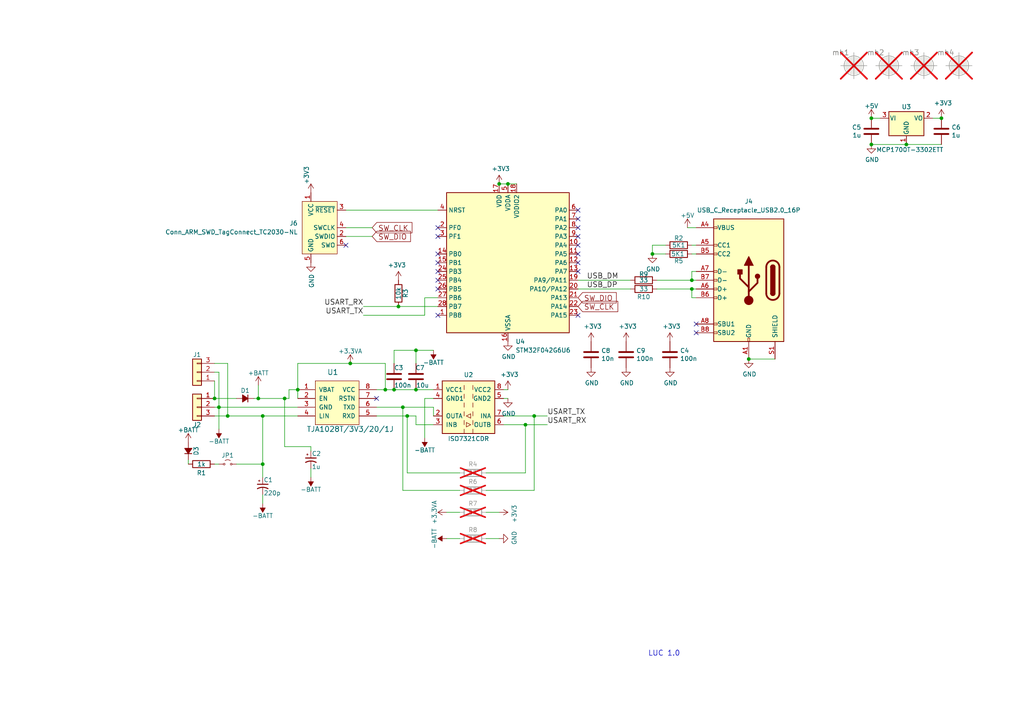
<source format=kicad_sch>
(kicad_sch
	(version 20250114)
	(generator "eeschema")
	(generator_version "9.0")
	(uuid "d3cbf460-a65f-43bb-9c31-9907e36faf8d")
	(paper "A4")
	(lib_symbols
		(symbol "Connector:Conn_ARM_SWD_TagConnect_TC2030-NL"
			(exclude_from_sim no)
			(in_bom no)
			(on_board yes)
			(property "Reference" "J"
				(at 2.54 11.43 0)
				(effects
					(font
						(size 1.27 1.27)
					)
				)
			)
			(property "Value" "Conn_ARM_SWD_TagConnect_TC2030-NL"
				(at 2.54 8.89 0)
				(effects
					(font
						(size 1.27 1.27)
					)
				)
			)
			(property "Footprint" "Connector:Tag-Connect_TC2030-IDC-NL_2x03_P1.27mm_Vertical"
				(at 0 -17.78 0)
				(effects
					(font
						(size 1.27 1.27)
					)
					(hide yes)
				)
			)
			(property "Datasheet" "https://www.tag-connect.com/wp-content/uploads/bsk-pdf-manager/TC2030-CTX_1.pdf"
				(at 0 -15.24 0)
				(effects
					(font
						(size 1.27 1.27)
					)
					(hide yes)
				)
			)
			(property "Description" "Tag-Connect ARM Cortex SWD JTAG connector, 6 pin, no legs"
				(at 0 0 0)
				(effects
					(font
						(size 1.27 1.27)
					)
					(hide yes)
				)
			)
			(property "ki_keywords" "Cortex Debug Connector ARM SWD JTAG"
				(at 0 0 0)
				(effects
					(font
						(size 1.27 1.27)
					)
					(hide yes)
				)
			)
			(property "ki_fp_filters" "*TC2030*"
				(at 0 0 0)
				(effects
					(font
						(size 1.27 1.27)
					)
					(hide yes)
				)
			)
			(symbol "Conn_ARM_SWD_TagConnect_TC2030-NL_0_0"
				(pin power_in line
					(at -2.54 10.16 270)
					(length 2.54)
					(name "VCC"
						(effects
							(font
								(size 1.27 1.27)
							)
						)
					)
					(number "1"
						(effects
							(font
								(size 1.27 1.27)
							)
						)
					)
				)
				(pin power_in line
					(at -2.54 -10.16 90)
					(length 2.54)
					(name "GND"
						(effects
							(font
								(size 1.27 1.27)
							)
						)
					)
					(number "5"
						(effects
							(font
								(size 1.27 1.27)
							)
						)
					)
				)
				(pin open_collector line
					(at 7.62 5.08 180)
					(length 2.54)
					(name "~{RESET}"
						(effects
							(font
								(size 1.27 1.27)
							)
						)
					)
					(number "3"
						(effects
							(font
								(size 1.27 1.27)
							)
						)
					)
				)
				(pin output line
					(at 7.62 0 180)
					(length 2.54)
					(name "SWCLK"
						(effects
							(font
								(size 1.27 1.27)
							)
						)
					)
					(number "4"
						(effects
							(font
								(size 1.27 1.27)
							)
						)
					)
					(alternate "TCK" output line)
				)
				(pin bidirectional line
					(at 7.62 -2.54 180)
					(length 2.54)
					(name "SWDIO"
						(effects
							(font
								(size 1.27 1.27)
							)
						)
					)
					(number "2"
						(effects
							(font
								(size 1.27 1.27)
							)
						)
					)
					(alternate "TMS" bidirectional line)
				)
				(pin input line
					(at 7.62 -5.08 180)
					(length 2.54)
					(name "SWO"
						(effects
							(font
								(size 1.27 1.27)
							)
						)
					)
					(number "6"
						(effects
							(font
								(size 1.27 1.27)
							)
						)
					)
					(alternate "TDO" input line)
				)
			)
			(symbol "Conn_ARM_SWD_TagConnect_TC2030-NL_0_1"
				(rectangle
					(start -5.08 7.62)
					(end 5.08 -7.62)
					(stroke
						(width 0)
						(type default)
					)
					(fill
						(type background)
					)
				)
			)
			(embedded_fonts no)
		)
		(symbol "Connector:USB_C_Receptacle_USB2.0_16P"
			(pin_names
				(offset 1.016)
			)
			(exclude_from_sim no)
			(in_bom yes)
			(on_board yes)
			(property "Reference" "J"
				(at 0 22.225 0)
				(effects
					(font
						(size 1.27 1.27)
					)
				)
			)
			(property "Value" "USB_C_Receptacle_USB2.0_16P"
				(at 0 19.685 0)
				(effects
					(font
						(size 1.27 1.27)
					)
				)
			)
			(property "Footprint" ""
				(at 3.81 0 0)
				(effects
					(font
						(size 1.27 1.27)
					)
					(hide yes)
				)
			)
			(property "Datasheet" "https://www.usb.org/sites/default/files/documents/usb_type-c.zip"
				(at 3.81 0 0)
				(effects
					(font
						(size 1.27 1.27)
					)
					(hide yes)
				)
			)
			(property "Description" "USB 2.0-only 16P Type-C Receptacle connector"
				(at 0 0 0)
				(effects
					(font
						(size 1.27 1.27)
					)
					(hide yes)
				)
			)
			(property "ki_keywords" "usb universal serial bus type-C USB2.0"
				(at 0 0 0)
				(effects
					(font
						(size 1.27 1.27)
					)
					(hide yes)
				)
			)
			(property "ki_fp_filters" "USB*C*Receptacle*"
				(at 0 0 0)
				(effects
					(font
						(size 1.27 1.27)
					)
					(hide yes)
				)
			)
			(symbol "USB_C_Receptacle_USB2.0_16P_0_0"
				(rectangle
					(start -0.254 -17.78)
					(end 0.254 -16.764)
					(stroke
						(width 0)
						(type default)
					)
					(fill
						(type none)
					)
				)
				(rectangle
					(start 10.16 15.494)
					(end 9.144 14.986)
					(stroke
						(width 0)
						(type default)
					)
					(fill
						(type none)
					)
				)
				(rectangle
					(start 10.16 10.414)
					(end 9.144 9.906)
					(stroke
						(width 0)
						(type default)
					)
					(fill
						(type none)
					)
				)
				(rectangle
					(start 10.16 7.874)
					(end 9.144 7.366)
					(stroke
						(width 0)
						(type default)
					)
					(fill
						(type none)
					)
				)
				(rectangle
					(start 10.16 2.794)
					(end 9.144 2.286)
					(stroke
						(width 0)
						(type default)
					)
					(fill
						(type none)
					)
				)
				(rectangle
					(start 10.16 0.254)
					(end 9.144 -0.254)
					(stroke
						(width 0)
						(type default)
					)
					(fill
						(type none)
					)
				)
				(rectangle
					(start 10.16 -2.286)
					(end 9.144 -2.794)
					(stroke
						(width 0)
						(type default)
					)
					(fill
						(type none)
					)
				)
				(rectangle
					(start 10.16 -4.826)
					(end 9.144 -5.334)
					(stroke
						(width 0)
						(type default)
					)
					(fill
						(type none)
					)
				)
				(rectangle
					(start 10.16 -12.446)
					(end 9.144 -12.954)
					(stroke
						(width 0)
						(type default)
					)
					(fill
						(type none)
					)
				)
				(rectangle
					(start 10.16 -14.986)
					(end 9.144 -15.494)
					(stroke
						(width 0)
						(type default)
					)
					(fill
						(type none)
					)
				)
			)
			(symbol "USB_C_Receptacle_USB2.0_16P_0_1"
				(rectangle
					(start -10.16 17.78)
					(end 10.16 -17.78)
					(stroke
						(width 0.254)
						(type default)
					)
					(fill
						(type background)
					)
				)
				(polyline
					(pts
						(xy -8.89 -3.81) (xy -8.89 3.81)
					)
					(stroke
						(width 0.508)
						(type default)
					)
					(fill
						(type none)
					)
				)
				(rectangle
					(start -7.62 -3.81)
					(end -6.35 3.81)
					(stroke
						(width 0.254)
						(type default)
					)
					(fill
						(type outline)
					)
				)
				(arc
					(start -7.62 3.81)
					(mid -6.985 4.4423)
					(end -6.35 3.81)
					(stroke
						(width 0.254)
						(type default)
					)
					(fill
						(type none)
					)
				)
				(arc
					(start -7.62 3.81)
					(mid -6.985 4.4423)
					(end -6.35 3.81)
					(stroke
						(width 0.254)
						(type default)
					)
					(fill
						(type outline)
					)
				)
				(arc
					(start -8.89 3.81)
					(mid -6.985 5.7067)
					(end -5.08 3.81)
					(stroke
						(width 0.508)
						(type default)
					)
					(fill
						(type none)
					)
				)
				(arc
					(start -5.08 -3.81)
					(mid -6.985 -5.7067)
					(end -8.89 -3.81)
					(stroke
						(width 0.508)
						(type default)
					)
					(fill
						(type none)
					)
				)
				(arc
					(start -6.35 -3.81)
					(mid -6.985 -4.4423)
					(end -7.62 -3.81)
					(stroke
						(width 0.254)
						(type default)
					)
					(fill
						(type none)
					)
				)
				(arc
					(start -6.35 -3.81)
					(mid -6.985 -4.4423)
					(end -7.62 -3.81)
					(stroke
						(width 0.254)
						(type default)
					)
					(fill
						(type outline)
					)
				)
				(polyline
					(pts
						(xy -5.08 3.81) (xy -5.08 -3.81)
					)
					(stroke
						(width 0.508)
						(type default)
					)
					(fill
						(type none)
					)
				)
				(circle
					(center -2.54 1.143)
					(radius 0.635)
					(stroke
						(width 0.254)
						(type default)
					)
					(fill
						(type outline)
					)
				)
				(polyline
					(pts
						(xy -1.27 4.318) (xy 0 6.858) (xy 1.27 4.318) (xy -1.27 4.318)
					)
					(stroke
						(width 0.254)
						(type default)
					)
					(fill
						(type outline)
					)
				)
				(polyline
					(pts
						(xy 0 -2.032) (xy 2.54 0.508) (xy 2.54 1.778)
					)
					(stroke
						(width 0.508)
						(type default)
					)
					(fill
						(type none)
					)
				)
				(polyline
					(pts
						(xy 0 -3.302) (xy -2.54 -0.762) (xy -2.54 0.508)
					)
					(stroke
						(width 0.508)
						(type default)
					)
					(fill
						(type none)
					)
				)
				(polyline
					(pts
						(xy 0 -5.842) (xy 0 4.318)
					)
					(stroke
						(width 0.508)
						(type default)
					)
					(fill
						(type none)
					)
				)
				(circle
					(center 0 -5.842)
					(radius 1.27)
					(stroke
						(width 0)
						(type default)
					)
					(fill
						(type outline)
					)
				)
				(rectangle
					(start 1.905 1.778)
					(end 3.175 3.048)
					(stroke
						(width 0.254)
						(type default)
					)
					(fill
						(type outline)
					)
				)
			)
			(symbol "USB_C_Receptacle_USB2.0_16P_1_1"
				(pin passive line
					(at -7.62 -22.86 90)
					(length 5.08)
					(name "SHIELD"
						(effects
							(font
								(size 1.27 1.27)
							)
						)
					)
					(number "S1"
						(effects
							(font
								(size 1.27 1.27)
							)
						)
					)
				)
				(pin passive line
					(at 0 -22.86 90)
					(length 5.08)
					(name "GND"
						(effects
							(font
								(size 1.27 1.27)
							)
						)
					)
					(number "A1"
						(effects
							(font
								(size 1.27 1.27)
							)
						)
					)
				)
				(pin passive line
					(at 0 -22.86 90)
					(length 5.08)
					(hide yes)
					(name "GND"
						(effects
							(font
								(size 1.27 1.27)
							)
						)
					)
					(number "A12"
						(effects
							(font
								(size 1.27 1.27)
							)
						)
					)
				)
				(pin passive line
					(at 0 -22.86 90)
					(length 5.08)
					(hide yes)
					(name "GND"
						(effects
							(font
								(size 1.27 1.27)
							)
						)
					)
					(number "B1"
						(effects
							(font
								(size 1.27 1.27)
							)
						)
					)
				)
				(pin passive line
					(at 0 -22.86 90)
					(length 5.08)
					(hide yes)
					(name "GND"
						(effects
							(font
								(size 1.27 1.27)
							)
						)
					)
					(number "B12"
						(effects
							(font
								(size 1.27 1.27)
							)
						)
					)
				)
				(pin passive line
					(at 15.24 15.24 180)
					(length 5.08)
					(name "VBUS"
						(effects
							(font
								(size 1.27 1.27)
							)
						)
					)
					(number "A4"
						(effects
							(font
								(size 1.27 1.27)
							)
						)
					)
				)
				(pin passive line
					(at 15.24 15.24 180)
					(length 5.08)
					(hide yes)
					(name "VBUS"
						(effects
							(font
								(size 1.27 1.27)
							)
						)
					)
					(number "A9"
						(effects
							(font
								(size 1.27 1.27)
							)
						)
					)
				)
				(pin passive line
					(at 15.24 15.24 180)
					(length 5.08)
					(hide yes)
					(name "VBUS"
						(effects
							(font
								(size 1.27 1.27)
							)
						)
					)
					(number "B4"
						(effects
							(font
								(size 1.27 1.27)
							)
						)
					)
				)
				(pin passive line
					(at 15.24 15.24 180)
					(length 5.08)
					(hide yes)
					(name "VBUS"
						(effects
							(font
								(size 1.27 1.27)
							)
						)
					)
					(number "B9"
						(effects
							(font
								(size 1.27 1.27)
							)
						)
					)
				)
				(pin bidirectional line
					(at 15.24 10.16 180)
					(length 5.08)
					(name "CC1"
						(effects
							(font
								(size 1.27 1.27)
							)
						)
					)
					(number "A5"
						(effects
							(font
								(size 1.27 1.27)
							)
						)
					)
				)
				(pin bidirectional line
					(at 15.24 7.62 180)
					(length 5.08)
					(name "CC2"
						(effects
							(font
								(size 1.27 1.27)
							)
						)
					)
					(number "B5"
						(effects
							(font
								(size 1.27 1.27)
							)
						)
					)
				)
				(pin bidirectional line
					(at 15.24 2.54 180)
					(length 5.08)
					(name "D-"
						(effects
							(font
								(size 1.27 1.27)
							)
						)
					)
					(number "A7"
						(effects
							(font
								(size 1.27 1.27)
							)
						)
					)
				)
				(pin bidirectional line
					(at 15.24 0 180)
					(length 5.08)
					(name "D-"
						(effects
							(font
								(size 1.27 1.27)
							)
						)
					)
					(number "B7"
						(effects
							(font
								(size 1.27 1.27)
							)
						)
					)
				)
				(pin bidirectional line
					(at 15.24 -2.54 180)
					(length 5.08)
					(name "D+"
						(effects
							(font
								(size 1.27 1.27)
							)
						)
					)
					(number "A6"
						(effects
							(font
								(size 1.27 1.27)
							)
						)
					)
				)
				(pin bidirectional line
					(at 15.24 -5.08 180)
					(length 5.08)
					(name "D+"
						(effects
							(font
								(size 1.27 1.27)
							)
						)
					)
					(number "B6"
						(effects
							(font
								(size 1.27 1.27)
							)
						)
					)
				)
				(pin bidirectional line
					(at 15.24 -12.7 180)
					(length 5.08)
					(name "SBU1"
						(effects
							(font
								(size 1.27 1.27)
							)
						)
					)
					(number "A8"
						(effects
							(font
								(size 1.27 1.27)
							)
						)
					)
				)
				(pin bidirectional line
					(at 15.24 -15.24 180)
					(length 5.08)
					(name "SBU2"
						(effects
							(font
								(size 1.27 1.27)
							)
						)
					)
					(number "B8"
						(effects
							(font
								(size 1.27 1.27)
							)
						)
					)
				)
			)
			(embedded_fonts no)
		)
		(symbol "D_Small_Filled_1"
			(pin_numbers
				(hide yes)
			)
			(pin_names
				(offset 0.254)
				(hide yes)
			)
			(exclude_from_sim no)
			(in_bom yes)
			(on_board yes)
			(property "Reference" "D2"
				(at 0 -2.286 0)
				(effects
					(font
						(size 1.27 1.27)
					)
				)
			)
			(property "Value" "~"
				(at 0 -3.81 0)
				(effects
					(font
						(size 1.27 1.27)
					)
					(hide yes)
				)
			)
			(property "Footprint" "Package_TO_SOT_SMD:SOT-23"
				(at 0 0 90)
				(effects
					(font
						(size 1.27 1.27)
					)
					(hide yes)
				)
			)
			(property "Datasheet" "~"
				(at 0 0 90)
				(effects
					(font
						(size 1.27 1.27)
					)
					(hide yes)
				)
			)
			(property "Description" "Diode, small symbol, filled shape"
				(at 0 0 0)
				(effects
					(font
						(size 1.27 1.27)
					)
					(hide yes)
				)
			)
			(property "Sim.Device" "D"
				(at 0 0 0)
				(effects
					(font
						(size 1.27 1.27)
					)
					(hide yes)
				)
			)
			(property "Sim.Pins" "1=K 2=A"
				(at 0 0 0)
				(effects
					(font
						(size 1.27 1.27)
					)
					(hide yes)
				)
			)
			(property "LCSC Part #" "C22368881"
				(at 0 0 0)
				(effects
					(font
						(size 1.27 1.27)
					)
					(hide yes)
				)
			)
			(property "ki_keywords" "diode"
				(at 0 0 0)
				(effects
					(font
						(size 1.27 1.27)
					)
					(hide yes)
				)
			)
			(property "ki_fp_filters" "TO-???* *_Diode_* *SingleDiode* D_*"
				(at 0 0 0)
				(effects
					(font
						(size 1.27 1.27)
					)
					(hide yes)
				)
			)
			(symbol "D_Small_Filled_1_0_1"
				(polyline
					(pts
						(xy -0.762 0) (xy 0.762 0)
					)
					(stroke
						(width 0)
						(type default)
					)
					(fill
						(type none)
					)
				)
				(polyline
					(pts
						(xy -0.762 -1.016) (xy -0.762 1.016)
					)
					(stroke
						(width 0.254)
						(type default)
					)
					(fill
						(type none)
					)
				)
				(polyline
					(pts
						(xy 0.762 -1.016) (xy -0.762 0) (xy 0.762 1.016) (xy 0.762 -1.016)
					)
					(stroke
						(width 0.254)
						(type default)
					)
					(fill
						(type outline)
					)
				)
			)
			(symbol "D_Small_Filled_1_1_1"
				(pin passive line
					(at -2.54 0 0)
					(length 1.778)
					(name "K"
						(effects
							(font
								(size 1.27 1.27)
							)
						)
					)
					(number "3"
						(effects
							(font
								(size 1.27 1.27)
							)
						)
					)
				)
				(pin passive line
					(at 2.54 0 180)
					(length 1.778)
					(name "A"
						(effects
							(font
								(size 1.27 1.27)
							)
						)
					)
					(number "1"
						(effects
							(font
								(size 1.27 1.27)
							)
						)
					)
				)
			)
			(embedded_fonts no)
		)
		(symbol "Device:R"
			(pin_numbers
				(hide yes)
			)
			(pin_names
				(offset 0)
			)
			(exclude_from_sim no)
			(in_bom yes)
			(on_board yes)
			(property "Reference" "R"
				(at 2.032 0 90)
				(effects
					(font
						(size 1.27 1.27)
					)
				)
			)
			(property "Value" "R"
				(at 0 0 90)
				(effects
					(font
						(size 1.27 1.27)
					)
				)
			)
			(property "Footprint" ""
				(at -1.778 0 90)
				(effects
					(font
						(size 1.27 1.27)
					)
					(hide yes)
				)
			)
			(property "Datasheet" "~"
				(at 0 0 0)
				(effects
					(font
						(size 1.27 1.27)
					)
					(hide yes)
				)
			)
			(property "Description" "Resistor"
				(at 0 0 0)
				(effects
					(font
						(size 1.27 1.27)
					)
					(hide yes)
				)
			)
			(property "ki_keywords" "R res resistor"
				(at 0 0 0)
				(effects
					(font
						(size 1.27 1.27)
					)
					(hide yes)
				)
			)
			(property "ki_fp_filters" "R_*"
				(at 0 0 0)
				(effects
					(font
						(size 1.27 1.27)
					)
					(hide yes)
				)
			)
			(symbol "R_0_1"
				(rectangle
					(start -1.016 -2.54)
					(end 1.016 2.54)
					(stroke
						(width 0.254)
						(type default)
					)
					(fill
						(type none)
					)
				)
			)
			(symbol "R_1_1"
				(pin passive line
					(at 0 3.81 270)
					(length 1.27)
					(name "~"
						(effects
							(font
								(size 1.27 1.27)
							)
						)
					)
					(number "1"
						(effects
							(font
								(size 1.27 1.27)
							)
						)
					)
				)
				(pin passive line
					(at 0 -3.81 90)
					(length 1.27)
					(name "~"
						(effects
							(font
								(size 1.27 1.27)
							)
						)
					)
					(number "2"
						(effects
							(font
								(size 1.27 1.27)
							)
						)
					)
				)
			)
			(embedded_fonts no)
		)
		(symbol "Isolator:ISO7321C"
			(pin_names
				(offset 1.016)
			)
			(exclude_from_sim no)
			(in_bom yes)
			(on_board yes)
			(property "Reference" "U"
				(at 0 10.795 0)
				(effects
					(font
						(size 1.27 1.27)
					)
				)
			)
			(property "Value" "ISO7321C"
				(at 0 8.89 0)
				(effects
					(font
						(size 1.27 1.27)
					)
				)
			)
			(property "Footprint" "Package_SO:SOIC-8_3.9x4.9mm_P1.27mm"
				(at 0 -8.89 0)
				(effects
					(font
						(size 1.27 1.27)
						(italic yes)
					)
					(hide yes)
				)
			)
			(property "Datasheet" "http://www.ti.com/general/docs/lit/getliterature.tsp?genericPartNumber=iso7321c&fileType=pdf"
				(at 0 0 0)
				(effects
					(font
						(size 1.27 1.27)
					)
					(hide yes)
				)
			)
			(property "Description" "Low Power Dual-Channel 1/1 Digital Isolator, 25Mbps 33ns, Fail-Safe High, SO8"
				(at 0 0 0)
				(effects
					(font
						(size 1.27 1.27)
					)
					(hide yes)
				)
			)
			(property "ki_keywords" "2Ch Dual Digital Isolator 25Mbps"
				(at 0 0 0)
				(effects
					(font
						(size 1.27 1.27)
					)
					(hide yes)
				)
			)
			(property "ki_fp_filters" "SO*"
				(at 0 0 0)
				(effects
					(font
						(size 1.27 1.27)
					)
					(hide yes)
				)
			)
			(symbol "ISO7321C_0_1"
				(rectangle
					(start -7.62 7.62)
					(end 7.62 -7.62)
					(stroke
						(width 0.254)
						(type default)
					)
					(fill
						(type background)
					)
				)
				(polyline
					(pts
						(xy -1.27 6.35) (xy -1.27 5.08)
					)
					(stroke
						(width 0)
						(type default)
					)
					(fill
						(type none)
					)
				)
				(polyline
					(pts
						(xy -1.27 3.81) (xy -1.27 2.54)
					)
					(stroke
						(width 0)
						(type default)
					)
					(fill
						(type none)
					)
				)
				(polyline
					(pts
						(xy -1.27 1.27) (xy -1.27 0)
					)
					(stroke
						(width 0)
						(type default)
					)
					(fill
						(type none)
					)
				)
				(polyline
					(pts
						(xy -1.27 -1.27) (xy -1.27 -2.54)
					)
					(stroke
						(width 0)
						(type default)
					)
					(fill
						(type none)
					)
				)
				(polyline
					(pts
						(xy -1.27 -3.81) (xy -1.27 -5.08)
					)
					(stroke
						(width 0)
						(type default)
					)
					(fill
						(type none)
					)
				)
				(polyline
					(pts
						(xy -1.27 -6.35) (xy -1.27 -7.62)
					)
					(stroke
						(width 0)
						(type default)
					)
					(fill
						(type none)
					)
				)
				(polyline
					(pts
						(xy -0.635 -2.54) (xy 0.635 -1.905) (xy 0.635 -3.175) (xy -0.635 -2.54)
					)
					(stroke
						(width 0)
						(type default)
					)
					(fill
						(type none)
					)
				)
				(polyline
					(pts
						(xy -0.635 -4.445) (xy -0.635 -5.715) (xy 0.635 -5.08) (xy -0.635 -4.445)
					)
					(stroke
						(width 0)
						(type default)
					)
					(fill
						(type none)
					)
				)
				(polyline
					(pts
						(xy 1.27 6.35) (xy 1.27 5.08)
					)
					(stroke
						(width 0)
						(type default)
					)
					(fill
						(type none)
					)
				)
				(polyline
					(pts
						(xy 1.27 3.81) (xy 1.27 2.54)
					)
					(stroke
						(width 0)
						(type default)
					)
					(fill
						(type none)
					)
				)
				(polyline
					(pts
						(xy 1.27 1.27) (xy 1.27 0)
					)
					(stroke
						(width 0)
						(type default)
					)
					(fill
						(type none)
					)
				)
				(polyline
					(pts
						(xy 1.27 -1.27) (xy 1.27 -2.54)
					)
					(stroke
						(width 0)
						(type default)
					)
					(fill
						(type none)
					)
				)
				(polyline
					(pts
						(xy 1.27 -3.81) (xy 1.27 -5.08)
					)
					(stroke
						(width 0)
						(type default)
					)
					(fill
						(type none)
					)
				)
				(polyline
					(pts
						(xy 1.27 -6.35) (xy 1.27 -7.62)
					)
					(stroke
						(width 0)
						(type default)
					)
					(fill
						(type none)
					)
				)
			)
			(symbol "ISO7321C_1_1"
				(pin power_in line
					(at -10.16 5.08 0)
					(length 2.54)
					(name "VCC1"
						(effects
							(font
								(size 1.27 1.27)
							)
						)
					)
					(number "1"
						(effects
							(font
								(size 1.27 1.27)
							)
						)
					)
				)
				(pin power_in line
					(at -10.16 2.54 0)
					(length 2.54)
					(name "GND1"
						(effects
							(font
								(size 1.27 1.27)
							)
						)
					)
					(number "4"
						(effects
							(font
								(size 1.27 1.27)
							)
						)
					)
				)
				(pin output line
					(at -10.16 -2.54 0)
					(length 2.54)
					(name "OUTA"
						(effects
							(font
								(size 1.27 1.27)
							)
						)
					)
					(number "2"
						(effects
							(font
								(size 1.27 1.27)
							)
						)
					)
				)
				(pin input line
					(at -10.16 -5.08 0)
					(length 2.54)
					(name "INB"
						(effects
							(font
								(size 1.27 1.27)
							)
						)
					)
					(number "3"
						(effects
							(font
								(size 1.27 1.27)
							)
						)
					)
				)
				(pin power_in line
					(at 10.16 5.08 180)
					(length 2.54)
					(name "VCC2"
						(effects
							(font
								(size 1.27 1.27)
							)
						)
					)
					(number "8"
						(effects
							(font
								(size 1.27 1.27)
							)
						)
					)
				)
				(pin power_in line
					(at 10.16 2.54 180)
					(length 2.54)
					(name "GND2"
						(effects
							(font
								(size 1.27 1.27)
							)
						)
					)
					(number "5"
						(effects
							(font
								(size 1.27 1.27)
							)
						)
					)
				)
				(pin input line
					(at 10.16 -2.54 180)
					(length 2.54)
					(name "INA"
						(effects
							(font
								(size 1.27 1.27)
							)
						)
					)
					(number "7"
						(effects
							(font
								(size 1.27 1.27)
							)
						)
					)
				)
				(pin output line
					(at 10.16 -5.08 180)
					(length 2.54)
					(name "OUTB"
						(effects
							(font
								(size 1.27 1.27)
							)
						)
					)
					(number "6"
						(effects
							(font
								(size 1.27 1.27)
							)
						)
					)
				)
			)
			(embedded_fonts no)
		)
		(symbol "Jumper:Jumper_2_Small_Open"
			(pin_numbers
				(hide yes)
			)
			(pin_names
				(offset 0)
				(hide yes)
			)
			(exclude_from_sim yes)
			(in_bom yes)
			(on_board yes)
			(property "Reference" "JP"
				(at 0 2.794 0)
				(effects
					(font
						(size 1.27 1.27)
					)
				)
			)
			(property "Value" "Jumper_2_Small_Open"
				(at 0 -2.286 0)
				(effects
					(font
						(size 1.27 1.27)
					)
				)
			)
			(property "Footprint" ""
				(at 0 0 0)
				(effects
					(font
						(size 1.27 1.27)
					)
					(hide yes)
				)
			)
			(property "Datasheet" "~"
				(at 0 0 0)
				(effects
					(font
						(size 1.27 1.27)
					)
					(hide yes)
				)
			)
			(property "Description" "Jumper, 2-pole, small symbol, open"
				(at 0 0 0)
				(effects
					(font
						(size 1.27 1.27)
					)
					(hide yes)
				)
			)
			(property "ki_keywords" "Jumper SPST"
				(at 0 0 0)
				(effects
					(font
						(size 1.27 1.27)
					)
					(hide yes)
				)
			)
			(property "ki_fp_filters" "Jumper* TestPoint*2Pads* TestPoint*Bridge*"
				(at 0 0 0)
				(effects
					(font
						(size 1.27 1.27)
					)
					(hide yes)
				)
			)
			(symbol "Jumper_2_Small_Open_0_0"
				(circle
					(center -1.016 0)
					(radius 0.254)
					(stroke
						(width 0)
						(type default)
					)
					(fill
						(type none)
					)
				)
				(circle
					(center 1.016 0)
					(radius 0.254)
					(stroke
						(width 0)
						(type default)
					)
					(fill
						(type none)
					)
				)
			)
			(symbol "Jumper_2_Small_Open_0_1"
				(arc
					(start -0.762 1.0196)
					(mid 0 1.2729)
					(end 0.762 1.0196)
					(stroke
						(width 0)
						(type default)
					)
					(fill
						(type none)
					)
				)
			)
			(symbol "Jumper_2_Small_Open_1_1"
				(pin passive line
					(at -2.54 0 0)
					(length 1.27)
					(name "A"
						(effects
							(font
								(size 1.27 1.27)
							)
						)
					)
					(number "1"
						(effects
							(font
								(size 1.27 1.27)
							)
						)
					)
				)
				(pin passive line
					(at 2.54 0 180)
					(length 1.27)
					(name "B"
						(effects
							(font
								(size 1.27 1.27)
							)
						)
					)
					(number "2"
						(effects
							(font
								(size 1.27 1.27)
							)
						)
					)
				)
			)
			(embedded_fonts no)
		)
		(symbol "LIN_USB_CONVERTER-rescue:+3.3V-RESCUE-LIN_USB_CONVERTER"
			(power)
			(pin_names
				(offset 0)
			)
			(exclude_from_sim no)
			(in_bom yes)
			(on_board yes)
			(property "Reference" "#PWR"
				(at 0 -3.81 0)
				(effects
					(font
						(size 1.27 1.27)
					)
					(hide yes)
				)
			)
			(property "Value" "+3.3V-RESCUE-LIN_USB_CONVERTER"
				(at 0 3.556 0)
				(effects
					(font
						(size 1.27 1.27)
					)
				)
			)
			(property "Footprint" ""
				(at 0 0 0)
				(effects
					(font
						(size 1.27 1.27)
					)
					(hide yes)
				)
			)
			(property "Datasheet" ""
				(at 0 0 0)
				(effects
					(font
						(size 1.27 1.27)
					)
					(hide yes)
				)
			)
			(property "Description" ""
				(at 0 0 0)
				(effects
					(font
						(size 1.27 1.27)
					)
					(hide yes)
				)
			)
			(symbol "+3.3V-RESCUE-LIN_USB_CONVERTER_0_1"
				(polyline
					(pts
						(xy -0.762 1.27) (xy 0 2.54)
					)
					(stroke
						(width 0)
						(type solid)
					)
					(fill
						(type none)
					)
				)
				(polyline
					(pts
						(xy 0 2.54) (xy 0.762 1.27)
					)
					(stroke
						(width 0)
						(type solid)
					)
					(fill
						(type none)
					)
				)
				(polyline
					(pts
						(xy 0 0) (xy 0 2.54)
					)
					(stroke
						(width 0)
						(type solid)
					)
					(fill
						(type none)
					)
				)
			)
			(symbol "+3.3V-RESCUE-LIN_USB_CONVERTER_1_1"
				(pin power_in line
					(at 0 0 90)
					(length 0)
					(hide yes)
					(name "+3V3"
						(effects
							(font
								(size 1.27 1.27)
							)
						)
					)
					(number "1"
						(effects
							(font
								(size 1.27 1.27)
							)
						)
					)
				)
			)
			(embedded_fonts no)
		)
		(symbol "LIN_USB_CONVERTER-rescue:+3.3VA-RESCUE-LIN_USB_CONVERTER"
			(power)
			(pin_names
				(offset 0)
			)
			(exclude_from_sim no)
			(in_bom yes)
			(on_board yes)
			(property "Reference" "#PWR"
				(at 0 -3.81 0)
				(effects
					(font
						(size 1.27 1.27)
					)
					(hide yes)
				)
			)
			(property "Value" "+3.3VA-RESCUE-LIN_USB_CONVERTER"
				(at 0 3.556 0)
				(effects
					(font
						(size 1.27 1.27)
					)
				)
			)
			(property "Footprint" ""
				(at 0 0 0)
				(effects
					(font
						(size 1.27 1.27)
					)
					(hide yes)
				)
			)
			(property "Datasheet" ""
				(at 0 0 0)
				(effects
					(font
						(size 1.27 1.27)
					)
					(hide yes)
				)
			)
			(property "Description" ""
				(at 0 0 0)
				(effects
					(font
						(size 1.27 1.27)
					)
					(hide yes)
				)
			)
			(symbol "+3.3VA-RESCUE-LIN_USB_CONVERTER_0_1"
				(polyline
					(pts
						(xy -0.762 1.27) (xy 0 2.54)
					)
					(stroke
						(width 0)
						(type solid)
					)
					(fill
						(type none)
					)
				)
				(polyline
					(pts
						(xy 0 2.54) (xy 0.762 1.27)
					)
					(stroke
						(width 0)
						(type solid)
					)
					(fill
						(type none)
					)
				)
				(polyline
					(pts
						(xy 0 0) (xy 0 2.54)
					)
					(stroke
						(width 0)
						(type solid)
					)
					(fill
						(type none)
					)
				)
			)
			(symbol "+3.3VA-RESCUE-LIN_USB_CONVERTER_1_1"
				(pin power_in line
					(at 0 0 90)
					(length 0)
					(hide yes)
					(name "+3.3VA"
						(effects
							(font
								(size 1.27 1.27)
							)
						)
					)
					(number "1"
						(effects
							(font
								(size 1.27 1.27)
							)
						)
					)
				)
			)
			(embedded_fonts no)
		)
		(symbol "LIN_USB_CONVERTER-rescue:+5V-RESCUE-LIN_USB_CONVERTER"
			(power)
			(pin_names
				(offset 0)
			)
			(exclude_from_sim no)
			(in_bom yes)
			(on_board yes)
			(property "Reference" "#PWR"
				(at 0 -3.81 0)
				(effects
					(font
						(size 1.27 1.27)
					)
					(hide yes)
				)
			)
			(property "Value" "+5V-RESCUE-LIN_USB_CONVERTER"
				(at 0 3.556 0)
				(effects
					(font
						(size 1.27 1.27)
					)
				)
			)
			(property "Footprint" ""
				(at 0 0 0)
				(effects
					(font
						(size 1.27 1.27)
					)
					(hide yes)
				)
			)
			(property "Datasheet" ""
				(at 0 0 0)
				(effects
					(font
						(size 1.27 1.27)
					)
					(hide yes)
				)
			)
			(property "Description" ""
				(at 0 0 0)
				(effects
					(font
						(size 1.27 1.27)
					)
					(hide yes)
				)
			)
			(symbol "+5V-RESCUE-LIN_USB_CONVERTER_0_1"
				(polyline
					(pts
						(xy -0.762 1.27) (xy 0 2.54)
					)
					(stroke
						(width 0)
						(type solid)
					)
					(fill
						(type none)
					)
				)
				(polyline
					(pts
						(xy 0 2.54) (xy 0.762 1.27)
					)
					(stroke
						(width 0)
						(type solid)
					)
					(fill
						(type none)
					)
				)
				(polyline
					(pts
						(xy 0 0) (xy 0 2.54)
					)
					(stroke
						(width 0)
						(type solid)
					)
					(fill
						(type none)
					)
				)
			)
			(symbol "+5V-RESCUE-LIN_USB_CONVERTER_1_1"
				(pin power_in line
					(at 0 0 90)
					(length 0)
					(hide yes)
					(name "+5V"
						(effects
							(font
								(size 1.27 1.27)
							)
						)
					)
					(number "1"
						(effects
							(font
								(size 1.27 1.27)
							)
						)
					)
				)
			)
			(embedded_fonts no)
		)
		(symbol "LIN_USB_CONVERTER-rescue:+BATT-RESCUE-LIN_USB_CONVERTER"
			(power)
			(pin_names
				(offset 0)
			)
			(exclude_from_sim no)
			(in_bom yes)
			(on_board yes)
			(property "Reference" "#PWR"
				(at 0 -3.81 0)
				(effects
					(font
						(size 1.27 1.27)
					)
					(hide yes)
				)
			)
			(property "Value" "+BATT-RESCUE-LIN_USB_CONVERTER"
				(at 0 3.556 0)
				(effects
					(font
						(size 1.27 1.27)
					)
				)
			)
			(property "Footprint" ""
				(at 0 0 0)
				(effects
					(font
						(size 1.27 1.27)
					)
					(hide yes)
				)
			)
			(property "Datasheet" ""
				(at 0 0 0)
				(effects
					(font
						(size 1.27 1.27)
					)
					(hide yes)
				)
			)
			(property "Description" ""
				(at 0 0 0)
				(effects
					(font
						(size 1.27 1.27)
					)
					(hide yes)
				)
			)
			(symbol "+BATT-RESCUE-LIN_USB_CONVERTER_0_1"
				(polyline
					(pts
						(xy -0.762 1.27) (xy 0 2.54)
					)
					(stroke
						(width 0)
						(type solid)
					)
					(fill
						(type none)
					)
				)
				(polyline
					(pts
						(xy 0 2.54) (xy 0.762 1.27)
					)
					(stroke
						(width 0)
						(type solid)
					)
					(fill
						(type none)
					)
				)
				(polyline
					(pts
						(xy 0 0) (xy 0 2.54)
					)
					(stroke
						(width 0)
						(type solid)
					)
					(fill
						(type none)
					)
				)
			)
			(symbol "+BATT-RESCUE-LIN_USB_CONVERTER_1_1"
				(pin power_in line
					(at 0 0 90)
					(length 0)
					(hide yes)
					(name "+BATT"
						(effects
							(font
								(size 1.27 1.27)
							)
						)
					)
					(number "1"
						(effects
							(font
								(size 1.27 1.27)
							)
						)
					)
				)
			)
			(embedded_fonts no)
		)
		(symbol "LIN_USB_CONVERTER-rescue:-BATT-RESCUE-LIN_USB_CONVERTER"
			(power)
			(pin_names
				(offset 0)
			)
			(exclude_from_sim no)
			(in_bom yes)
			(on_board yes)
			(property "Reference" "#PWR"
				(at 0 -3.81 0)
				(effects
					(font
						(size 1.27 1.27)
					)
					(hide yes)
				)
			)
			(property "Value" "-BATT-RESCUE-LIN_USB_CONVERTER"
				(at 0 3.556 0)
				(effects
					(font
						(size 1.27 1.27)
					)
				)
			)
			(property "Footprint" ""
				(at 0 0 0)
				(effects
					(font
						(size 1.27 1.27)
					)
					(hide yes)
				)
			)
			(property "Datasheet" ""
				(at 0 0 0)
				(effects
					(font
						(size 1.27 1.27)
					)
					(hide yes)
				)
			)
			(property "Description" ""
				(at 0 0 0)
				(effects
					(font
						(size 1.27 1.27)
					)
					(hide yes)
				)
			)
			(symbol "-BATT-RESCUE-LIN_USB_CONVERTER_0_1"
				(polyline
					(pts
						(xy 0 0) (xy 0 2.54)
					)
					(stroke
						(width 0)
						(type solid)
					)
					(fill
						(type none)
					)
				)
				(polyline
					(pts
						(xy 0.762 1.27) (xy -0.762 1.27) (xy 0 2.54) (xy 0.762 1.27)
					)
					(stroke
						(width 0)
						(type solid)
					)
					(fill
						(type outline)
					)
				)
			)
			(symbol "-BATT-RESCUE-LIN_USB_CONVERTER_1_1"
				(pin power_in line
					(at 0 0 90)
					(length 0)
					(hide yes)
					(name "-BATT"
						(effects
							(font
								(size 1.27 1.27)
							)
						)
					)
					(number "1"
						(effects
							(font
								(size 1.27 1.27)
							)
						)
					)
				)
			)
			(embedded_fonts no)
		)
		(symbol "LIN_USB_CONVERTER-rescue:C-RESCUE-LIN_USB_CONVERTER"
			(pin_numbers
				(hide yes)
			)
			(pin_names
				(offset 0.254)
			)
			(exclude_from_sim no)
			(in_bom yes)
			(on_board yes)
			(property "Reference" "C"
				(at 0.635 2.54 0)
				(effects
					(font
						(size 1.27 1.27)
					)
					(justify left)
				)
			)
			(property "Value" "C-RESCUE-LIN_USB_CONVERTER"
				(at 0.635 -2.54 0)
				(effects
					(font
						(size 1.27 1.27)
					)
					(justify left)
				)
			)
			(property "Footprint" ""
				(at 0.9652 -3.81 0)
				(effects
					(font
						(size 1.27 1.27)
					)
					(hide yes)
				)
			)
			(property "Datasheet" ""
				(at 0 0 0)
				(effects
					(font
						(size 1.27 1.27)
					)
					(hide yes)
				)
			)
			(property "Description" ""
				(at 0 0 0)
				(effects
					(font
						(size 1.27 1.27)
					)
					(hide yes)
				)
			)
			(property "ki_fp_filters" "C_*"
				(at 0 0 0)
				(effects
					(font
						(size 1.27 1.27)
					)
					(hide yes)
				)
			)
			(symbol "C-RESCUE-LIN_USB_CONVERTER_0_1"
				(polyline
					(pts
						(xy -2.032 0.762) (xy 2.032 0.762)
					)
					(stroke
						(width 0.508)
						(type solid)
					)
					(fill
						(type none)
					)
				)
				(polyline
					(pts
						(xy -2.032 -0.762) (xy 2.032 -0.762)
					)
					(stroke
						(width 0.508)
						(type solid)
					)
					(fill
						(type none)
					)
				)
			)
			(symbol "C-RESCUE-LIN_USB_CONVERTER_1_1"
				(pin passive line
					(at 0 3.81 270)
					(length 2.794)
					(name "~"
						(effects
							(font
								(size 1.27 1.27)
							)
						)
					)
					(number "1"
						(effects
							(font
								(size 1.27 1.27)
							)
						)
					)
				)
				(pin passive line
					(at 0 -3.81 90)
					(length 2.794)
					(name "~"
						(effects
							(font
								(size 1.27 1.27)
							)
						)
					)
					(number "2"
						(effects
							(font
								(size 1.27 1.27)
							)
						)
					)
				)
			)
			(embedded_fonts no)
		)
		(symbol "LIN_USB_CONVERTER-rescue:CP1_Small-RESCUE-LIN_USB_CONVERTER"
			(pin_numbers
				(hide yes)
			)
			(pin_names
				(offset 0.254)
				(hide yes)
			)
			(exclude_from_sim no)
			(in_bom yes)
			(on_board yes)
			(property "Reference" "C"
				(at 0.254 1.778 0)
				(effects
					(font
						(size 1.27 1.27)
					)
					(justify left)
				)
			)
			(property "Value" "CP1_Small-RESCUE-LIN_USB_CONVERTER"
				(at 0.254 -2.032 0)
				(effects
					(font
						(size 1.27 1.27)
					)
					(justify left)
				)
			)
			(property "Footprint" ""
				(at 0 0 0)
				(effects
					(font
						(size 1.27 1.27)
					)
					(hide yes)
				)
			)
			(property "Datasheet" ""
				(at 0 0 0)
				(effects
					(font
						(size 1.27 1.27)
					)
					(hide yes)
				)
			)
			(property "Description" ""
				(at 0 0 0)
				(effects
					(font
						(size 1.27 1.27)
					)
					(hide yes)
				)
			)
			(property "ki_fp_filters" "CP_*"
				(at 0 0 0)
				(effects
					(font
						(size 1.27 1.27)
					)
					(hide yes)
				)
			)
			(symbol "CP1_Small-RESCUE-LIN_USB_CONVERTER_0_1"
				(polyline
					(pts
						(xy -1.524 0.508) (xy 1.524 0.508)
					)
					(stroke
						(width 0.3048)
						(type solid)
					)
					(fill
						(type none)
					)
				)
				(polyline
					(pts
						(xy -1.27 1.524) (xy -0.762 1.524)
					)
					(stroke
						(width 0)
						(type solid)
					)
					(fill
						(type none)
					)
				)
				(polyline
					(pts
						(xy -1.016 1.27) (xy -1.016 1.778)
					)
					(stroke
						(width 0)
						(type solid)
					)
					(fill
						(type none)
					)
				)
				(arc
					(start -1.524 -0.762)
					(mid 0 -0.3734)
					(end 1.524 -0.762)
					(stroke
						(width 0.3048)
						(type solid)
					)
					(fill
						(type none)
					)
				)
			)
			(symbol "CP1_Small-RESCUE-LIN_USB_CONVERTER_1_1"
				(pin passive line
					(at 0 2.54 270)
					(length 2.032)
					(name "~"
						(effects
							(font
								(size 1.27 1.27)
							)
						)
					)
					(number "1"
						(effects
							(font
								(size 1.27 1.27)
							)
						)
					)
				)
				(pin passive line
					(at 0 -2.54 90)
					(length 2.032)
					(name "~"
						(effects
							(font
								(size 1.27 1.27)
							)
						)
					)
					(number "2"
						(effects
							(font
								(size 1.27 1.27)
							)
						)
					)
				)
			)
			(embedded_fonts no)
		)
		(symbol "LIN_USB_CONVERTER-rescue:Conn_01x03-RESCUE-LIN_USB_CONVERTER"
			(pin_names
				(offset 1.016)
				(hide yes)
			)
			(exclude_from_sim no)
			(in_bom yes)
			(on_board yes)
			(property "Reference" "J"
				(at 0 5.08 0)
				(effects
					(font
						(size 1.27 1.27)
					)
				)
			)
			(property "Value" "Conn_01x03-RESCUE-LIN_USB_CONVERTER"
				(at 0 -5.08 0)
				(effects
					(font
						(size 1.27 1.27)
					)
				)
			)
			(property "Footprint" ""
				(at 0 0 0)
				(effects
					(font
						(size 1.27 1.27)
					)
					(hide yes)
				)
			)
			(property "Datasheet" ""
				(at 0 0 0)
				(effects
					(font
						(size 1.27 1.27)
					)
					(hide yes)
				)
			)
			(property "Description" ""
				(at 0 0 0)
				(effects
					(font
						(size 1.27 1.27)
					)
					(hide yes)
				)
			)
			(property "ki_fp_filters" "Connector*:*_??x*mm* Connector*:*1x??x*mm* Pin?Header?Straight?1X* Pin?Header?Angled?1X* Socket?Strip?Straight?1X* Socket?Strip?Angled?1X*"
				(at 0 0 0)
				(effects
					(font
						(size 1.27 1.27)
					)
					(hide yes)
				)
			)
			(symbol "Conn_01x03-RESCUE-LIN_USB_CONVERTER_1_1"
				(rectangle
					(start -1.27 3.81)
					(end 1.27 -3.81)
					(stroke
						(width 0.254)
						(type solid)
					)
					(fill
						(type background)
					)
				)
				(rectangle
					(start -1.27 2.667)
					(end 0 2.413)
					(stroke
						(width 0.1524)
						(type solid)
					)
					(fill
						(type none)
					)
				)
				(rectangle
					(start -1.27 0.127)
					(end 0 -0.127)
					(stroke
						(width 0.1524)
						(type solid)
					)
					(fill
						(type none)
					)
				)
				(rectangle
					(start -1.27 -2.413)
					(end 0 -2.667)
					(stroke
						(width 0.1524)
						(type solid)
					)
					(fill
						(type none)
					)
				)
				(pin passive line
					(at -5.08 2.54 0)
					(length 3.81)
					(name "Pin_1"
						(effects
							(font
								(size 1.27 1.27)
							)
						)
					)
					(number "1"
						(effects
							(font
								(size 1.27 1.27)
							)
						)
					)
				)
				(pin passive line
					(at -5.08 0 0)
					(length 3.81)
					(name "Pin_2"
						(effects
							(font
								(size 1.27 1.27)
							)
						)
					)
					(number "2"
						(effects
							(font
								(size 1.27 1.27)
							)
						)
					)
				)
				(pin passive line
					(at -5.08 -2.54 0)
					(length 3.81)
					(name "Pin_3"
						(effects
							(font
								(size 1.27 1.27)
							)
						)
					)
					(number "3"
						(effects
							(font
								(size 1.27 1.27)
							)
						)
					)
				)
			)
			(embedded_fonts no)
		)
		(symbol "LIN_USB_CONVERTER-rescue:GND-RESCUE-LIN_USB_CONVERTER"
			(power)
			(pin_names
				(offset 0)
			)
			(exclude_from_sim no)
			(in_bom yes)
			(on_board yes)
			(property "Reference" "#PWR"
				(at 0 -6.35 0)
				(effects
					(font
						(size 1.27 1.27)
					)
					(hide yes)
				)
			)
			(property "Value" "GND-RESCUE-LIN_USB_CONVERTER"
				(at 0 -3.81 0)
				(effects
					(font
						(size 1.27 1.27)
					)
				)
			)
			(property "Footprint" ""
				(at 0 0 0)
				(effects
					(font
						(size 1.27 1.27)
					)
					(hide yes)
				)
			)
			(property "Datasheet" ""
				(at 0 0 0)
				(effects
					(font
						(size 1.27 1.27)
					)
					(hide yes)
				)
			)
			(property "Description" ""
				(at 0 0 0)
				(effects
					(font
						(size 1.27 1.27)
					)
					(hide yes)
				)
			)
			(symbol "GND-RESCUE-LIN_USB_CONVERTER_0_1"
				(polyline
					(pts
						(xy 0 0) (xy 0 -1.27) (xy 1.27 -1.27) (xy 0 -2.54) (xy -1.27 -1.27) (xy 0 -1.27)
					)
					(stroke
						(width 0)
						(type solid)
					)
					(fill
						(type none)
					)
				)
			)
			(symbol "GND-RESCUE-LIN_USB_CONVERTER_1_1"
				(pin power_in line
					(at 0 0 270)
					(length 0)
					(hide yes)
					(name "GND"
						(effects
							(font
								(size 1.27 1.27)
							)
						)
					)
					(number "1"
						(effects
							(font
								(size 1.27 1.27)
							)
						)
					)
				)
			)
			(embedded_fonts no)
		)
		(symbol "LIN_USB_CONVERTER-rescue:R-RESCUE-LIN_USB_CONVERTER"
			(pin_numbers
				(hide yes)
			)
			(pin_names
				(offset 0)
			)
			(exclude_from_sim no)
			(in_bom yes)
			(on_board yes)
			(property "Reference" "R"
				(at 2.032 0 90)
				(effects
					(font
						(size 1.27 1.27)
					)
				)
			)
			(property "Value" "R-RESCUE-LIN_USB_CONVERTER"
				(at 0 0 90)
				(effects
					(font
						(size 1.27 1.27)
					)
				)
			)
			(property "Footprint" ""
				(at -1.778 0 90)
				(effects
					(font
						(size 1.27 1.27)
					)
					(hide yes)
				)
			)
			(property "Datasheet" ""
				(at 0 0 0)
				(effects
					(font
						(size 1.27 1.27)
					)
					(hide yes)
				)
			)
			(property "Description" ""
				(at 0 0 0)
				(effects
					(font
						(size 1.27 1.27)
					)
					(hide yes)
				)
			)
			(property "ki_fp_filters" "R_* R_*"
				(at 0 0 0)
				(effects
					(font
						(size 1.27 1.27)
					)
					(hide yes)
				)
			)
			(symbol "R-RESCUE-LIN_USB_CONVERTER_0_1"
				(rectangle
					(start -1.016 -2.54)
					(end 1.016 2.54)
					(stroke
						(width 0.254)
						(type solid)
					)
					(fill
						(type none)
					)
				)
			)
			(symbol "R-RESCUE-LIN_USB_CONVERTER_1_1"
				(pin passive line
					(at 0 3.81 270)
					(length 1.27)
					(name "~"
						(effects
							(font
								(size 1.27 1.27)
							)
						)
					)
					(number "1"
						(effects
							(font
								(size 1.27 1.27)
							)
						)
					)
				)
				(pin passive line
					(at 0 -3.81 90)
					(length 1.27)
					(name "~"
						(effects
							(font
								(size 1.27 1.27)
							)
						)
					)
					(number "2"
						(effects
							(font
								(size 1.27 1.27)
							)
						)
					)
				)
			)
			(embedded_fonts no)
		)
		(symbol "LIN_USB_CONVERTER-rescue:TJA1028-RESCUE-LIN_USB_CONVERTER"
			(pin_names
				(offset 1.016)
			)
			(exclude_from_sim no)
			(in_bom yes)
			(on_board yes)
			(property "Reference" "U"
				(at -5.08 7.62 0)
				(effects
					(font
						(size 1.524 1.524)
					)
				)
			)
			(property "Value" "TJA1028-RESCUE-LIN_USB_CONVERTER"
				(at 11.43 -6.35 0)
				(effects
					(font
						(size 1.524 1.524)
					)
				)
			)
			(property "Footprint" ""
				(at 0 0 0)
				(effects
					(font
						(size 1.524 1.524)
					)
					(hide yes)
				)
			)
			(property "Datasheet" ""
				(at 0 0 0)
				(effects
					(font
						(size 1.524 1.524)
					)
					(hide yes)
				)
			)
			(property "Description" ""
				(at 0 0 0)
				(effects
					(font
						(size 1.27 1.27)
					)
					(hide yes)
				)
			)
			(symbol "TJA1028-RESCUE-LIN_USB_CONVERTER_0_1"
				(rectangle
					(start -5.08 7.62)
					(end 7.62 -5.08)
					(stroke
						(width 0)
						(type solid)
					)
					(fill
						(type background)
					)
				)
			)
			(symbol "TJA1028-RESCUE-LIN_USB_CONVERTER_1_1"
				(pin input line
					(at -10.16 5.08 0)
					(length 5.08)
					(name "VBAT"
						(effects
							(font
								(size 1.27 1.27)
							)
						)
					)
					(number "1"
						(effects
							(font
								(size 1.27 1.27)
							)
						)
					)
				)
				(pin input line
					(at -10.16 2.54 0)
					(length 5.08)
					(name "EN"
						(effects
							(font
								(size 1.27 1.27)
							)
						)
					)
					(number "2"
						(effects
							(font
								(size 1.27 1.27)
							)
						)
					)
				)
				(pin input line
					(at -10.16 0 0)
					(length 5.08)
					(name "GND"
						(effects
							(font
								(size 1.27 1.27)
							)
						)
					)
					(number "3"
						(effects
							(font
								(size 1.27 1.27)
							)
						)
					)
				)
				(pin input line
					(at -10.16 -2.54 0)
					(length 5.08)
					(name "LIN"
						(effects
							(font
								(size 1.27 1.27)
							)
						)
					)
					(number "4"
						(effects
							(font
								(size 1.27 1.27)
							)
						)
					)
				)
				(pin input line
					(at 12.7 5.08 180)
					(length 5.08)
					(name "VCC"
						(effects
							(font
								(size 1.27 1.27)
							)
						)
					)
					(number "8"
						(effects
							(font
								(size 1.27 1.27)
							)
						)
					)
				)
				(pin input line
					(at 12.7 2.54 180)
					(length 5.08)
					(name "RSTN"
						(effects
							(font
								(size 1.27 1.27)
							)
						)
					)
					(number "7"
						(effects
							(font
								(size 1.27 1.27)
							)
						)
					)
				)
				(pin input line
					(at 12.7 0 180)
					(length 5.08)
					(name "TXD"
						(effects
							(font
								(size 1.27 1.27)
							)
						)
					)
					(number "6"
						(effects
							(font
								(size 1.27 1.27)
							)
						)
					)
				)
				(pin input line
					(at 12.7 -2.54 180)
					(length 5.08)
					(name "RXD"
						(effects
							(font
								(size 1.27 1.27)
							)
						)
					)
					(number "5"
						(effects
							(font
								(size 1.27 1.27)
							)
						)
					)
				)
			)
			(embedded_fonts no)
		)
		(symbol "LIN_USB_CONVERTER-rescue:fiducial-RESCUE-LIN_USB_CONVERTER"
			(pin_names
				(offset 1.016)
			)
			(exclude_from_sim no)
			(in_bom yes)
			(on_board yes)
			(property "Reference" "U"
				(at -5.08 6.35 0)
				(effects
					(font
						(size 1.524 1.524)
					)
					(hide yes)
				)
			)
			(property "Value" "fiducial-RESCUE-LIN_USB_CONVERTER"
				(at 6.35 -6.35 0)
				(effects
					(font
						(size 1.524 1.524)
					)
				)
			)
			(property "Footprint" ""
				(at 0 0 0)
				(effects
					(font
						(size 1.524 1.524)
					)
					(hide yes)
				)
			)
			(property "Datasheet" ""
				(at 0 0 0)
				(effects
					(font
						(size 1.524 1.524)
					)
					(hide yes)
				)
			)
			(property "Description" ""
				(at 0 0 0)
				(effects
					(font
						(size 1.27 1.27)
					)
					(hide yes)
				)
			)
			(symbol "fiducial-RESCUE-LIN_USB_CONVERTER_0_1"
				(polyline
					(pts
						(xy -3.81 0) (xy 3.81 0)
					)
					(stroke
						(width 0)
						(type solid)
					)
					(fill
						(type none)
					)
				)
				(circle
					(center 0 0)
					(radius 2.8448)
					(stroke
						(width 0)
						(type solid)
					)
					(fill
						(type background)
					)
				)
				(polyline
					(pts
						(xy 0 -3.81) (xy 0 3.81)
					)
					(stroke
						(width 0)
						(type solid)
					)
					(fill
						(type none)
					)
				)
			)
			(embedded_fonts no)
		)
		(symbol "MCU_ST_STM32F0:STM32F042G6Ux"
			(exclude_from_sim no)
			(in_bom yes)
			(on_board yes)
			(property "Reference" "U"
				(at -17.78 21.59 0)
				(effects
					(font
						(size 1.27 1.27)
					)
					(justify left)
				)
			)
			(property "Value" "STM32F042G6Ux"
				(at 5.08 21.59 0)
				(effects
					(font
						(size 1.27 1.27)
					)
					(justify left)
				)
			)
			(property "Footprint" "Package_DFN_QFN:QFN-28_4x4mm_P0.5mm"
				(at -17.78 -20.32 0)
				(effects
					(font
						(size 1.27 1.27)
					)
					(justify right)
					(hide yes)
				)
			)
			(property "Datasheet" "https://www.st.com/resource/en/datasheet/stm32f042g6.pdf"
				(at 0 0 0)
				(effects
					(font
						(size 1.27 1.27)
					)
					(hide yes)
				)
			)
			(property "Description" "STMicroelectronics Arm Cortex-M0 MCU, 32KB flash, 6KB RAM, 48 MHz, 2.0-3.6V, 23 GPIO, UFQFPN28"
				(at 0 0 0)
				(effects
					(font
						(size 1.27 1.27)
					)
					(hide yes)
				)
			)
			(property "ki_keywords" "Arm Cortex-M0 STM32F0 STM32F0x2"
				(at 0 0 0)
				(effects
					(font
						(size 1.27 1.27)
					)
					(hide yes)
				)
			)
			(property "ki_fp_filters" "QFN*4x4mm*P0.5mm*"
				(at 0 0 0)
				(effects
					(font
						(size 1.27 1.27)
					)
					(hide yes)
				)
			)
			(symbol "STM32F042G6Ux_0_1"
				(rectangle
					(start -17.78 -20.32)
					(end 17.78 20.32)
					(stroke
						(width 0.254)
						(type default)
					)
					(fill
						(type background)
					)
				)
			)
			(symbol "STM32F042G6Ux_1_1"
				(pin input line
					(at -20.32 15.24 0)
					(length 2.54)
					(name "NRST"
						(effects
							(font
								(size 1.27 1.27)
							)
						)
					)
					(number "4"
						(effects
							(font
								(size 1.27 1.27)
							)
						)
					)
				)
				(pin bidirectional line
					(at -20.32 10.16 0)
					(length 2.54)
					(name "PF0"
						(effects
							(font
								(size 1.27 1.27)
							)
						)
					)
					(number "2"
						(effects
							(font
								(size 1.27 1.27)
							)
						)
					)
					(alternate "CRS_SYNC" bidirectional line)
					(alternate "I2C1_SDA" bidirectional line)
					(alternate "RCC_OSC_IN" bidirectional line)
				)
				(pin bidirectional line
					(at -20.32 7.62 0)
					(length 2.54)
					(name "PF1"
						(effects
							(font
								(size 1.27 1.27)
							)
						)
					)
					(number "3"
						(effects
							(font
								(size 1.27 1.27)
							)
						)
					)
					(alternate "I2C1_SCL" bidirectional line)
					(alternate "RCC_OSC_OUT" bidirectional line)
				)
				(pin bidirectional line
					(at -20.32 2.54 0)
					(length 2.54)
					(name "PB0"
						(effects
							(font
								(size 1.27 1.27)
							)
						)
					)
					(number "14"
						(effects
							(font
								(size 1.27 1.27)
							)
						)
					)
					(alternate "ADC_IN8" bidirectional line)
					(alternate "TIM1_CH2N" bidirectional line)
					(alternate "TIM3_CH3" bidirectional line)
					(alternate "TSC_G3_IO2" bidirectional line)
				)
				(pin bidirectional line
					(at -20.32 0 0)
					(length 2.54)
					(name "PB1"
						(effects
							(font
								(size 1.27 1.27)
							)
						)
					)
					(number "15"
						(effects
							(font
								(size 1.27 1.27)
							)
						)
					)
					(alternate "ADC_IN9" bidirectional line)
					(alternate "TIM14_CH1" bidirectional line)
					(alternate "TIM1_CH3N" bidirectional line)
					(alternate "TIM3_CH4" bidirectional line)
					(alternate "TSC_G3_IO3" bidirectional line)
				)
				(pin bidirectional line
					(at -20.32 -2.54 0)
					(length 2.54)
					(name "PB3"
						(effects
							(font
								(size 1.27 1.27)
							)
						)
					)
					(number "24"
						(effects
							(font
								(size 1.27 1.27)
							)
						)
					)
					(alternate "I2S1_CK" bidirectional line)
					(alternate "SPI1_SCK" bidirectional line)
					(alternate "TIM2_CH2" bidirectional line)
					(alternate "TSC_G5_IO1" bidirectional line)
				)
				(pin bidirectional line
					(at -20.32 -5.08 0)
					(length 2.54)
					(name "PB4"
						(effects
							(font
								(size 1.27 1.27)
							)
						)
					)
					(number "25"
						(effects
							(font
								(size 1.27 1.27)
							)
						)
					)
					(alternate "I2S1_MCK" bidirectional line)
					(alternate "SPI1_MISO" bidirectional line)
					(alternate "TIM17_BKIN" bidirectional line)
					(alternate "TIM3_CH1" bidirectional line)
					(alternate "TSC_G5_IO2" bidirectional line)
				)
				(pin bidirectional line
					(at -20.32 -7.62 0)
					(length 2.54)
					(name "PB5"
						(effects
							(font
								(size 1.27 1.27)
							)
						)
					)
					(number "26"
						(effects
							(font
								(size 1.27 1.27)
							)
						)
					)
					(alternate "I2C1_SMBA" bidirectional line)
					(alternate "I2S1_SD" bidirectional line)
					(alternate "SPI1_MOSI" bidirectional line)
					(alternate "SYS_WKUP6" bidirectional line)
					(alternate "TIM16_BKIN" bidirectional line)
					(alternate "TIM3_CH2" bidirectional line)
				)
				(pin bidirectional line
					(at -20.32 -10.16 0)
					(length 2.54)
					(name "PB6"
						(effects
							(font
								(size 1.27 1.27)
							)
						)
					)
					(number "27"
						(effects
							(font
								(size 1.27 1.27)
							)
						)
					)
					(alternate "I2C1_SCL" bidirectional line)
					(alternate "TIM16_CH1N" bidirectional line)
					(alternate "TSC_G5_IO3" bidirectional line)
					(alternate "USART1_TX" bidirectional line)
				)
				(pin bidirectional line
					(at -20.32 -12.7 0)
					(length 2.54)
					(name "PB7"
						(effects
							(font
								(size 1.27 1.27)
							)
						)
					)
					(number "28"
						(effects
							(font
								(size 1.27 1.27)
							)
						)
					)
					(alternate "I2C1_SDA" bidirectional line)
					(alternate "TIM17_CH1N" bidirectional line)
					(alternate "TSC_G5_IO4" bidirectional line)
					(alternate "USART1_RX" bidirectional line)
				)
				(pin bidirectional line
					(at -20.32 -15.24 0)
					(length 2.54)
					(name "PB8"
						(effects
							(font
								(size 1.27 1.27)
							)
						)
					)
					(number "1"
						(effects
							(font
								(size 1.27 1.27)
							)
						)
					)
					(alternate "CAN_RX" bidirectional line)
					(alternate "CEC" bidirectional line)
					(alternate "I2C1_SCL" bidirectional line)
					(alternate "TIM16_CH1" bidirectional line)
					(alternate "TSC_SYNC" bidirectional line)
				)
				(pin power_in line
					(at -2.54 22.86 270)
					(length 2.54)
					(name "VDD"
						(effects
							(font
								(size 1.27 1.27)
							)
						)
					)
					(number "17"
						(effects
							(font
								(size 1.27 1.27)
							)
						)
					)
				)
				(pin power_in line
					(at 0 22.86 270)
					(length 2.54)
					(name "VDDA"
						(effects
							(font
								(size 1.27 1.27)
							)
						)
					)
					(number "5"
						(effects
							(font
								(size 1.27 1.27)
							)
						)
					)
				)
				(pin power_in line
					(at 0 -22.86 90)
					(length 2.54)
					(name "VSSA"
						(effects
							(font
								(size 1.27 1.27)
							)
						)
					)
					(number "16"
						(effects
							(font
								(size 1.27 1.27)
							)
						)
					)
				)
				(pin power_in line
					(at 2.54 22.86 270)
					(length 2.54)
					(name "VDDIO2"
						(effects
							(font
								(size 1.27 1.27)
							)
						)
					)
					(number "18"
						(effects
							(font
								(size 1.27 1.27)
							)
						)
					)
				)
				(pin bidirectional line
					(at 20.32 15.24 180)
					(length 2.54)
					(name "PA0"
						(effects
							(font
								(size 1.27 1.27)
							)
						)
					)
					(number "6"
						(effects
							(font
								(size 1.27 1.27)
							)
						)
					)
					(alternate "ADC_IN0" bidirectional line)
					(alternate "RTC_TAMP2" bidirectional line)
					(alternate "SYS_WKUP1" bidirectional line)
					(alternate "TIM2_CH1" bidirectional line)
					(alternate "TIM2_ETR" bidirectional line)
					(alternate "TSC_G1_IO1" bidirectional line)
					(alternate "USART2_CTS" bidirectional line)
				)
				(pin bidirectional line
					(at 20.32 12.7 180)
					(length 2.54)
					(name "PA1"
						(effects
							(font
								(size 1.27 1.27)
							)
						)
					)
					(number "7"
						(effects
							(font
								(size 1.27 1.27)
							)
						)
					)
					(alternate "ADC_IN1" bidirectional line)
					(alternate "TIM2_CH2" bidirectional line)
					(alternate "TSC_G1_IO2" bidirectional line)
					(alternate "USART2_DE" bidirectional line)
					(alternate "USART2_RTS" bidirectional line)
				)
				(pin bidirectional line
					(at 20.32 10.16 180)
					(length 2.54)
					(name "PA2"
						(effects
							(font
								(size 1.27 1.27)
							)
						)
					)
					(number "8"
						(effects
							(font
								(size 1.27 1.27)
							)
						)
					)
					(alternate "ADC_IN2" bidirectional line)
					(alternate "SYS_WKUP4" bidirectional line)
					(alternate "TIM2_CH3" bidirectional line)
					(alternate "TSC_G1_IO3" bidirectional line)
					(alternate "USART2_TX" bidirectional line)
				)
				(pin bidirectional line
					(at 20.32 7.62 180)
					(length 2.54)
					(name "PA3"
						(effects
							(font
								(size 1.27 1.27)
							)
						)
					)
					(number "9"
						(effects
							(font
								(size 1.27 1.27)
							)
						)
					)
					(alternate "ADC_IN3" bidirectional line)
					(alternate "TIM2_CH4" bidirectional line)
					(alternate "TSC_G1_IO4" bidirectional line)
					(alternate "USART2_RX" bidirectional line)
				)
				(pin bidirectional line
					(at 20.32 5.08 180)
					(length 2.54)
					(name "PA4"
						(effects
							(font
								(size 1.27 1.27)
							)
						)
					)
					(number "10"
						(effects
							(font
								(size 1.27 1.27)
							)
						)
					)
					(alternate "ADC_IN4" bidirectional line)
					(alternate "I2S1_WS" bidirectional line)
					(alternate "SPI1_NSS" bidirectional line)
					(alternate "TIM14_CH1" bidirectional line)
					(alternate "TSC_G2_IO1" bidirectional line)
					(alternate "USART2_CK" bidirectional line)
					(alternate "USB_NOE" bidirectional line)
				)
				(pin bidirectional line
					(at 20.32 2.54 180)
					(length 2.54)
					(name "PA5"
						(effects
							(font
								(size 1.27 1.27)
							)
						)
					)
					(number "11"
						(effects
							(font
								(size 1.27 1.27)
							)
						)
					)
					(alternate "ADC_IN5" bidirectional line)
					(alternate "CEC" bidirectional line)
					(alternate "I2S1_CK" bidirectional line)
					(alternate "SPI1_SCK" bidirectional line)
					(alternate "TIM2_CH1" bidirectional line)
					(alternate "TIM2_ETR" bidirectional line)
					(alternate "TSC_G2_IO2" bidirectional line)
				)
				(pin bidirectional line
					(at 20.32 0 180)
					(length 2.54)
					(name "PA6"
						(effects
							(font
								(size 1.27 1.27)
							)
						)
					)
					(number "12"
						(effects
							(font
								(size 1.27 1.27)
							)
						)
					)
					(alternate "ADC_IN6" bidirectional line)
					(alternate "I2S1_MCK" bidirectional line)
					(alternate "SPI1_MISO" bidirectional line)
					(alternate "TIM16_CH1" bidirectional line)
					(alternate "TIM1_BKIN" bidirectional line)
					(alternate "TIM3_CH1" bidirectional line)
					(alternate "TSC_G2_IO3" bidirectional line)
				)
				(pin bidirectional line
					(at 20.32 -2.54 180)
					(length 2.54)
					(name "PA7"
						(effects
							(font
								(size 1.27 1.27)
							)
						)
					)
					(number "13"
						(effects
							(font
								(size 1.27 1.27)
							)
						)
					)
					(alternate "ADC_IN7" bidirectional line)
					(alternate "I2S1_SD" bidirectional line)
					(alternate "SPI1_MOSI" bidirectional line)
					(alternate "TIM14_CH1" bidirectional line)
					(alternate "TIM17_CH1" bidirectional line)
					(alternate "TIM1_CH1N" bidirectional line)
					(alternate "TIM3_CH2" bidirectional line)
					(alternate "TSC_G2_IO4" bidirectional line)
				)
				(pin bidirectional line
					(at 20.32 -5.08 180)
					(length 2.54)
					(name "PA9/PA11"
						(effects
							(font
								(size 1.27 1.27)
							)
						)
					)
					(number "19"
						(effects
							(font
								(size 1.27 1.27)
							)
						)
					)
					(alternate "CAN_RX (PA11)" bidirectional line)
					(alternate "I2C1_SCL (PA11)" bidirectional line)
					(alternate "I2C1_SCL (PA9)" bidirectional line)
					(alternate "PA11" bidirectional line)
					(alternate "PA9" bidirectional line)
					(alternate "TIM1_CH2 (PA9)" bidirectional line)
					(alternate "TIM1_CH4 (PA11)" bidirectional line)
					(alternate "TSC_G4_IO1 (PA9)" bidirectional line)
					(alternate "TSC_G4_IO3 (PA11)" bidirectional line)
					(alternate "USART1_CTS (PA11)" bidirectional line)
					(alternate "USART1_TX (PA9)" bidirectional line)
					(alternate "USB_DM (PA11)" bidirectional line)
				)
				(pin bidirectional line
					(at 20.32 -7.62 180)
					(length 2.54)
					(name "PA10/PA12"
						(effects
							(font
								(size 1.27 1.27)
							)
						)
					)
					(number "20"
						(effects
							(font
								(size 1.27 1.27)
							)
						)
					)
					(alternate "CAN_TX (PA12)" bidirectional line)
					(alternate "I2C1_SDA (PA10)" bidirectional line)
					(alternate "PA10" bidirectional line)
					(alternate "PA12" bidirectional line)
					(alternate "TIM17_BKIN (PA10)" bidirectional line)
					(alternate "TIM1_CH3 (PA10)" bidirectional line)
					(alternate "TIM1_ETR (PA12)" bidirectional line)
					(alternate "TSC_G4_IO2 (PA10)" bidirectional line)
					(alternate "TSC_G4_IO4 (PA12)" bidirectional line)
					(alternate "USART1_DE (PA12)" bidirectional line)
					(alternate "USART1_RTS (PA12)" bidirectional line)
					(alternate "USART1_RX (PA10)" bidirectional line)
					(alternate "USB_DP (PA12)" bidirectional line)
				)
				(pin bidirectional line
					(at 20.32 -10.16 180)
					(length 2.54)
					(name "PA13"
						(effects
							(font
								(size 1.27 1.27)
							)
						)
					)
					(number "21"
						(effects
							(font
								(size 1.27 1.27)
							)
						)
					)
					(alternate "IR_OUT" bidirectional line)
					(alternate "SYS_SWDIO" bidirectional line)
					(alternate "USB_NOE" bidirectional line)
				)
				(pin bidirectional line
					(at 20.32 -12.7 180)
					(length 2.54)
					(name "PA14"
						(effects
							(font
								(size 1.27 1.27)
							)
						)
					)
					(number "22"
						(effects
							(font
								(size 1.27 1.27)
							)
						)
					)
					(alternate "SYS_SWCLK" bidirectional line)
					(alternate "USART2_TX" bidirectional line)
				)
				(pin bidirectional line
					(at 20.32 -15.24 180)
					(length 2.54)
					(name "PA15"
						(effects
							(font
								(size 1.27 1.27)
							)
						)
					)
					(number "23"
						(effects
							(font
								(size 1.27 1.27)
							)
						)
					)
					(alternate "I2S1_WS" bidirectional line)
					(alternate "SPI1_NSS" bidirectional line)
					(alternate "TIM2_CH1" bidirectional line)
					(alternate "TIM2_ETR" bidirectional line)
					(alternate "USART2_RX" bidirectional line)
					(alternate "USB_NOE" bidirectional line)
				)
			)
			(embedded_fonts no)
		)
		(symbol "Regulator_Linear:MCP1700x-330xxTT"
			(pin_names
				(offset 0.254)
			)
			(exclude_from_sim no)
			(in_bom yes)
			(on_board yes)
			(property "Reference" "U"
				(at -3.81 3.175 0)
				(effects
					(font
						(size 1.27 1.27)
					)
				)
			)
			(property "Value" "MCP1700x-330xxTT"
				(at 0 3.175 0)
				(effects
					(font
						(size 1.27 1.27)
					)
					(justify left)
				)
			)
			(property "Footprint" "Package_TO_SOT_SMD:SOT-23"
				(at 0 5.715 0)
				(effects
					(font
						(size 1.27 1.27)
					)
					(hide yes)
				)
			)
			(property "Datasheet" "http://ww1.microchip.com/downloads/en/DeviceDoc/20001826D.pdf"
				(at 0 0 0)
				(effects
					(font
						(size 1.27 1.27)
					)
					(hide yes)
				)
			)
			(property "Description" "250mA Low Quiscent Current LDO, 3.3V output, SOT-23"
				(at 0 0 0)
				(effects
					(font
						(size 1.27 1.27)
					)
					(hide yes)
				)
			)
			(property "ki_keywords" "regulator linear ldo"
				(at 0 0 0)
				(effects
					(font
						(size 1.27 1.27)
					)
					(hide yes)
				)
			)
			(property "ki_fp_filters" "SOT?23*"
				(at 0 0 0)
				(effects
					(font
						(size 1.27 1.27)
					)
					(hide yes)
				)
			)
			(symbol "MCP1700x-330xxTT_0_1"
				(rectangle
					(start -5.08 1.905)
					(end 5.08 -5.08)
					(stroke
						(width 0.254)
						(type default)
					)
					(fill
						(type background)
					)
				)
			)
			(symbol "MCP1700x-330xxTT_1_1"
				(pin power_in line
					(at -7.62 0 0)
					(length 2.54)
					(name "VI"
						(effects
							(font
								(size 1.27 1.27)
							)
						)
					)
					(number "3"
						(effects
							(font
								(size 1.27 1.27)
							)
						)
					)
				)
				(pin power_in line
					(at 0 -7.62 90)
					(length 2.54)
					(name "GND"
						(effects
							(font
								(size 1.27 1.27)
							)
						)
					)
					(number "1"
						(effects
							(font
								(size 1.27 1.27)
							)
						)
					)
				)
				(pin power_out line
					(at 7.62 0 180)
					(length 2.54)
					(name "VO"
						(effects
							(font
								(size 1.27 1.27)
							)
						)
					)
					(number "2"
						(effects
							(font
								(size 1.27 1.27)
							)
						)
					)
				)
			)
			(embedded_fonts no)
		)
	)
	(text "LUC 1.0\n"
		(exclude_from_sim no)
		(at 187.96 190.5 0)
		(effects
			(font
				(size 1.524 1.524)
			)
			(justify left bottom)
		)
		(uuid "1ec7653d-8431-4905-a42f-c9b43eaf42c7")
	)
	(junction
		(at 115.57 88.9)
		(diameter 0)
		(color 0 0 0 0)
		(uuid "019142f5-0b0e-442c-b8e9-3c8a02cec50b")
	)
	(junction
		(at 200.66 81.28)
		(diameter 0)
		(color 0 0 0 0)
		(uuid "09163b65-45da-425c-aa62-55d306315790")
	)
	(junction
		(at 154.94 120.65)
		(diameter 0)
		(color 0 0 0 0)
		(uuid "0c68f080-e67b-4320-8b29-19ba8f4c0be6")
	)
	(junction
		(at 252.73 34.29)
		(diameter 0)
		(color 0 0 0 0)
		(uuid "14b584c5-b91c-4289-af15-a64047a805a8")
	)
	(junction
		(at 152.4 123.19)
		(diameter 0)
		(color 0 0 0 0)
		(uuid "16fa9e81-646b-490c-b5a6-b137eb2b9de6")
	)
	(junction
		(at 63.5 118.11)
		(diameter 0)
		(color 0 0 0 0)
		(uuid "1db6a406-44b8-481d-be26-bf9f98214992")
	)
	(junction
		(at 262.89 41.91)
		(diameter 0)
		(color 0 0 0 0)
		(uuid "3d690ac4-d7e7-41b3-8e12-e3f39c497199")
	)
	(junction
		(at 252.73 41.91)
		(diameter 0)
		(color 0 0 0 0)
		(uuid "45b24577-d9c5-4521-b56d-9ba2c675d44f")
	)
	(junction
		(at 118.11 120.65)
		(diameter 0)
		(color 0 0 0 0)
		(uuid "4a6b5d4e-02fe-4953-b6d4-48c1ae6ae09c")
	)
	(junction
		(at 86.36 113.03)
		(diameter 0)
		(color 0 0 0 0)
		(uuid "54d87130-c8bb-4dc9-96f1-49e474dc360f")
	)
	(junction
		(at 147.32 53.34)
		(diameter 0)
		(color 0 0 0 0)
		(uuid "73cb4efd-b255-44b9-895c-c89c7dd46120")
	)
	(junction
		(at 144.78 53.34)
		(diameter 0)
		(color 0 0 0 0)
		(uuid "80fecbd7-f506-4db3-b051-edd41cf485f5")
	)
	(junction
		(at 189.23 73.66)
		(diameter 0)
		(color 0 0 0 0)
		(uuid "8202e9b2-2533-4381-adb9-d78c22aa7f83")
	)
	(junction
		(at 74.93 115.57)
		(diameter 0)
		(color 0 0 0 0)
		(uuid "833b9bbe-392b-43b3-a8b8-66ec5859aeb2")
	)
	(junction
		(at 273.05 34.29)
		(diameter 0)
		(color 0 0 0 0)
		(uuid "84255aa0-6ffe-4f43-9773-23f4abf3f456")
	)
	(junction
		(at 114.3 113.03)
		(diameter 0)
		(color 0 0 0 0)
		(uuid "84820fa1-3431-49a0-9a0b-5963a20e9a37")
	)
	(junction
		(at 76.2 120.65)
		(diameter 0)
		(color 0 0 0 0)
		(uuid "88363a19-ce85-4d6f-a861-fa7eb4c0bcf1")
	)
	(junction
		(at 120.65 113.03)
		(diameter 0)
		(color 0 0 0 0)
		(uuid "8f9d203f-2464-4d48-847e-828afb646f65")
	)
	(junction
		(at 111.76 113.03)
		(diameter 0)
		(color 0 0 0 0)
		(uuid "936e0cc4-99b2-46c1-b949-d2343a3a5186")
	)
	(junction
		(at 66.04 120.65)
		(diameter 0)
		(color 0 0 0 0)
		(uuid "9ee5f094-2f52-4653-9c53-c8e2c618e486")
	)
	(junction
		(at 82.55 115.57)
		(diameter 0)
		(color 0 0 0 0)
		(uuid "aff89583-7c17-40ca-9fff-8d519e273a15")
	)
	(junction
		(at 200.66 83.82)
		(diameter 0)
		(color 0 0 0 0)
		(uuid "b91591a0-d97a-4ca4-95a6-fc2ca8e397d9")
	)
	(junction
		(at 120.65 101.6)
		(diameter 0)
		(color 0 0 0 0)
		(uuid "c06b9369-dfeb-432e-a273-1c2c6835d79b")
	)
	(junction
		(at 76.2 134.62)
		(diameter 0)
		(color 0 0 0 0)
		(uuid "d57c835f-bbbb-43ec-bfbe-bcf7dfb1e92c")
	)
	(junction
		(at 116.84 118.11)
		(diameter 0)
		(color 0 0 0 0)
		(uuid "ee9a38dc-59ba-4c61-88bd-60cf72c835fa")
	)
	(junction
		(at 101.6 105.41)
		(diameter 0)
		(color 0 0 0 0)
		(uuid "f37bba8d-30ad-41dc-b57a-1fab173be7c9")
	)
	(junction
		(at 62.23 115.57)
		(diameter 0)
		(color 0 0 0 0)
		(uuid "f952274c-e1ce-462e-99c5-1d4a60f406e5")
	)
	(junction
		(at 217.17 104.14)
		(diameter 0)
		(color 0 0 0 0)
		(uuid "fce13afe-03d5-4493-99c0-fa016be7c370")
	)
	(no_connect
		(at 167.64 78.74)
		(uuid "08e05793-c587-4f5f-8b9f-cab131bf8dfa")
	)
	(no_connect
		(at 127 78.74)
		(uuid "20d792e4-064c-433f-bb77-3713c77d6a3b")
	)
	(no_connect
		(at 127 68.58)
		(uuid "2676425f-e465-44cf-8562-2173b011807a")
	)
	(no_connect
		(at 127 66.04)
		(uuid "35db228a-dd97-41d1-ab14-f03076c0c046")
	)
	(no_connect
		(at 127 91.44)
		(uuid "369fadbb-836b-425b-a870-1aa661eec730")
	)
	(no_connect
		(at 167.64 71.12)
		(uuid "513b121c-7e2f-4ee2-8aac-8576e166a56c")
	)
	(no_connect
		(at 167.64 73.66)
		(uuid "542fff28-3414-4637-8eb1-1a55c7c7f534")
	)
	(no_connect
		(at 201.93 93.98)
		(uuid "6dad8b70-39af-4143-b952-245889d04166")
	)
	(no_connect
		(at 100.33 71.12)
		(uuid "7033c073-798f-4411-9ffc-817199a4f88f")
	)
	(no_connect
		(at 109.22 115.57)
		(uuid "77396fb4-2e01-422b-9e7b-a02f9bf04d16")
	)
	(no_connect
		(at 127 83.82)
		(uuid "813ea633-af63-4da0-b769-4a4b7ede264f")
	)
	(no_connect
		(at 167.64 60.96)
		(uuid "883faa9e-d6e6-4424-8b4a-339650c5d3cf")
	)
	(no_connect
		(at 127 81.28)
		(uuid "95689921-0c42-4e36-a7f6-1f7684a984e6")
	)
	(no_connect
		(at 167.64 66.04)
		(uuid "a0ceb01a-13e2-4245-8f4c-6fdfa3425057")
	)
	(no_connect
		(at 127 73.66)
		(uuid "a50aedeb-3975-4cdc-a242-ae5bf5f9e4c3")
	)
	(no_connect
		(at 201.93 96.52)
		(uuid "ab249034-ed80-43e0-96a1-0f579d87aa6d")
	)
	(no_connect
		(at 167.64 68.58)
		(uuid "c01a26bd-e66e-4af3-9d68-8d72855bee13")
	)
	(no_connect
		(at 167.64 91.44)
		(uuid "c8bc6d9c-1495-4649-ae27-1d43659d92dd")
	)
	(no_connect
		(at 127 76.2)
		(uuid "d22278cf-b70e-4011-8724-82d8723c738f")
	)
	(no_connect
		(at 167.64 76.2)
		(uuid "d585ed1a-372b-4041-aaef-edf3871016f2")
	)
	(no_connect
		(at 167.64 63.5)
		(uuid "fb98d1de-daee-4800-b050-e8a2f94e0738")
	)
	(wire
		(pts
			(xy 100.33 68.58) (xy 107.95 68.58)
		)
		(stroke
			(width 0)
			(type default)
		)
		(uuid "0020238a-69ed-4d9a-87a8-09445ec7067f")
	)
	(wire
		(pts
			(xy 111.76 113.03) (xy 114.3 113.03)
		)
		(stroke
			(width 0)
			(type default)
		)
		(uuid "012f5f29-b96c-478e-ab6e-b95e47f41f9b")
	)
	(wire
		(pts
			(xy 217.17 104.14) (xy 224.79 104.14)
		)
		(stroke
			(width 0)
			(type default)
		)
		(uuid "01aebab5-7d97-4227-ba28-08068d597fcf")
	)
	(wire
		(pts
			(xy 123.19 115.57) (xy 125.73 115.57)
		)
		(stroke
			(width 0)
			(type default)
		)
		(uuid "09db3d17-2983-4ac3-b995-a55ee3384ce4")
	)
	(wire
		(pts
			(xy 123.19 91.44) (xy 105.41 91.44)
		)
		(stroke
			(width 0)
			(type default)
		)
		(uuid "1c5ddfab-6b61-4f29-b3a0-6ca564ff2b64")
	)
	(wire
		(pts
			(xy 62.23 120.65) (xy 66.04 120.65)
		)
		(stroke
			(width 0)
			(type default)
		)
		(uuid "1d376b1b-e3df-41b9-b958-987de0584d14")
	)
	(wire
		(pts
			(xy 146.05 123.19) (xy 152.4 123.19)
		)
		(stroke
			(width 0)
			(type default)
		)
		(uuid "1f1b0e50-38dd-4464-b187-eabd18221c53")
	)
	(wire
		(pts
			(xy 66.04 120.65) (xy 76.2 120.65)
		)
		(stroke
			(width 0)
			(type default)
		)
		(uuid "221cf875-ce57-47af-94ed-217bf1809353")
	)
	(wire
		(pts
			(xy 120.65 120.65) (xy 118.11 120.65)
		)
		(stroke
			(width 0)
			(type default)
		)
		(uuid "252a45a8-d8c1-4893-bc06-f60acb7dcb99")
	)
	(wire
		(pts
			(xy 154.94 120.65) (xy 158.75 120.65)
		)
		(stroke
			(width 0)
			(type default)
		)
		(uuid "28a5ea12-24d6-4069-a102-a9fbfec5ab6e")
	)
	(wire
		(pts
			(xy 68.58 134.62) (xy 76.2 134.62)
		)
		(stroke
			(width 0)
			(type default)
		)
		(uuid "2e3b3e6d-ed70-45f6-b6b9-dfa13059b2ab")
	)
	(wire
		(pts
			(xy 82.55 129.54) (xy 90.17 129.54)
		)
		(stroke
			(width 0)
			(type default)
		)
		(uuid "34f61866-9b33-47ba-b5ba-ead6b23abbda")
	)
	(wire
		(pts
			(xy 201.93 78.74) (xy 200.66 78.74)
		)
		(stroke
			(width 0)
			(type default)
		)
		(uuid "40209190-f1de-4416-b48f-3173b942b9da")
	)
	(wire
		(pts
			(xy 120.65 105.41) (xy 120.65 101.6)
		)
		(stroke
			(width 0)
			(type default)
		)
		(uuid "40f42727-fc6c-422d-8b64-8e731f327d85")
	)
	(wire
		(pts
			(xy 154.94 120.65) (xy 154.94 142.24)
		)
		(stroke
			(width 0)
			(type default)
		)
		(uuid "413b44b5-5563-4597-bab9-83df5155f66d")
	)
	(wire
		(pts
			(xy 129.54 148.59) (xy 133.35 148.59)
		)
		(stroke
			(width 0)
			(type default)
		)
		(uuid "424ea44e-4f48-4b81-91d6-fa7bd939f645")
	)
	(wire
		(pts
			(xy 116.84 142.24) (xy 133.35 142.24)
		)
		(stroke
			(width 0)
			(type default)
		)
		(uuid "42daff10-2d1a-4716-b8b4-f0ba98cfd640")
	)
	(wire
		(pts
			(xy 86.36 115.57) (xy 86.36 113.03)
		)
		(stroke
			(width 0)
			(type default)
		)
		(uuid "4457b4ee-5ac7-4c4c-bbef-5a0fd897540c")
	)
	(wire
		(pts
			(xy 125.73 120.65) (xy 125.73 118.11)
		)
		(stroke
			(width 0)
			(type default)
		)
		(uuid "456c6160-5337-4a92-9194-dff0014fb32c")
	)
	(wire
		(pts
			(xy 123.19 86.36) (xy 123.19 91.44)
		)
		(stroke
			(width 0)
			(type default)
		)
		(uuid "4678f8fc-2e31-4b6f-8933-160576e661b7")
	)
	(wire
		(pts
			(xy 76.2 134.62) (xy 76.2 138.43)
		)
		(stroke
			(width 0)
			(type default)
		)
		(uuid "46c7bbe4-dbc6-4cc2-bcf5-b2366150b254")
	)
	(wire
		(pts
			(xy 200.66 71.12) (xy 201.93 71.12)
		)
		(stroke
			(width 0)
			(type default)
		)
		(uuid "495e102a-b79d-4b37-a0de-fe89a5033ae7")
	)
	(wire
		(pts
			(xy 189.23 71.12) (xy 189.23 73.66)
		)
		(stroke
			(width 0)
			(type default)
		)
		(uuid "4b40a6d3-4cde-4731-8200-879d666dd046")
	)
	(wire
		(pts
			(xy 120.65 123.19) (xy 120.65 120.65)
		)
		(stroke
			(width 0)
			(type default)
		)
		(uuid "53e6b598-c5ac-4bdc-bc4c-7ec5a74e7716")
	)
	(wire
		(pts
			(xy 144.78 53.34) (xy 147.32 53.34)
		)
		(stroke
			(width 0)
			(type default)
		)
		(uuid "53fd3b0b-3ab9-4a2d-af9b-429f3117321b")
	)
	(wire
		(pts
			(xy 114.3 113.03) (xy 120.65 113.03)
		)
		(stroke
			(width 0)
			(type default)
		)
		(uuid "54fcf747-ffb9-47b7-b679-bbb5e1c0a12a")
	)
	(wire
		(pts
			(xy 118.11 120.65) (xy 118.11 137.16)
		)
		(stroke
			(width 0)
			(type default)
		)
		(uuid "54ffad9b-b184-4630-aa1f-8f7064125990")
	)
	(wire
		(pts
			(xy 189.23 73.66) (xy 193.04 73.66)
		)
		(stroke
			(width 0)
			(type default)
		)
		(uuid "5551922c-e956-44ba-81bd-d2d0578a156c")
	)
	(wire
		(pts
			(xy 127 86.36) (xy 123.19 86.36)
		)
		(stroke
			(width 0)
			(type default)
		)
		(uuid "562e4dc1-480e-40c3-97b5-d0040c0917f6")
	)
	(wire
		(pts
			(xy 146.05 115.57) (xy 147.32 115.57)
		)
		(stroke
			(width 0)
			(type default)
		)
		(uuid "5740a188-ad8b-4433-8461-bfe89b62e1df")
	)
	(wire
		(pts
			(xy 200.66 86.36) (xy 200.66 83.82)
		)
		(stroke
			(width 0)
			(type default)
		)
		(uuid "5b041395-74f4-4604-a6a3-0c200d52874e")
	)
	(wire
		(pts
			(xy 190.5 83.82) (xy 200.66 83.82)
		)
		(stroke
			(width 0)
			(type default)
		)
		(uuid "5d6cc3a8-4651-4624-bb54-4ddcc6e1ae6c")
	)
	(wire
		(pts
			(xy 101.6 105.41) (xy 111.76 105.41)
		)
		(stroke
			(width 0)
			(type default)
		)
		(uuid "60c86ef5-f5cd-45cb-b30b-2a97e6e5d0f2")
	)
	(wire
		(pts
			(xy 201.93 66.04) (xy 199.39 66.04)
		)
		(stroke
			(width 0)
			(type default)
		)
		(uuid "64c10978-9880-4bca-b6cc-7ba163a94cad")
	)
	(wire
		(pts
			(xy 125.73 113.03) (xy 120.65 113.03)
		)
		(stroke
			(width 0)
			(type default)
		)
		(uuid "68a6be83-9a26-479b-94a0-2aeee4361f33")
	)
	(wire
		(pts
			(xy 120.65 101.6) (xy 114.3 101.6)
		)
		(stroke
			(width 0)
			(type default)
		)
		(uuid "6cfa1206-af8a-4768-bdbf-214e1f4592da")
	)
	(wire
		(pts
			(xy 90.17 129.54) (xy 90.17 130.81)
		)
		(stroke
			(width 0)
			(type default)
		)
		(uuid "6db79412-7d9a-4507-9351-19eb2135159f")
	)
	(wire
		(pts
			(xy 111.76 105.41) (xy 111.76 113.03)
		)
		(stroke
			(width 0)
			(type default)
		)
		(uuid "7026bb08-4560-402a-a9dc-df471a1eb804")
	)
	(wire
		(pts
			(xy 74.93 115.57) (xy 73.66 115.57)
		)
		(stroke
			(width 0)
			(type default)
		)
		(uuid "70d5a804-d037-4e33-a091-2a937c34218a")
	)
	(wire
		(pts
			(xy 140.97 156.21) (xy 144.78 156.21)
		)
		(stroke
			(width 0)
			(type default)
		)
		(uuid "72be6b29-a937-4750-ad0f-233141d7814c")
	)
	(wire
		(pts
			(xy 129.54 156.21) (xy 133.35 156.21)
		)
		(stroke
			(width 0)
			(type default)
		)
		(uuid "730a070b-a6ae-417a-9e9f-83c673579250")
	)
	(wire
		(pts
			(xy 123.19 115.57) (xy 123.19 127)
		)
		(stroke
			(width 0)
			(type default)
		)
		(uuid "739334e5-2c2d-4735-9368-1ce0540ad620")
	)
	(wire
		(pts
			(xy 154.94 142.24) (xy 140.97 142.24)
		)
		(stroke
			(width 0)
			(type default)
		)
		(uuid "75528a8d-7f77-4e1a-a6a8-33fb51297f0f")
	)
	(wire
		(pts
			(xy 76.2 120.65) (xy 76.2 134.62)
		)
		(stroke
			(width 0)
			(type default)
		)
		(uuid "768aed7d-ce32-4a9e-87d9-46a3b644700e")
	)
	(wire
		(pts
			(xy 190.5 81.28) (xy 200.66 81.28)
		)
		(stroke
			(width 0)
			(type default)
		)
		(uuid "77a7ff7c-d2ff-4ab2-a77a-1ec3abdcd021")
	)
	(wire
		(pts
			(xy 147.32 53.34) (xy 149.86 53.34)
		)
		(stroke
			(width 0)
			(type default)
		)
		(uuid "7aeb232f-5933-46ad-96c2-23b0ec2753fb")
	)
	(wire
		(pts
			(xy 76.2 120.65) (xy 86.36 120.65)
		)
		(stroke
			(width 0)
			(type default)
		)
		(uuid "7affbfc3-0b6e-4a0e-bb44-065c094e1d2e")
	)
	(wire
		(pts
			(xy 167.64 81.28) (xy 182.88 81.28)
		)
		(stroke
			(width 0)
			(type default)
		)
		(uuid "7d9ac8c6-edc4-4c76-af15-2dee46a725df")
	)
	(wire
		(pts
			(xy 118.11 137.16) (xy 133.35 137.16)
		)
		(stroke
			(width 0)
			(type default)
		)
		(uuid "7dd5e507-50e0-4d86-b601-f3943df8da0b")
	)
	(wire
		(pts
			(xy 125.73 118.11) (xy 116.84 118.11)
		)
		(stroke
			(width 0)
			(type default)
		)
		(uuid "7e1e980c-ee07-4c73-b7d0-599565ba70a2")
	)
	(wire
		(pts
			(xy 146.05 120.65) (xy 154.94 120.65)
		)
		(stroke
			(width 0)
			(type default)
		)
		(uuid "7e25cdd2-a61b-4c5a-b2f4-894501c1ba3f")
	)
	(wire
		(pts
			(xy 86.36 105.41) (xy 101.6 105.41)
		)
		(stroke
			(width 0)
			(type default)
		)
		(uuid "7e4f5015-97f1-4fc3-8aa1-acd96eb29938")
	)
	(wire
		(pts
			(xy 100.33 66.04) (xy 107.95 66.04)
		)
		(stroke
			(width 0)
			(type default)
		)
		(uuid "7eac6acc-6302-465c-84a1-5c224c98734d")
	)
	(wire
		(pts
			(xy 270.51 34.29) (xy 273.05 34.29)
		)
		(stroke
			(width 0)
			(type default)
		)
		(uuid "828c06d2-e952-4b04-8596-811d7378e19f")
	)
	(wire
		(pts
			(xy 152.4 123.19) (xy 158.75 123.19)
		)
		(stroke
			(width 0)
			(type default)
		)
		(uuid "863fb253-9933-453c-b4c2-4309629e5703")
	)
	(wire
		(pts
			(xy 140.97 148.59) (xy 144.78 148.59)
		)
		(stroke
			(width 0)
			(type default)
		)
		(uuid "8afff17e-7534-4240-a1c6-8b288e549bb4")
	)
	(wire
		(pts
			(xy 62.23 115.57) (xy 62.23 110.49)
		)
		(stroke
			(width 0)
			(type default)
		)
		(uuid "8e49e466-a10b-4b55-b911-5394abb4e0f8")
	)
	(wire
		(pts
			(xy 83.82 113.03) (xy 86.36 113.03)
		)
		(stroke
			(width 0)
			(type default)
		)
		(uuid "8e93e45c-d930-4811-a82c-2746522e8304")
	)
	(wire
		(pts
			(xy 262.89 41.91) (xy 273.05 41.91)
		)
		(stroke
			(width 0)
			(type default)
		)
		(uuid "92c62a1b-93b5-4b41-beab-72ca2ba508f8")
	)
	(wire
		(pts
			(xy 140.97 137.16) (xy 152.4 137.16)
		)
		(stroke
			(width 0)
			(type default)
		)
		(uuid "95e57dd0-0adb-49e2-a621-3667508d13a8")
	)
	(wire
		(pts
			(xy 200.66 83.82) (xy 201.93 83.82)
		)
		(stroke
			(width 0)
			(type default)
		)
		(uuid "97d43777-67eb-46e3-9984-a2e5555ff8b7")
	)
	(wire
		(pts
			(xy 111.76 113.03) (xy 109.22 113.03)
		)
		(stroke
			(width 0)
			(type default)
		)
		(uuid "980ec385-7f17-40dc-9d12-6629b558307a")
	)
	(wire
		(pts
			(xy 86.36 113.03) (xy 86.36 105.41)
		)
		(stroke
			(width 0)
			(type default)
		)
		(uuid "99c91733-2189-4900-bac9-f99d6437145a")
	)
	(wire
		(pts
			(xy 167.64 83.82) (xy 182.88 83.82)
		)
		(stroke
			(width 0)
			(type default)
		)
		(uuid "99fab04d-2fa7-4e2e-9a4a-93544dc2b5b1")
	)
	(wire
		(pts
			(xy 200.66 78.74) (xy 200.66 81.28)
		)
		(stroke
			(width 0)
			(type default)
		)
		(uuid "9fccc5a7-f7ea-4561-9c11-2550eb4862e9")
	)
	(wire
		(pts
			(xy 146.05 113.03) (xy 147.32 113.03)
		)
		(stroke
			(width 0)
			(type default)
		)
		(uuid "a08fca61-5b73-4c25-ac8c-f12622911859")
	)
	(wire
		(pts
			(xy 193.04 71.12) (xy 189.23 71.12)
		)
		(stroke
			(width 0)
			(type default)
		)
		(uuid "a3b75765-1f72-4f5d-abfc-ba3cce285177")
	)
	(wire
		(pts
			(xy 100.33 60.96) (xy 127 60.96)
		)
		(stroke
			(width 0)
			(type default)
		)
		(uuid "a706055c-c8fb-48c8-ad83-207f0580cd17")
	)
	(wire
		(pts
			(xy 68.58 115.57) (xy 62.23 115.57)
		)
		(stroke
			(width 0)
			(type default)
		)
		(uuid "a72f6371-53fe-4d50-98f3-f2183509d557")
	)
	(wire
		(pts
			(xy 252.73 34.29) (xy 255.27 34.29)
		)
		(stroke
			(width 0)
			(type default)
		)
		(uuid "a8da84b7-073e-4fc0-8c07-aaac3a79e661")
	)
	(wire
		(pts
			(xy 82.55 129.54) (xy 82.55 115.57)
		)
		(stroke
			(width 0)
			(type default)
		)
		(uuid "a9c3dc4e-3b88-46d3-9ba1-bfe1583f4983")
	)
	(wire
		(pts
			(xy 115.57 88.9) (xy 105.41 88.9)
		)
		(stroke
			(width 0)
			(type default)
		)
		(uuid "ac041aa6-d3ee-4671-bafd-bb508abd6785")
	)
	(wire
		(pts
			(xy 118.11 120.65) (xy 109.22 120.65)
		)
		(stroke
			(width 0)
			(type default)
		)
		(uuid "aeb0d60c-9de7-40df-a665-8990a1282a8a")
	)
	(wire
		(pts
			(xy 82.55 115.57) (xy 83.82 115.57)
		)
		(stroke
			(width 0)
			(type default)
		)
		(uuid "b34f6b84-13d8-49a0-a132-b9e10083b361")
	)
	(wire
		(pts
			(xy 74.93 111.76) (xy 74.93 115.57)
		)
		(stroke
			(width 0)
			(type default)
		)
		(uuid "b40e3d5d-3b7a-4548-b587-459149750d9c")
	)
	(wire
		(pts
			(xy 63.5 118.11) (xy 86.36 118.11)
		)
		(stroke
			(width 0)
			(type default)
		)
		(uuid "b50803d3-260f-4bdf-9113-23bac5c8836d")
	)
	(wire
		(pts
			(xy 116.84 118.11) (xy 116.84 142.24)
		)
		(stroke
			(width 0)
			(type default)
		)
		(uuid "b64b8f43-b37d-42e1-bb12-0aba27d1d255")
	)
	(wire
		(pts
			(xy 120.65 101.6) (xy 125.73 101.6)
		)
		(stroke
			(width 0)
			(type default)
		)
		(uuid "ba8e7c4e-bf1b-4f2a-a793-470850dc751a")
	)
	(wire
		(pts
			(xy 66.04 105.41) (xy 62.23 105.41)
		)
		(stroke
			(width 0)
			(type default)
		)
		(uuid "be195384-5dbb-47bd-baeb-87e281293797")
	)
	(wire
		(pts
			(xy 83.82 115.57) (xy 83.82 113.03)
		)
		(stroke
			(width 0)
			(type default)
		)
		(uuid "bf035fa5-92f2-4ea4-9cc2-295d24b225ea")
	)
	(wire
		(pts
			(xy 152.4 137.16) (xy 152.4 123.19)
		)
		(stroke
			(width 0)
			(type default)
		)
		(uuid "c7339e0c-9015-48a2-8a6c-8cff5eeaa1eb")
	)
	(wire
		(pts
			(xy 62.23 118.11) (xy 63.5 118.11)
		)
		(stroke
			(width 0)
			(type default)
		)
		(uuid "c892d58b-785d-4ca0-b360-7d9b34000b92")
	)
	(wire
		(pts
			(xy 200.66 81.28) (xy 201.93 81.28)
		)
		(stroke
			(width 0)
			(type default)
		)
		(uuid "c9aba293-c0f1-4b47-ab35-30fbaa872256")
	)
	(wire
		(pts
			(xy 127 88.9) (xy 115.57 88.9)
		)
		(stroke
			(width 0)
			(type default)
		)
		(uuid "d321584c-f9ab-4d3d-80e1-ce9693bf21a7")
	)
	(wire
		(pts
			(xy 109.22 118.11) (xy 116.84 118.11)
		)
		(stroke
			(width 0)
			(type default)
		)
		(uuid "d3e9e626-26c2-4496-949a-5f7284fe324e")
	)
	(wire
		(pts
			(xy 63.5 118.11) (xy 63.5 124.46)
		)
		(stroke
			(width 0)
			(type default)
		)
		(uuid "d7b3a25a-1af4-4620-b2e7-b8f1c2e09364")
	)
	(wire
		(pts
			(xy 74.93 115.57) (xy 82.55 115.57)
		)
		(stroke
			(width 0)
			(type default)
		)
		(uuid "d927e5dc-fc80-4bbe-9415-ef8cb9c0ba2b")
	)
	(wire
		(pts
			(xy 63.5 107.95) (xy 62.23 107.95)
		)
		(stroke
			(width 0)
			(type default)
		)
		(uuid "df438452-5c36-4460-a5b3-abbc8b83cdc4")
	)
	(wire
		(pts
			(xy 201.93 86.36) (xy 200.66 86.36)
		)
		(stroke
			(width 0)
			(type default)
		)
		(uuid "e07177e1-96ee-4d13-93d6-dccd72eec6bd")
	)
	(wire
		(pts
			(xy 76.2 143.51) (xy 76.2 146.05)
		)
		(stroke
			(width 0)
			(type default)
		)
		(uuid "e35d7dc6-b46f-4beb-9c9c-ae9eb8b98552")
	)
	(wire
		(pts
			(xy 90.17 138.43) (xy 90.17 135.89)
		)
		(stroke
			(width 0)
			(type default)
		)
		(uuid "e55f4197-9cf8-4846-96d3-105e58b6362d")
	)
	(wire
		(pts
			(xy 200.66 73.66) (xy 201.93 73.66)
		)
		(stroke
			(width 0)
			(type default)
		)
		(uuid "e7abb344-6d58-4bcb-91d9-d3bb80e777fe")
	)
	(wire
		(pts
			(xy 62.23 134.62) (xy 63.5 134.62)
		)
		(stroke
			(width 0)
			(type default)
		)
		(uuid "e98c4e1d-76f8-43c3-9528-b3a9b8dfab0e")
	)
	(wire
		(pts
			(xy 252.73 41.91) (xy 262.89 41.91)
		)
		(stroke
			(width 0)
			(type default)
		)
		(uuid "f2c68773-a3ad-46fe-b71e-6adc6d41d1c0")
	)
	(wire
		(pts
			(xy 125.73 123.19) (xy 120.65 123.19)
		)
		(stroke
			(width 0)
			(type default)
		)
		(uuid "f2d89647-a8cc-42f8-931c-4be73ac963a8")
	)
	(wire
		(pts
			(xy 54.61 133.35) (xy 54.61 134.62)
		)
		(stroke
			(width 0)
			(type default)
		)
		(uuid "f3710967-1af5-4d8b-8b45-f72a36d6f0bd")
	)
	(wire
		(pts
			(xy 114.3 101.6) (xy 114.3 105.41)
		)
		(stroke
			(width 0)
			(type default)
		)
		(uuid "f5b100b5-7386-440b-9496-3f4f11cbc68a")
	)
	(wire
		(pts
			(xy 66.04 120.65) (xy 66.04 105.41)
		)
		(stroke
			(width 0)
			(type default)
		)
		(uuid "fce6451f-0b4d-425c-934c-f866a2f3e7f9")
	)
	(wire
		(pts
			(xy 63.5 107.95) (xy 63.5 118.11)
		)
		(stroke
			(width 0)
			(type default)
		)
		(uuid "fd50014a-51d9-4a97-a58e-3526e0b6148b")
	)
	(label "USART_TX"
		(at 158.75 120.65 0)
		(effects
			(font
				(size 1.524 1.524)
			)
			(justify left bottom)
		)
		(uuid "144d30dc-4ebe-4304-a757-5c65eb358988")
	)
	(label "USART_RX"
		(at 105.41 88.9 180)
		(effects
			(font
				(size 1.524 1.524)
			)
			(justify right bottom)
		)
		(uuid "1f17804b-a716-4b85-9dea-ee3280277ae4")
	)
	(label "USB_DM"
		(at 170.18 81.28 0)
		(effects
			(font
				(size 1.524 1.524)
			)
			(justify left bottom)
		)
		(uuid "2da7fb91-77ae-42dc-9671-eb703e9e265e")
	)
	(label "USART_TX"
		(at 105.41 91.44 180)
		(effects
			(font
				(size 1.524 1.524)
			)
			(justify right bottom)
		)
		(uuid "4ea116be-5635-43af-8f90-30a3161f162a")
	)
	(label "USB_DP"
		(at 170.18 83.82 0)
		(effects
			(font
				(size 1.524 1.524)
			)
			(justify left bottom)
		)
		(uuid "66175c7a-84da-46cf-87c2-b96852fd3924")
	)
	(label "USART_RX"
		(at 158.75 123.19 0)
		(effects
			(font
				(size 1.524 1.524)
			)
			(justify left bottom)
		)
		(uuid "c1168477-7ec7-4990-8bf5-2bf9c62c9381")
	)
	(global_label "SW_DIO"
		(shape input)
		(at 107.95 68.58 0)
		(effects
			(font
				(size 1.524 1.524)
			)
			(justify left)
		)
		(uuid "113e6876-66b4-4be9-bcdd-95ffe7ffeef6")
		(property "Intersheetrefs" "${INTERSHEET_REFS}"
			(at 107.95 68.58 0)
			(effects
				(font
					(size 1.27 1.27)
				)
				(hide yes)
			)
		)
	)
	(global_label "SW_CLK"
		(shape input)
		(at 107.95 66.04 0)
		(effects
			(font
				(size 1.524 1.524)
			)
			(justify left)
		)
		(uuid "5f342bb8-bff8-4486-b1d9-320a557c19b5")
		(property "Intersheetrefs" "${INTERSHEET_REFS}"
			(at 107.95 66.04 0)
			(effects
				(font
					(size 1.27 1.27)
				)
				(hide yes)
			)
		)
	)
	(global_label "SW_DIO"
		(shape input)
		(at 167.64 86.36 0)
		(effects
			(font
				(size 1.524 1.524)
			)
			(justify left)
		)
		(uuid "662d63cf-be23-445d-8ea5-285edaac992b")
		(property "Intersheetrefs" "${INTERSHEET_REFS}"
			(at 167.64 86.36 0)
			(effects
				(font
					(size 1.27 1.27)
				)
				(hide yes)
			)
		)
	)
	(global_label "SW_CLK"
		(shape input)
		(at 167.64 88.9 0)
		(effects
			(font
				(size 1.524 1.524)
			)
			(justify left)
		)
		(uuid "bb62b1e4-758f-4ff5-98a7-955097e5b825")
		(property "Intersheetrefs" "${INTERSHEET_REFS}"
			(at 167.64 88.9 0)
			(effects
				(font
					(size 1.27 1.27)
				)
				(hide yes)
			)
		)
	)
	(symbol
		(lib_id "LIN_USB_CONVERTER-rescue:GND-RESCUE-LIN_USB_CONVERTER")
		(at 147.32 99.06 0)
		(unit 1)
		(exclude_from_sim no)
		(in_bom yes)
		(on_board yes)
		(dnp no)
		(uuid "00000000-0000-0000-0000-0000570561b2")
		(property "Reference" "#PWR01"
			(at 147.32 105.41 0)
			(effects
				(font
					(size 1.27 1.27)
				)
				(hide yes)
			)
		)
		(property "Value" "GND"
			(at 147.5232 103.4542 0)
			(effects
				(font
					(size 1.27 1.27)
				)
			)
		)
		(property "Footprint" ""
			(at 147.32 99.06 0)
			(effects
				(font
					(size 1.27 1.27)
				)
			)
		)
		(property "Datasheet" ""
			(at 147.32 99.06 0)
			(effects
				(font
					(size 1.27 1.27)
				)
			)
		)
		(property "Description" ""
			(at 147.32 99.06 0)
			(effects
				(font
					(size 1.27 1.27)
				)
				(hide yes)
			)
		)
		(pin "1"
			(uuid "0bba59b2-bb1e-4250-a9a1-4bfe99fb1722")
		)
		(instances
			(project ""
				(path "/d3cbf460-a65f-43bb-9c31-9907e36faf8d"
					(reference "#PWR01")
					(unit 1)
				)
			)
		)
	)
	(symbol
		(lib_id "LIN_USB_CONVERTER-rescue:+3.3V-RESCUE-LIN_USB_CONVERTER")
		(at 144.78 53.34 0)
		(unit 1)
		(exclude_from_sim no)
		(in_bom yes)
		(on_board yes)
		(dnp no)
		(uuid "00000000-0000-0000-0000-00005706e57b")
		(property "Reference" "#PWR03"
			(at 144.78 57.15 0)
			(effects
				(font
					(size 1.27 1.27)
				)
				(hide yes)
			)
		)
		(property "Value" "+3V3"
			(at 145.2372 48.9458 0)
			(effects
				(font
					(size 1.27 1.27)
				)
			)
		)
		(property "Footprint" ""
			(at 144.78 53.34 0)
			(effects
				(font
					(size 1.27 1.27)
				)
			)
		)
		(property "Datasheet" ""
			(at 144.78 53.34 0)
			(effects
				(font
					(size 1.27 1.27)
				)
			)
		)
		(property "Description" ""
			(at 144.78 53.34 0)
			(effects
				(font
					(size 1.27 1.27)
				)
				(hide yes)
			)
		)
		(pin "1"
			(uuid "c564294e-d6c4-4276-8e8e-8a02284cccd4")
		)
		(instances
			(project ""
				(path "/d3cbf460-a65f-43bb-9c31-9907e36faf8d"
					(reference "#PWR03")
					(unit 1)
				)
			)
		)
	)
	(symbol
		(lib_id "LIN_USB_CONVERTER-rescue:C-RESCUE-LIN_USB_CONVERTER")
		(at 171.45 102.87 0)
		(unit 1)
		(exclude_from_sim no)
		(in_bom yes)
		(on_board yes)
		(dnp no)
		(uuid "00000000-0000-0000-0000-00005706eb05")
		(property "Reference" "C8"
			(at 174.371 101.7016 0)
			(effects
				(font
					(size 1.27 1.27)
				)
				(justify left)
			)
		)
		(property "Value" "10n"
			(at 174.371 104.013 0)
			(effects
				(font
					(size 1.27 1.27)
				)
				(justify left)
			)
		)
		(property "Footprint" "Capacitor_SMD:C_0603_1608Metric"
			(at 172.4152 106.68 0)
			(effects
				(font
					(size 1.27 1.27)
				)
				(hide yes)
			)
		)
		(property "Datasheet" ""
			(at 171.45 102.87 0)
			(effects
				(font
					(size 1.27 1.27)
				)
			)
		)
		(property "Description" ""
			(at 171.45 102.87 0)
			(effects
				(font
					(size 1.27 1.27)
				)
				(hide yes)
			)
		)
		(property "1st Disrtib Link" "https://www.tme.eu/pl/details/cl05b103ka5nnnc/kondensatory-mlcc-smd-0402/samsung/"
			(at 171.45 102.87 0)
			(effects
				(font
					(size 1.27 1.27)
				)
				(hide yes)
			)
		)
		(property "Manufacturer" "SAMSUNG/CL05B103KA5NNNC"
			(at 171.45 102.87 0)
			(effects
				(font
					(size 1.27 1.27)
				)
				(hide yes)
			)
		)
		(property "LCSC Part #" "C57112"
			(at 171.45 102.87 0)
			(effects
				(font
					(size 1.27 1.27)
				)
				(hide yes)
			)
		)
		(pin "1"
			(uuid "317219b2-a303-4653-893e-35d2095f0b34")
		)
		(pin "2"
			(uuid "3add9516-01d4-4e58-9f49-b2bb267a608e")
		)
		(instances
			(project ""
				(path "/d3cbf460-a65f-43bb-9c31-9907e36faf8d"
					(reference "C8")
					(unit 1)
				)
			)
		)
	)
	(symbol
		(lib_id "LIN_USB_CONVERTER-rescue:C-RESCUE-LIN_USB_CONVERTER")
		(at 181.61 102.87 0)
		(unit 1)
		(exclude_from_sim no)
		(in_bom yes)
		(on_board yes)
		(dnp no)
		(uuid "00000000-0000-0000-0000-00005706ed0b")
		(property "Reference" "C9"
			(at 184.531 101.7016 0)
			(effects
				(font
					(size 1.27 1.27)
				)
				(justify left)
			)
		)
		(property "Value" "100n"
			(at 184.531 104.013 0)
			(effects
				(font
					(size 1.27 1.27)
				)
				(justify left)
			)
		)
		(property "Footprint" "Capacitor_SMD:C_0603_1608Metric"
			(at 182.5752 106.68 0)
			(effects
				(font
					(size 1.27 1.27)
				)
				(hide yes)
			)
		)
		(property "Datasheet" ""
			(at 181.61 102.87 0)
			(effects
				(font
					(size 1.27 1.27)
				)
			)
		)
		(property "Description" ""
			(at 181.61 102.87 0)
			(effects
				(font
					(size 1.27 1.27)
				)
				(hide yes)
			)
		)
		(property "1st Disrtib Link" "https://www.tme.eu/pl/details/c0402c104k8pac/kondensatory-mlcc-smd-0402/kemet/c0402c104k8pactu/"
			(at 181.61 102.87 0)
			(effects
				(font
					(size 1.27 1.27)
				)
				(hide yes)
			)
		)
		(property "Manufacturer" "KEMET/C0402C104K8PACTU"
			(at 181.61 102.87 0)
			(effects
				(font
					(size 1.27 1.27)
				)
				(hide yes)
			)
		)
		(property "LCSC Part #" "C14663"
			(at 181.61 102.87 0)
			(effects
				(font
					(size 1.27 1.27)
				)
				(hide yes)
			)
		)
		(pin "1"
			(uuid "623a10f8-3f0f-43dc-ba0d-b7fc7b71d104")
		)
		(pin "2"
			(uuid "908150e9-38e4-4fca-906c-13e75ad4c0b0")
		)
		(instances
			(project ""
				(path "/d3cbf460-a65f-43bb-9c31-9907e36faf8d"
					(reference "C9")
					(unit 1)
				)
			)
		)
	)
	(symbol
		(lib_id "LIN_USB_CONVERTER-rescue:GND-RESCUE-LIN_USB_CONVERTER")
		(at 171.45 106.68 0)
		(unit 1)
		(exclude_from_sim no)
		(in_bom yes)
		(on_board yes)
		(dnp no)
		(uuid "00000000-0000-0000-0000-00005706edb2")
		(property "Reference" "#PWR04"
			(at 171.45 113.03 0)
			(effects
				(font
					(size 1.27 1.27)
				)
				(hide yes)
			)
		)
		(property "Value" "GND"
			(at 171.6532 111.0742 0)
			(effects
				(font
					(size 1.27 1.27)
				)
			)
		)
		(property "Footprint" ""
			(at 171.45 106.68 0)
			(effects
				(font
					(size 1.27 1.27)
				)
			)
		)
		(property "Datasheet" ""
			(at 171.45 106.68 0)
			(effects
				(font
					(size 1.27 1.27)
				)
			)
		)
		(property "Description" ""
			(at 171.45 106.68 0)
			(effects
				(font
					(size 1.27 1.27)
				)
				(hide yes)
			)
		)
		(pin "1"
			(uuid "56376ed3-02a1-4a90-9a6a-d244749ac4a7")
		)
		(instances
			(project ""
				(path "/d3cbf460-a65f-43bb-9c31-9907e36faf8d"
					(reference "#PWR04")
					(unit 1)
				)
			)
		)
	)
	(symbol
		(lib_id "LIN_USB_CONVERTER-rescue:GND-RESCUE-LIN_USB_CONVERTER")
		(at 181.61 106.68 0)
		(unit 1)
		(exclude_from_sim no)
		(in_bom yes)
		(on_board yes)
		(dnp no)
		(uuid "00000000-0000-0000-0000-00005706edda")
		(property "Reference" "#PWR05"
			(at 181.61 113.03 0)
			(effects
				(font
					(size 1.27 1.27)
				)
				(hide yes)
			)
		)
		(property "Value" "GND"
			(at 181.8132 111.0742 0)
			(effects
				(font
					(size 1.27 1.27)
				)
			)
		)
		(property "Footprint" ""
			(at 181.61 106.68 0)
			(effects
				(font
					(size 1.27 1.27)
				)
			)
		)
		(property "Datasheet" ""
			(at 181.61 106.68 0)
			(effects
				(font
					(size 1.27 1.27)
				)
			)
		)
		(property "Description" ""
			(at 181.61 106.68 0)
			(effects
				(font
					(size 1.27 1.27)
				)
				(hide yes)
			)
		)
		(pin "1"
			(uuid "f261b1b7-57a8-449b-bdf9-b61967f2bc85")
		)
		(instances
			(project ""
				(path "/d3cbf460-a65f-43bb-9c31-9907e36faf8d"
					(reference "#PWR05")
					(unit 1)
				)
			)
		)
	)
	(symbol
		(lib_id "LIN_USB_CONVERTER-rescue:+3.3V-RESCUE-LIN_USB_CONVERTER")
		(at 181.61 99.06 0)
		(unit 1)
		(exclude_from_sim no)
		(in_bom yes)
		(on_board yes)
		(dnp no)
		(uuid "00000000-0000-0000-0000-00005706ee52")
		(property "Reference" "#PWR06"
			(at 181.61 102.87 0)
			(effects
				(font
					(size 1.27 1.27)
				)
				(hide yes)
			)
		)
		(property "Value" "+3V3"
			(at 182.0672 94.6658 0)
			(effects
				(font
					(size 1.27 1.27)
				)
			)
		)
		(property "Footprint" ""
			(at 181.61 99.06 0)
			(effects
				(font
					(size 1.27 1.27)
				)
			)
		)
		(property "Datasheet" ""
			(at 181.61 99.06 0)
			(effects
				(font
					(size 1.27 1.27)
				)
			)
		)
		(property "Description" ""
			(at 181.61 99.06 0)
			(effects
				(font
					(size 1.27 1.27)
				)
				(hide yes)
			)
		)
		(pin "1"
			(uuid "a8d98433-b0d6-437d-ad76-792eb9391273")
		)
		(instances
			(project ""
				(path "/d3cbf460-a65f-43bb-9c31-9907e36faf8d"
					(reference "#PWR06")
					(unit 1)
				)
			)
		)
	)
	(symbol
		(lib_id "LIN_USB_CONVERTER-rescue:+3.3V-RESCUE-LIN_USB_CONVERTER")
		(at 171.45 99.06 0)
		(unit 1)
		(exclude_from_sim no)
		(in_bom yes)
		(on_board yes)
		(dnp no)
		(uuid "00000000-0000-0000-0000-00005706eede")
		(property "Reference" "#PWR07"
			(at 171.45 102.87 0)
			(effects
				(font
					(size 1.27 1.27)
				)
				(hide yes)
			)
		)
		(property "Value" "+3V3"
			(at 171.9072 94.6658 0)
			(effects
				(font
					(size 1.27 1.27)
				)
			)
		)
		(property "Footprint" ""
			(at 171.45 99.06 0)
			(effects
				(font
					(size 1.27 1.27)
				)
			)
		)
		(property "Datasheet" ""
			(at 171.45 99.06 0)
			(effects
				(font
					(size 1.27 1.27)
				)
			)
		)
		(property "Description" ""
			(at 171.45 99.06 0)
			(effects
				(font
					(size 1.27 1.27)
				)
				(hide yes)
			)
		)
		(pin "1"
			(uuid "0f3e6747-d4f7-4601-baf4-f4252a7dacd3")
		)
		(instances
			(project ""
				(path "/d3cbf460-a65f-43bb-9c31-9907e36faf8d"
					(reference "#PWR07")
					(unit 1)
				)
			)
		)
	)
	(symbol
		(lib_id "LIN_USB_CONVERTER-rescue:fiducial-RESCUE-LIN_USB_CONVERTER")
		(at 247.65 19.05 0)
		(unit 1)
		(exclude_from_sim no)
		(in_bom no)
		(on_board yes)
		(dnp yes)
		(uuid "00000000-0000-0000-0000-00005811b18f")
		(property "Reference" "mh1"
			(at 243.84 15.24 0)
			(effects
				(font
					(size 1.524 1.524)
				)
			)
		)
		(property "Value" "fiducial"
			(at 254 25.4 0)
			(effects
				(font
					(size 1.524 1.524)
				)
				(hide yes)
			)
		)
		(property "Footprint" "usb_ccb_custom:1pin"
			(at 247.65 19.05 0)
			(effects
				(font
					(size 1.524 1.524)
				)
				(hide yes)
			)
		)
		(property "Datasheet" ""
			(at 247.65 19.05 0)
			(effects
				(font
					(size 1.524 1.524)
				)
				(hide yes)
			)
		)
		(property "Description" ""
			(at 247.65 19.05 0)
			(effects
				(font
					(size 1.27 1.27)
				)
				(hide yes)
			)
		)
		(instances
			(project ""
				(path "/d3cbf460-a65f-43bb-9c31-9907e36faf8d"
					(reference "mh1")
					(unit 1)
				)
			)
		)
	)
	(symbol
		(lib_id "LIN_USB_CONVERTER-rescue:TJA1028-RESCUE-LIN_USB_CONVERTER")
		(at 96.52 118.11 0)
		(unit 1)
		(exclude_from_sim no)
		(in_bom yes)
		(on_board yes)
		(dnp no)
		(uuid "00000000-0000-0000-0000-00005a6a1d66")
		(property "Reference" "U1"
			(at 96.52 107.95 0)
			(effects
				(font
					(size 1.524 1.524)
				)
			)
		)
		(property "Value" "TJA1028T/3V3/20/1J"
			(at 101.6 124.46 0)
			(effects
				(font
					(size 1.524 1.524)
				)
			)
		)
		(property "Footprint" "Package_SO:SO-8_3.9x4.9mm_P1.27mm"
			(at 96.52 118.11 0)
			(effects
				(font
					(size 1.524 1.524)
				)
				(hide yes)
			)
		)
		(property "Datasheet" ""
			(at 96.52 118.11 0)
			(effects
				(font
					(size 1.524 1.524)
				)
				(hide yes)
			)
		)
		(property "Description" ""
			(at 96.52 118.11 0)
			(effects
				(font
					(size 1.27 1.27)
				)
				(hide yes)
			)
		)
		(property "Manufacturer" "NXP"
			(at 96.52 118.11 0)
			(effects
				(font
					(size 1.27 1.27)
				)
				(hide yes)
			)
		)
		(property "LCSC Part #" "C2671173"
			(at 96.52 118.11 0)
			(effects
				(font
					(size 1.27 1.27)
				)
				(hide yes)
			)
		)
		(pin "1"
			(uuid "7b6242e6-8073-4f85-bf30-3228500eba1a")
		)
		(pin "2"
			(uuid "5dbe25c1-cc61-4fec-815e-e3ff4e29b14a")
		)
		(pin "3"
			(uuid "3db34632-2589-4f5d-a8e7-8c243c65c6bf")
		)
		(pin "5"
			(uuid "42fa6d6b-d54a-4750-82db-f97f1f9d4b29")
		)
		(pin "6"
			(uuid "2d946ae6-4855-4a18-b1e5-0e40ddd1a220")
		)
		(pin "4"
			(uuid "eb9f9ca3-defc-4a8e-a73e-61dec581f296")
		)
		(pin "7"
			(uuid "3160f266-6439-4444-9c83-8e5345eb3040")
		)
		(pin "8"
			(uuid "685489e4-d64a-4b6b-8f0f-d7ea0b063048")
		)
		(instances
			(project ""
				(path "/d3cbf460-a65f-43bb-9c31-9907e36faf8d"
					(reference "U1")
					(unit 1)
				)
			)
		)
	)
	(symbol
		(lib_id "LIN_USB_CONVERTER-rescue:Conn_01x03-RESCUE-LIN_USB_CONVERTER")
		(at 57.15 118.11 0)
		(mirror y)
		(unit 1)
		(exclude_from_sim no)
		(in_bom yes)
		(on_board yes)
		(dnp no)
		(uuid "00000000-0000-0000-0000-00005a6a1ee0")
		(property "Reference" "J2"
			(at 57.15 123.19 0)
			(effects
				(font
					(size 1.27 1.27)
				)
			)
		)
		(property "Value" "TerminalBlock"
			(at 57.15 123.19 0)
			(effects
				(font
					(size 1.27 1.27)
				)
				(hide yes)
			)
		)
		(property "Footprint" "TerminalBlock_Phoenix:TerminalBlock_Phoenix_MKDS-1,5-3_1x03_P5.00mm_Horizontal"
			(at 57.15 118.11 0)
			(effects
				(font
					(size 1.27 1.27)
				)
				(hide yes)
			)
		)
		(property "Datasheet" ""
			(at 57.15 118.11 0)
			(effects
				(font
					(size 1.27 1.27)
				)
				(hide yes)
			)
		)
		(property "Description" ""
			(at 57.15 118.11 0)
			(effects
				(font
					(size 1.27 1.27)
				)
				(hide yes)
			)
		)
		(property "1st Disrtib Link" "https://www.tme.eu/pl/details/tb-5.0-p-3p_gy/listwy-zaciskowe-do-druku/ninigi/"
			(at 57.15 118.11 0)
			(effects
				(font
					(size 1.27 1.27)
				)
				(hide yes)
			)
		)
		(property "Manufacturer" "NINIGI/TB-5.0-P-3P/GY"
			(at 57.15 118.11 0)
			(effects
				(font
					(size 1.27 1.27)
				)
				(hide yes)
			)
		)
		(property "LCSC Part #" "C424695"
			(at 57.15 118.11 0)
			(effects
				(font
					(size 1.27 1.27)
				)
				(hide yes)
			)
		)
		(pin "3"
			(uuid "ab962e87-39f7-4a9b-ae1a-593e45ab0dd3")
		)
		(pin "1"
			(uuid "ec6cd939-66d8-4787-a977-1504bc6a4134")
		)
		(pin "2"
			(uuid "7f4ae545-a9cb-4f61-8281-062d41402661")
		)
		(instances
			(project ""
				(path "/d3cbf460-a65f-43bb-9c31-9907e36faf8d"
					(reference "J2")
					(unit 1)
				)
			)
		)
	)
	(symbol
		(lib_id "LIN_USB_CONVERTER-rescue:+BATT-RESCUE-LIN_USB_CONVERTER")
		(at 74.93 111.76 0)
		(unit 1)
		(exclude_from_sim no)
		(in_bom yes)
		(on_board yes)
		(dnp no)
		(uuid "00000000-0000-0000-0000-00005a6a2468")
		(property "Reference" "#PWR010"
			(at 74.93 115.57 0)
			(effects
				(font
					(size 1.27 1.27)
				)
				(hide yes)
			)
		)
		(property "Value" "+BATT"
			(at 74.93 108.204 0)
			(effects
				(font
					(size 1.27 1.27)
				)
			)
		)
		(property "Footprint" ""
			(at 74.93 111.76 0)
			(effects
				(font
					(size 1.27 1.27)
				)
				(hide yes)
			)
		)
		(property "Datasheet" ""
			(at 74.93 111.76 0)
			(effects
				(font
					(size 1.27 1.27)
				)
				(hide yes)
			)
		)
		(property "Description" ""
			(at 74.93 111.76 0)
			(effects
				(font
					(size 1.27 1.27)
				)
				(hide yes)
			)
		)
		(pin "1"
			(uuid "62fd6c11-e90a-4d9d-a0e3-e36cfd4acce2")
		)
		(instances
			(project ""
				(path "/d3cbf460-a65f-43bb-9c31-9907e36faf8d"
					(reference "#PWR010")
					(unit 1)
				)
			)
		)
	)
	(symbol
		(lib_id "LIN_USB_CONVERTER-rescue:-BATT-RESCUE-LIN_USB_CONVERTER")
		(at 123.19 127 180)
		(unit 1)
		(exclude_from_sim no)
		(in_bom yes)
		(on_board yes)
		(dnp no)
		(uuid "00000000-0000-0000-0000-00005a6a2813")
		(property "Reference" "#PWR011"
			(at 123.19 123.19 0)
			(effects
				(font
					(size 1.27 1.27)
				)
				(hide yes)
			)
		)
		(property "Value" "-BATT"
			(at 123.19 130.556 0)
			(effects
				(font
					(size 1.27 1.27)
				)
			)
		)
		(property "Footprint" ""
			(at 123.19 127 0)
			(effects
				(font
					(size 1.27 1.27)
				)
				(hide yes)
			)
		)
		(property "Datasheet" ""
			(at 123.19 127 0)
			(effects
				(font
					(size 1.27 1.27)
				)
				(hide yes)
			)
		)
		(property "Description" ""
			(at 123.19 127 0)
			(effects
				(font
					(size 1.27 1.27)
				)
				(hide yes)
			)
		)
		(pin "1"
			(uuid "0be452b4-67d1-47cd-aca9-f15a7b8f6438")
		)
		(instances
			(project ""
				(path "/d3cbf460-a65f-43bb-9c31-9907e36faf8d"
					(reference "#PWR011")
					(unit 1)
				)
			)
		)
	)
	(symbol
		(lib_id "LIN_USB_CONVERTER-rescue:CP1_Small-RESCUE-LIN_USB_CONVERTER")
		(at 90.17 133.35 0)
		(unit 1)
		(exclude_from_sim no)
		(in_bom yes)
		(on_board yes)
		(dnp no)
		(uuid "00000000-0000-0000-0000-00005a6a299b")
		(property "Reference" "C2"
			(at 90.424 131.572 0)
			(effects
				(font
					(size 1.27 1.27)
				)
				(justify left)
			)
		)
		(property "Value" "1u"
			(at 90.424 135.382 0)
			(effects
				(font
					(size 1.27 1.27)
				)
				(justify left)
			)
		)
		(property "Footprint" "Capacitor_SMD:C_0603_1608Metric"
			(at 90.17 133.35 0)
			(effects
				(font
					(size 1.27 1.27)
				)
				(hide yes)
			)
		)
		(property "Datasheet" ""
			(at 90.17 133.35 0)
			(effects
				(font
					(size 1.27 1.27)
				)
				(hide yes)
			)
		)
		(property "Description" ""
			(at 90.17 133.35 0)
			(effects
				(font
					(size 1.27 1.27)
				)
				(hide yes)
			)
		)
		(property "1st Disrtib Link" "https://www.tme.eu/pl/details/cl10b105ka8nnnc/kondensatory-mlcc-smd-0603/samsung/"
			(at 90.17 133.35 0)
			(effects
				(font
					(size 1.27 1.27)
				)
				(hide yes)
			)
		)
		(property "Manufacturer" "SAMSUNG/CL10B105KA8NNNC"
			(at 90.17 133.35 0)
			(effects
				(font
					(size 1.27 1.27)
				)
				(hide yes)
			)
		)
		(property "LCSC Part #" "C15849"
			(at 90.17 133.35 0)
			(effects
				(font
					(size 1.27 1.27)
				)
				(hide yes)
			)
		)
		(pin "1"
			(uuid "3047cd5e-8d96-45f9-b146-cb7b0a963af6")
		)
		(pin "2"
			(uuid "87c13108-075a-426d-b9f2-00dc33f8ad11")
		)
		(instances
			(project ""
				(path "/d3cbf460-a65f-43bb-9c31-9907e36faf8d"
					(reference "C2")
					(unit 1)
				)
			)
		)
	)
	(symbol
		(lib_id "LIN_USB_CONVERTER-rescue:R-RESCUE-LIN_USB_CONVERTER")
		(at 115.57 85.09 0)
		(mirror x)
		(unit 1)
		(exclude_from_sim no)
		(in_bom yes)
		(on_board yes)
		(dnp no)
		(uuid "00000000-0000-0000-0000-00005a6a45df")
		(property "Reference" "R3"
			(at 117.602 85.09 90)
			(effects
				(font
					(size 1.27 1.27)
				)
			)
		)
		(property "Value" "10k"
			(at 115.57 85.09 90)
			(effects
				(font
					(size 1.27 1.27)
				)
			)
		)
		(property "Footprint" "Resistor_SMD:R_0603_1608Metric"
			(at 113.792 85.09 90)
			(effects
				(font
					(size 1.27 1.27)
				)
				(hide yes)
			)
		)
		(property "Datasheet" ""
			(at 115.57 85.09 0)
			(effects
				(font
					(size 1.27 1.27)
				)
				(hide yes)
			)
		)
		(property "Description" ""
			(at 115.57 85.09 0)
			(effects
				(font
					(size 1.27 1.27)
				)
				(hide yes)
			)
		)
		(property "1st Disrtib Link" "https://www.tme.eu/pl/details/wf06p-10k-5%25/rezystory-smd-0603/walsin/wf06p103jtl/"
			(at 115.57 85.09 0)
			(effects
				(font
					(size 1.27 1.27)
				)
				(hide yes)
			)
		)
		(property "Manufacturer" "WALSIN/WF06P103JTL"
			(at 115.57 85.09 0)
			(effects
				(font
					(size 1.27 1.27)
				)
				(hide yes)
			)
		)
		(property "LCSC Part #" "C25804"
			(at 115.57 85.09 90)
			(effects
				(font
					(size 1.27 1.27)
				)
				(hide yes)
			)
		)
		(pin "1"
			(uuid "d03fc29c-6a7b-4046-a71e-8abaf27be148")
		)
		(pin "2"
			(uuid "9beec7a1-1c28-4ce8-82da-f4955c66ad27")
		)
		(instances
			(project ""
				(path "/d3cbf460-a65f-43bb-9c31-9907e36faf8d"
					(reference "R3")
					(unit 1)
				)
			)
		)
	)
	(symbol
		(lib_id "LIN_USB_CONVERTER-rescue:+3.3V-RESCUE-LIN_USB_CONVERTER")
		(at 115.57 81.28 0)
		(mirror y)
		(unit 1)
		(exclude_from_sim no)
		(in_bom yes)
		(on_board yes)
		(dnp no)
		(uuid "00000000-0000-0000-0000-00005a6a4757")
		(property "Reference" "#PWR013"
			(at 115.57 85.09 0)
			(effects
				(font
					(size 1.27 1.27)
				)
				(hide yes)
			)
		)
		(property "Value" "+3V3"
			(at 115.1128 76.8858 0)
			(effects
				(font
					(size 1.27 1.27)
				)
			)
		)
		(property "Footprint" ""
			(at 115.57 81.28 0)
			(effects
				(font
					(size 1.27 1.27)
				)
			)
		)
		(property "Datasheet" ""
			(at 115.57 81.28 0)
			(effects
				(font
					(size 1.27 1.27)
				)
			)
		)
		(property "Description" ""
			(at 115.57 81.28 0)
			(effects
				(font
					(size 1.27 1.27)
				)
				(hide yes)
			)
		)
		(pin "1"
			(uuid "c836dd3a-4986-4731-ac3c-228e9b671c7b")
		)
		(instances
			(project ""
				(path "/d3cbf460-a65f-43bb-9c31-9907e36faf8d"
					(reference "#PWR013")
					(unit 1)
				)
			)
		)
	)
	(symbol
		(lib_id "LIN_USB_CONVERTER-rescue:+3.3V-RESCUE-LIN_USB_CONVERTER")
		(at 147.32 113.03 0)
		(unit 1)
		(exclude_from_sim no)
		(in_bom yes)
		(on_board yes)
		(dnp no)
		(uuid "00000000-0000-0000-0000-00005a6a4a6e")
		(property "Reference" "#PWR014"
			(at 147.32 116.84 0)
			(effects
				(font
					(size 1.27 1.27)
				)
				(hide yes)
			)
		)
		(property "Value" "+3V3"
			(at 147.7772 108.6358 0)
			(effects
				(font
					(size 1.27 1.27)
				)
			)
		)
		(property "Footprint" ""
			(at 147.32 113.03 0)
			(effects
				(font
					(size 1.27 1.27)
				)
			)
		)
		(property "Datasheet" ""
			(at 147.32 113.03 0)
			(effects
				(font
					(size 1.27 1.27)
				)
			)
		)
		(property "Description" ""
			(at 147.32 113.03 0)
			(effects
				(font
					(size 1.27 1.27)
				)
				(hide yes)
			)
		)
		(pin "1"
			(uuid "70543373-ea9b-4d1b-ad08-86f75cbf3ca7")
		)
		(instances
			(project ""
				(path "/d3cbf460-a65f-43bb-9c31-9907e36faf8d"
					(reference "#PWR014")
					(unit 1)
				)
			)
		)
	)
	(symbol
		(lib_id "LIN_USB_CONVERTER-rescue:GND-RESCUE-LIN_USB_CONVERTER")
		(at 147.32 115.57 0)
		(unit 1)
		(exclude_from_sim no)
		(in_bom yes)
		(on_board yes)
		(dnp no)
		(uuid "00000000-0000-0000-0000-00005a6a4ac9")
		(property "Reference" "#PWR015"
			(at 147.32 121.92 0)
			(effects
				(font
					(size 1.27 1.27)
				)
				(hide yes)
			)
		)
		(property "Value" "GND"
			(at 147.5232 119.9642 0)
			(effects
				(font
					(size 1.27 1.27)
				)
			)
		)
		(property "Footprint" ""
			(at 147.32 115.57 0)
			(effects
				(font
					(size 1.27 1.27)
				)
			)
		)
		(property "Datasheet" ""
			(at 147.32 115.57 0)
			(effects
				(font
					(size 1.27 1.27)
				)
			)
		)
		(property "Description" ""
			(at 147.32 115.57 0)
			(effects
				(font
					(size 1.27 1.27)
				)
				(hide yes)
			)
		)
		(pin "1"
			(uuid "8718ac9e-a145-4b3a-92fe-703340933afb")
		)
		(instances
			(project ""
				(path "/d3cbf460-a65f-43bb-9c31-9907e36faf8d"
					(reference "#PWR015")
					(unit 1)
				)
			)
		)
	)
	(symbol
		(lib_id "LIN_USB_CONVERTER-rescue:CP1_Small-RESCUE-LIN_USB_CONVERTER")
		(at 76.2 140.97 0)
		(unit 1)
		(exclude_from_sim no)
		(in_bom yes)
		(on_board yes)
		(dnp no)
		(uuid "00000000-0000-0000-0000-00005a6a50b5")
		(property "Reference" "C1"
			(at 76.454 139.192 0)
			(effects
				(font
					(size 1.27 1.27)
				)
				(justify left)
			)
		)
		(property "Value" "220p"
			(at 76.454 143.002 0)
			(effects
				(font
					(size 1.27 1.27)
				)
				(justify left)
			)
		)
		(property "Footprint" "Capacitor_SMD:C_0603_1608Metric"
			(at 76.2 140.97 0)
			(effects
				(font
					(size 1.27 1.27)
				)
				(hide yes)
			)
		)
		(property "Datasheet" ""
			(at 76.2 140.97 0)
			(effects
				(font
					(size 1.27 1.27)
				)
				(hide yes)
			)
		)
		(property "Description" ""
			(at 76.2 140.97 0)
			(effects
				(font
					(size 1.27 1.27)
				)
				(hide yes)
			)
		)
		(property "1st Disrtib Link" "https://www.tme.eu/pl/details/vj0603y221kxacw2bc/kondensatory-mlcc-smd-0603/vishay/"
			(at 76.2 140.97 0)
			(effects
				(font
					(size 1.27 1.27)
				)
				(hide yes)
			)
		)
		(property "Manufacturer" "VISHAY/VJ0603Y221KXACW2BC"
			(at 76.2 140.97 0)
			(effects
				(font
					(size 1.27 1.27)
				)
				(hide yes)
			)
		)
		(property "LCSC Part #" "C1603"
			(at 76.2 140.97 0)
			(effects
				(font
					(size 1.27 1.27)
				)
				(hide yes)
			)
		)
		(pin "2"
			(uuid "78f2adf0-924a-4390-b2c4-55a9db9ff067")
		)
		(pin "1"
			(uuid "6a6a7516-ff2d-42ae-8e12-22c11a3ceba1")
		)
		(instances
			(project ""
				(path "/d3cbf460-a65f-43bb-9c31-9907e36faf8d"
					(reference "C1")
					(unit 1)
				)
			)
		)
	)
	(symbol
		(lib_id "LIN_USB_CONVERTER-rescue:R-RESCUE-LIN_USB_CONVERTER")
		(at 58.42 134.62 270)
		(unit 1)
		(exclude_from_sim no)
		(in_bom yes)
		(on_board yes)
		(dnp no)
		(uuid "00000000-0000-0000-0000-00005a6a528a")
		(property "Reference" "R1"
			(at 58.42 137.16 90)
			(effects
				(font
					(size 1.27 1.27)
				)
			)
		)
		(property "Value" "1k"
			(at 58.42 134.62 90)
			(effects
				(font
					(size 1.27 1.27)
				)
			)
		)
		(property "Footprint" "Resistor_SMD:R_0603_1608Metric"
			(at 58.42 132.842 90)
			(effects
				(font
					(size 1.27 1.27)
				)
				(hide yes)
			)
		)
		(property "Datasheet" ""
			(at 58.42 134.62 0)
			(effects
				(font
					(size 1.27 1.27)
				)
				(hide yes)
			)
		)
		(property "Description" ""
			(at 58.42 134.62 0)
			(effects
				(font
					(size 1.27 1.27)
				)
				(hide yes)
			)
		)
		(property "1st Disrtib Link" "https://www.tme.eu/pl/details/smd0603-1k/rezystory-smd-0603/royal-ohm/0603saj0102t5e/"
			(at 58.42 134.62 0)
			(effects
				(font
					(size 1.27 1.27)
				)
				(hide yes)
			)
		)
		(property "Manufacturer" "ROYAL OHM/0603SAJ0102T5E"
			(at 58.42 134.62 0)
			(effects
				(font
					(size 1.27 1.27)
				)
				(hide yes)
			)
		)
		(property "LCSC Part #" "C21190"
			(at 58.42 134.62 90)
			(effects
				(font
					(size 1.27 1.27)
				)
				(hide yes)
			)
		)
		(pin "1"
			(uuid "3a00da24-f28a-41da-b81c-4f0f6b9db6ef")
		)
		(pin "2"
			(uuid "1d995114-9a7a-43c4-bb6a-2e25f3ed5e5d")
		)
		(instances
			(project ""
				(path "/d3cbf460-a65f-43bb-9c31-9907e36faf8d"
					(reference "R1")
					(unit 1)
				)
			)
		)
	)
	(symbol
		(lib_id "LIN_USB_CONVERTER-rescue:+BATT-RESCUE-LIN_USB_CONVERTER")
		(at 54.61 128.27 0)
		(unit 1)
		(exclude_from_sim no)
		(in_bom yes)
		(on_board yes)
		(dnp no)
		(uuid "00000000-0000-0000-0000-00005a6a55fa")
		(property "Reference" "#PWR016"
			(at 54.61 132.08 0)
			(effects
				(font
					(size 1.27 1.27)
				)
				(hide yes)
			)
		)
		(property "Value" "+BATT"
			(at 54.61 124.714 0)
			(effects
				(font
					(size 1.27 1.27)
				)
			)
		)
		(property "Footprint" ""
			(at 54.61 128.27 0)
			(effects
				(font
					(size 1.27 1.27)
				)
				(hide yes)
			)
		)
		(property "Datasheet" ""
			(at 54.61 128.27 0)
			(effects
				(font
					(size 1.27 1.27)
				)
				(hide yes)
			)
		)
		(property "Description" ""
			(at 54.61 128.27 0)
			(effects
				(font
					(size 1.27 1.27)
				)
				(hide yes)
			)
		)
		(pin "1"
			(uuid "8e77301c-7a4a-4aee-be5c-c503a63b383a")
		)
		(instances
			(project ""
				(path "/d3cbf460-a65f-43bb-9c31-9907e36faf8d"
					(reference "#PWR016")
					(unit 1)
				)
			)
		)
	)
	(symbol
		(lib_id "LIN_USB_CONVERTER-rescue:+5V-RESCUE-LIN_USB_CONVERTER")
		(at 199.39 66.04 0)
		(unit 1)
		(exclude_from_sim no)
		(in_bom yes)
		(on_board yes)
		(dnp no)
		(uuid "00000000-0000-0000-0000-00005a6a5b99")
		(property "Reference" "#PWR019"
			(at 199.39 69.85 0)
			(effects
				(font
					(size 1.27 1.27)
				)
				(hide yes)
			)
		)
		(property "Value" "+5V"
			(at 199.39 62.484 0)
			(effects
				(font
					(size 1.27 1.27)
				)
			)
		)
		(property "Footprint" ""
			(at 199.39 66.04 0)
			(effects
				(font
					(size 1.27 1.27)
				)
				(hide yes)
			)
		)
		(property "Datasheet" ""
			(at 199.39 66.04 0)
			(effects
				(font
					(size 1.27 1.27)
				)
				(hide yes)
			)
		)
		(property "Description" ""
			(at 199.39 66.04 0)
			(effects
				(font
					(size 1.27 1.27)
				)
				(hide yes)
			)
		)
		(pin "1"
			(uuid "d20b1d7f-3d50-44ab-9f6c-bf20c0a94c0b")
		)
		(instances
			(project ""
				(path "/d3cbf460-a65f-43bb-9c31-9907e36faf8d"
					(reference "#PWR019")
					(unit 1)
				)
			)
		)
	)
	(symbol
		(lib_id "LIN_USB_CONVERTER-rescue:GND-RESCUE-LIN_USB_CONVERTER")
		(at 217.17 104.14 0)
		(unit 1)
		(exclude_from_sim no)
		(in_bom yes)
		(on_board yes)
		(dnp no)
		(uuid "00000000-0000-0000-0000-00005a6a5c3b")
		(property "Reference" "#PWR020"
			(at 217.17 110.49 0)
			(effects
				(font
					(size 1.27 1.27)
				)
				(hide yes)
			)
		)
		(property "Value" "GND"
			(at 217.3732 108.5342 0)
			(effects
				(font
					(size 1.27 1.27)
				)
			)
		)
		(property "Footprint" ""
			(at 217.17 104.14 0)
			(effects
				(font
					(size 1.27 1.27)
				)
			)
		)
		(property "Datasheet" ""
			(at 217.17 104.14 0)
			(effects
				(font
					(size 1.27 1.27)
				)
			)
		)
		(property "Description" ""
			(at 217.17 104.14 0)
			(effects
				(font
					(size 1.27 1.27)
				)
				(hide yes)
			)
		)
		(pin "1"
			(uuid "748139eb-30ec-4ac6-ae5e-672c39fde61d")
		)
		(instances
			(project ""
				(path "/d3cbf460-a65f-43bb-9c31-9907e36faf8d"
					(reference "#PWR020")
					(unit 1)
				)
			)
		)
	)
	(symbol
		(lib_id "LIN_USB_CONVERTER-rescue:+5V-RESCUE-LIN_USB_CONVERTER")
		(at 252.73 34.29 0)
		(unit 1)
		(exclude_from_sim no)
		(in_bom yes)
		(on_board yes)
		(dnp no)
		(uuid "00000000-0000-0000-0000-00005a6a5d1e")
		(property "Reference" "#PWR021"
			(at 252.73 38.1 0)
			(effects
				(font
					(size 1.27 1.27)
				)
				(hide yes)
			)
		)
		(property "Value" "+5V"
			(at 252.73 30.734 0)
			(effects
				(font
					(size 1.27 1.27)
				)
			)
		)
		(property "Footprint" ""
			(at 252.73 34.29 0)
			(effects
				(font
					(size 1.27 1.27)
				)
				(hide yes)
			)
		)
		(property "Datasheet" ""
			(at 252.73 34.29 0)
			(effects
				(font
					(size 1.27 1.27)
				)
				(hide yes)
			)
		)
		(property "Description" ""
			(at 252.73 34.29 0)
			(effects
				(font
					(size 1.27 1.27)
				)
				(hide yes)
			)
		)
		(pin "1"
			(uuid "0a5d221a-bbda-406c-8f2d-ea5b3e3e1311")
		)
		(instances
			(project ""
				(path "/d3cbf460-a65f-43bb-9c31-9907e36faf8d"
					(reference "#PWR021")
					(unit 1)
				)
			)
		)
	)
	(symbol
		(lib_id "LIN_USB_CONVERTER-rescue:+3.3V-RESCUE-LIN_USB_CONVERTER")
		(at 273.05 34.29 0)
		(unit 1)
		(exclude_from_sim no)
		(in_bom yes)
		(on_board yes)
		(dnp no)
		(uuid "00000000-0000-0000-0000-00005a6a5dcf")
		(property "Reference" "#PWR022"
			(at 273.05 38.1 0)
			(effects
				(font
					(size 1.27 1.27)
				)
				(hide yes)
			)
		)
		(property "Value" "+3V3"
			(at 273.5072 29.8958 0)
			(effects
				(font
					(size 1.27 1.27)
				)
			)
		)
		(property "Footprint" ""
			(at 273.05 34.29 0)
			(effects
				(font
					(size 1.27 1.27)
				)
			)
		)
		(property "Datasheet" ""
			(at 273.05 34.29 0)
			(effects
				(font
					(size 1.27 1.27)
				)
			)
		)
		(property "Description" ""
			(at 273.05 34.29 0)
			(effects
				(font
					(size 1.27 1.27)
				)
				(hide yes)
			)
		)
		(pin "1"
			(uuid "4e48dbb3-539f-4555-86c9-d1df0e7e3735")
		)
		(instances
			(project ""
				(path "/d3cbf460-a65f-43bb-9c31-9907e36faf8d"
					(reference "#PWR022")
					(unit 1)
				)
			)
		)
	)
	(symbol
		(lib_id "LIN_USB_CONVERTER-rescue:-BATT-RESCUE-LIN_USB_CONVERTER")
		(at 90.17 138.43 180)
		(unit 1)
		(exclude_from_sim no)
		(in_bom yes)
		(on_board yes)
		(dnp no)
		(uuid "00000000-0000-0000-0000-00005a6a5e0c")
		(property "Reference" "#PWR017"
			(at 90.17 134.62 0)
			(effects
				(font
					(size 1.27 1.27)
				)
				(hide yes)
			)
		)
		(property "Value" "-BATT"
			(at 90.17 141.986 0)
			(effects
				(font
					(size 1.27 1.27)
				)
			)
		)
		(property "Footprint" ""
			(at 90.17 138.43 0)
			(effects
				(font
					(size 1.27 1.27)
				)
				(hide yes)
			)
		)
		(property "Datasheet" ""
			(at 90.17 138.43 0)
			(effects
				(font
					(size 1.27 1.27)
				)
				(hide yes)
			)
		)
		(property "Description" ""
			(at 90.17 138.43 0)
			(effects
				(font
					(size 1.27 1.27)
				)
				(hide yes)
			)
		)
		(pin "1"
			(uuid "d1be5bcb-62b8-4e0b-887e-592ef3bf80ed")
		)
		(instances
			(project ""
				(path "/d3cbf460-a65f-43bb-9c31-9907e36faf8d"
					(reference "#PWR017")
					(unit 1)
				)
			)
		)
	)
	(symbol
		(lib_id "LIN_USB_CONVERTER-rescue:C-RESCUE-LIN_USB_CONVERTER")
		(at 252.73 38.1 0)
		(mirror y)
		(unit 1)
		(exclude_from_sim no)
		(in_bom yes)
		(on_board yes)
		(dnp no)
		(uuid "00000000-0000-0000-0000-00005a6a5f1c")
		(property "Reference" "C5"
			(at 249.809 36.9316 0)
			(effects
				(font
					(size 1.27 1.27)
				)
				(justify left)
			)
		)
		(property "Value" "1u"
			(at 249.809 39.243 0)
			(effects
				(font
					(size 1.27 1.27)
				)
				(justify left)
			)
		)
		(property "Footprint" "Capacitor_SMD:C_0603_1608Metric"
			(at 251.7648 41.91 0)
			(effects
				(font
					(size 1.27 1.27)
				)
				(hide yes)
			)
		)
		(property "Datasheet" ""
			(at 252.73 38.1 0)
			(effects
				(font
					(size 1.27 1.27)
				)
			)
		)
		(property "Description" ""
			(at 252.73 38.1 0)
			(effects
				(font
					(size 1.27 1.27)
				)
				(hide yes)
			)
		)
		(property "1st Disrtib Link" "https://www.tme.eu/pl/details/c0402c104k8pac/kondensatory-mlcc-smd-0402/kemet/c0402c104k8pactu/"
			(at 252.73 38.1 0)
			(effects
				(font
					(size 1.27 1.27)
				)
				(hide yes)
			)
		)
		(property "Manufacturer" "KEMET/C0402C104K8PACTU"
			(at 252.73 38.1 0)
			(effects
				(font
					(size 1.27 1.27)
				)
				(hide yes)
			)
		)
		(property "LCSC Part #" "C15849"
			(at 252.73 38.1 0)
			(effects
				(font
					(size 1.27 1.27)
				)
				(hide yes)
			)
		)
		(pin "1"
			(uuid "849d5193-2143-46b6-9b16-4646257a30a7")
		)
		(pin "2"
			(uuid "42d4092e-9ffc-4db9-b458-f3097ed570e1")
		)
		(instances
			(project ""
				(path "/d3cbf460-a65f-43bb-9c31-9907e36faf8d"
					(reference "C5")
					(unit 1)
				)
			)
		)
	)
	(symbol
		(lib_id "LIN_USB_CONVERTER-rescue:C-RESCUE-LIN_USB_CONVERTER")
		(at 273.05 38.1 0)
		(unit 1)
		(exclude_from_sim no)
		(in_bom yes)
		(on_board yes)
		(dnp no)
		(uuid "00000000-0000-0000-0000-00005a6a6053")
		(property "Reference" "C6"
			(at 275.971 36.9316 0)
			(effects
				(font
					(size 1.27 1.27)
				)
				(justify left)
			)
		)
		(property "Value" "1u"
			(at 275.971 39.243 0)
			(effects
				(font
					(size 1.27 1.27)
				)
				(justify left)
			)
		)
		(property "Footprint" "Capacitor_SMD:C_0603_1608Metric"
			(at 274.0152 41.91 0)
			(effects
				(font
					(size 1.27 1.27)
				)
				(hide yes)
			)
		)
		(property "Datasheet" ""
			(at 273.05 38.1 0)
			(effects
				(font
					(size 1.27 1.27)
				)
			)
		)
		(property "Description" ""
			(at 273.05 38.1 0)
			(effects
				(font
					(size 1.27 1.27)
				)
				(hide yes)
			)
		)
		(property "1st Disrtib Link" "https://www.tme.eu/pl/details/c0402c104k8pac/kondensatory-mlcc-smd-0402/kemet/c0402c104k8pactu/"
			(at 273.05 38.1 0)
			(effects
				(font
					(size 1.27 1.27)
				)
				(hide yes)
			)
		)
		(property "Manufacturer" "KEMET/C0402C104K8PACTU"
			(at 273.05 38.1 0)
			(effects
				(font
					(size 1.27 1.27)
				)
				(hide yes)
			)
		)
		(property "LCSC Part #" "C15849"
			(at 273.05 38.1 0)
			(effects
				(font
					(size 1.27 1.27)
				)
				(hide yes)
			)
		)
		(pin "1"
			(uuid "ad61ead5-4dc5-41b8-a2df-8dd526a43d5c")
		)
		(pin "2"
			(uuid "14ac80a6-0ef3-4971-bd37-586499960c71")
		)
		(instances
			(project ""
				(path "/d3cbf460-a65f-43bb-9c31-9907e36faf8d"
					(reference "C6")
					(unit 1)
				)
			)
		)
	)
	(symbol
		(lib_id "LIN_USB_CONVERTER-rescue:-BATT-RESCUE-LIN_USB_CONVERTER")
		(at 76.2 146.05 180)
		(unit 1)
		(exclude_from_sim no)
		(in_bom yes)
		(on_board yes)
		(dnp no)
		(uuid "00000000-0000-0000-0000-00005a6a606e")
		(property "Reference" "#PWR018"
			(at 76.2 142.24 0)
			(effects
				(font
					(size 1.27 1.27)
				)
				(hide yes)
			)
		)
		(property "Value" "-BATT"
			(at 76.2 149.606 0)
			(effects
				(font
					(size 1.27 1.27)
				)
			)
		)
		(property "Footprint" ""
			(at 76.2 146.05 0)
			(effects
				(font
					(size 1.27 1.27)
				)
				(hide yes)
			)
		)
		(property "Datasheet" ""
			(at 76.2 146.05 0)
			(effects
				(font
					(size 1.27 1.27)
				)
				(hide yes)
			)
		)
		(property "Description" ""
			(at 76.2 146.05 0)
			(effects
				(font
					(size 1.27 1.27)
				)
				(hide yes)
			)
		)
		(pin "1"
			(uuid "6a24fd8f-ac3f-45fd-9907-af37f17a33da")
		)
		(instances
			(project ""
				(path "/d3cbf460-a65f-43bb-9c31-9907e36faf8d"
					(reference "#PWR018")
					(unit 1)
				)
			)
		)
	)
	(symbol
		(lib_id "LIN_USB_CONVERTER-rescue:GND-RESCUE-LIN_USB_CONVERTER")
		(at 252.73 41.91 0)
		(unit 1)
		(exclude_from_sim no)
		(in_bom yes)
		(on_board yes)
		(dnp no)
		(uuid "00000000-0000-0000-0000-00005a6a61b2")
		(property "Reference" "#PWR023"
			(at 252.73 48.26 0)
			(effects
				(font
					(size 1.27 1.27)
				)
				(hide yes)
			)
		)
		(property "Value" "GND"
			(at 252.9332 46.3042 0)
			(effects
				(font
					(size 1.27 1.27)
				)
			)
		)
		(property "Footprint" ""
			(at 252.73 41.91 0)
			(effects
				(font
					(size 1.27 1.27)
				)
			)
		)
		(property "Datasheet" ""
			(at 252.73 41.91 0)
			(effects
				(font
					(size 1.27 1.27)
				)
			)
		)
		(property "Description" ""
			(at 252.73 41.91 0)
			(effects
				(font
					(size 1.27 1.27)
				)
				(hide yes)
			)
		)
		(pin "1"
			(uuid "559cb6cd-592c-4bf8-8123-e5a9ff2f782a")
		)
		(instances
			(project ""
				(path "/d3cbf460-a65f-43bb-9c31-9907e36faf8d"
					(reference "#PWR023")
					(unit 1)
				)
			)
		)
	)
	(symbol
		(lib_id "LIN_USB_CONVERTER-rescue:C-RESCUE-LIN_USB_CONVERTER")
		(at 120.65 109.22 0)
		(mirror y)
		(unit 1)
		(exclude_from_sim no)
		(in_bom yes)
		(on_board yes)
		(dnp no)
		(uuid "00000000-0000-0000-0000-00005a6a648d")
		(property "Reference" "C7"
			(at 123.19 106.68 0)
			(effects
				(font
					(size 1.27 1.27)
				)
				(justify left)
			)
		)
		(property "Value" "10u"
			(at 124.46 111.76 0)
			(effects
				(font
					(size 1.27 1.27)
				)
				(justify left)
			)
		)
		(property "Footprint" "Capacitor_SMD:C_0805_2012Metric"
			(at 119.6848 113.03 0)
			(effects
				(font
					(size 1.27 1.27)
				)
				(hide yes)
			)
		)
		(property "Datasheet" ""
			(at 120.65 109.22 0)
			(effects
				(font
					(size 1.27 1.27)
				)
			)
		)
		(property "Description" ""
			(at 120.65 109.22 0)
			(effects
				(font
					(size 1.27 1.27)
				)
				(hide yes)
			)
		)
		(property "LCSC Part #" "C440198"
			(at 120.65 109.22 0)
			(effects
				(font
					(size 1.27 1.27)
				)
				(hide yes)
			)
		)
		(pin "2"
			(uuid "139aeff4-e197-44a8-8b60-57d0f84b25a4")
		)
		(pin "1"
			(uuid "2155af93-2b54-414c-831b-3a4714ff00ce")
		)
		(instances
			(project ""
				(path "/d3cbf460-a65f-43bb-9c31-9907e36faf8d"
					(reference "C7")
					(unit 1)
				)
			)
		)
	)
	(symbol
		(lib_id "LIN_USB_CONVERTER-rescue:-BATT-RESCUE-LIN_USB_CONVERTER")
		(at 125.73 101.6 180)
		(unit 1)
		(exclude_from_sim no)
		(in_bom yes)
		(on_board yes)
		(dnp no)
		(uuid "00000000-0000-0000-0000-00005a6a6b9c")
		(property "Reference" "#PWR024"
			(at 125.73 97.79 0)
			(effects
				(font
					(size 1.27 1.27)
				)
				(hide yes)
			)
		)
		(property "Value" "-BATT"
			(at 125.73 105.156 0)
			(effects
				(font
					(size 1.27 1.27)
				)
			)
		)
		(property "Footprint" ""
			(at 125.73 101.6 0)
			(effects
				(font
					(size 1.27 1.27)
				)
				(hide yes)
			)
		)
		(property "Datasheet" ""
			(at 125.73 101.6 0)
			(effects
				(font
					(size 1.27 1.27)
				)
				(hide yes)
			)
		)
		(property "Description" ""
			(at 125.73 101.6 0)
			(effects
				(font
					(size 1.27 1.27)
				)
				(hide yes)
			)
		)
		(pin "1"
			(uuid "093b2c01-4eda-44cc-bc8a-56c5dc04464c")
		)
		(instances
			(project ""
				(path "/d3cbf460-a65f-43bb-9c31-9907e36faf8d"
					(reference "#PWR024")
					(unit 1)
				)
			)
		)
	)
	(symbol
		(lib_id "LIN_USB_CONVERTER-rescue:Conn_01x03-RESCUE-LIN_USB_CONVERTER")
		(at 57.15 107.95 180)
		(unit 1)
		(exclude_from_sim no)
		(in_bom yes)
		(on_board yes)
		(dnp no)
		(uuid "00000000-0000-0000-0000-00005a6a70db")
		(property "Reference" "J1"
			(at 57.15 102.87 0)
			(effects
				(font
					(size 1.27 1.27)
				)
			)
		)
		(property "Value" "Conn_01x03"
			(at 57.15 102.87 0)
			(effects
				(font
					(size 1.27 1.27)
				)
				(hide yes)
			)
		)
		(property "Footprint" "Connector_PinHeader_2.54mm:PinHeader_1x03_P2.54mm_Vertical"
			(at 57.15 107.95 0)
			(effects
				(font
					(size 1.27 1.27)
				)
				(hide yes)
			)
		)
		(property "Datasheet" ""
			(at 57.15 107.95 0)
			(effects
				(font
					(size 1.27 1.27)
				)
				(hide yes)
			)
		)
		(property "Description" ""
			(at 57.15 107.95 0)
			(effects
				(font
					(size 1.27 1.27)
				)
				(hide yes)
			)
		)
		(property "1st Disrtib Link" "https://www.tme.eu/pl/details/zl201-03g/listwy-i-gniazda-kolkowe/connfly/ds1021-1_3sf1-1/"
			(at 57.15 107.95 0)
			(effects
				(font
					(size 1.27 1.27)
				)
				(hide yes)
			)
		)
		(property "Manufacturer" "CONNFLY/DS1021-1*3SF1-1"
			(at 57.15 107.95 0)
			(effects
				(font
					(size 1.27 1.27)
				)
				(hide yes)
			)
		)
		(property "LCSC Part #" "C49257"
			(at 57.15 107.95 0)
			(effects
				(font
					(size 1.27 1.27)
				)
				(hide yes)
			)
		)
		(pin "2"
			(uuid "b8d8f937-1c9c-4193-9b96-8b9818e5ee26")
		)
		(pin "3"
			(uuid "de61159d-310f-448a-bcea-4a28fac2da21")
		)
		(pin "1"
			(uuid "878cc116-f90b-48fa-9b18-695bedf76b35")
		)
		(instances
			(project ""
				(path "/d3cbf460-a65f-43bb-9c31-9907e36faf8d"
					(reference "J1")
					(unit 1)
				)
			)
		)
	)
	(symbol
		(lib_id "LIN_USB_CONVERTER-rescue:C-RESCUE-LIN_USB_CONVERTER")
		(at 194.31 102.87 0)
		(unit 1)
		(exclude_from_sim no)
		(in_bom yes)
		(on_board yes)
		(dnp no)
		(uuid "00000000-0000-0000-0000-00005a6a716b")
		(property "Reference" "C4"
			(at 197.231 101.7016 0)
			(effects
				(font
					(size 1.27 1.27)
				)
				(justify left)
			)
		)
		(property "Value" "100n"
			(at 197.231 104.013 0)
			(effects
				(font
					(size 1.27 1.27)
				)
				(justify left)
			)
		)
		(property "Footprint" "Capacitor_SMD:C_0603_1608Metric"
			(at 195.2752 106.68 0)
			(effects
				(font
					(size 1.27 1.27)
				)
				(hide yes)
			)
		)
		(property "Datasheet" ""
			(at 194.31 102.87 0)
			(effects
				(font
					(size 1.27 1.27)
				)
			)
		)
		(property "Description" ""
			(at 194.31 102.87 0)
			(effects
				(font
					(size 1.27 1.27)
				)
				(hide yes)
			)
		)
		(property "1st Disrtib Link" "https://www.tme.eu/pl/details/c0402c104k8pac/kondensatory-mlcc-smd-0402/kemet/c0402c104k8pactu/"
			(at 194.31 102.87 0)
			(effects
				(font
					(size 1.27 1.27)
				)
				(hide yes)
			)
		)
		(property "Manufacturer" "KEMET/C0402C104K8PACTU"
			(at 194.31 102.87 0)
			(effects
				(font
					(size 1.27 1.27)
				)
				(hide yes)
			)
		)
		(property "LCSC Part #" "C14663"
			(at 194.31 102.87 0)
			(effects
				(font
					(size 1.27 1.27)
				)
				(hide yes)
			)
		)
		(pin "1"
			(uuid "9c788579-b3d2-4452-96d4-210eb46dc2cb")
		)
		(pin "2"
			(uuid "9f3b7b29-a5c6-40e5-9071-3cff3d97fd79")
		)
		(instances
			(project ""
				(path "/d3cbf460-a65f-43bb-9c31-9907e36faf8d"
					(reference "C4")
					(unit 1)
				)
			)
		)
	)
	(symbol
		(lib_id "LIN_USB_CONVERTER-rescue:+3.3V-RESCUE-LIN_USB_CONVERTER")
		(at 194.31 99.06 0)
		(unit 1)
		(exclude_from_sim no)
		(in_bom yes)
		(on_board yes)
		(dnp no)
		(uuid "00000000-0000-0000-0000-00005a6a71d5")
		(property "Reference" "#PWR025"
			(at 194.31 102.87 0)
			(effects
				(font
					(size 1.27 1.27)
				)
				(hide yes)
			)
		)
		(property "Value" "+3V3"
			(at 194.7672 94.6658 0)
			(effects
				(font
					(size 1.27 1.27)
				)
			)
		)
		(property "Footprint" ""
			(at 194.31 99.06 0)
			(effects
				(font
					(size 1.27 1.27)
				)
			)
		)
		(property "Datasheet" ""
			(at 194.31 99.06 0)
			(effects
				(font
					(size 1.27 1.27)
				)
			)
		)
		(property "Description" ""
			(at 194.31 99.06 0)
			(effects
				(font
					(size 1.27 1.27)
				)
				(hide yes)
			)
		)
		(pin "1"
			(uuid "448c24f8-b6f5-4087-b0fb-f364bb9aa19f")
		)
		(instances
			(project ""
				(path "/d3cbf460-a65f-43bb-9c31-9907e36faf8d"
					(reference "#PWR025")
					(unit 1)
				)
			)
		)
	)
	(symbol
		(lib_id "LIN_USB_CONVERTER-rescue:GND-RESCUE-LIN_USB_CONVERTER")
		(at 194.31 106.68 0)
		(unit 1)
		(exclude_from_sim no)
		(in_bom yes)
		(on_board yes)
		(dnp no)
		(uuid "00000000-0000-0000-0000-00005a6a7234")
		(property "Reference" "#PWR026"
			(at 194.31 113.03 0)
			(effects
				(font
					(size 1.27 1.27)
				)
				(hide yes)
			)
		)
		(property "Value" "GND"
			(at 194.5132 111.0742 0)
			(effects
				(font
					(size 1.27 1.27)
				)
			)
		)
		(property "Footprint" ""
			(at 194.31 106.68 0)
			(effects
				(font
					(size 1.27 1.27)
				)
			)
		)
		(property "Datasheet" ""
			(at 194.31 106.68 0)
			(effects
				(font
					(size 1.27 1.27)
				)
			)
		)
		(property "Description" ""
			(at 194.31 106.68 0)
			(effects
				(font
					(size 1.27 1.27)
				)
				(hide yes)
			)
		)
		(pin "1"
			(uuid "249577c6-31a4-4286-bde4-40dc91fbd9a2")
		)
		(instances
			(project ""
				(path "/d3cbf460-a65f-43bb-9c31-9907e36faf8d"
					(reference "#PWR026")
					(unit 1)
				)
			)
		)
	)
	(symbol
		(lib_id "LIN_USB_CONVERTER-rescue:-BATT-RESCUE-LIN_USB_CONVERTER")
		(at 129.54 156.21 90)
		(unit 1)
		(exclude_from_sim no)
		(in_bom yes)
		(on_board yes)
		(dnp no)
		(uuid "00000000-0000-0000-0000-00005a6aec10")
		(property "Reference" "#PWR027"
			(at 133.35 156.21 0)
			(effects
				(font
					(size 1.27 1.27)
				)
				(hide yes)
			)
		)
		(property "Value" "-BATT"
			(at 125.984 156.21 0)
			(effects
				(font
					(size 1.27 1.27)
				)
			)
		)
		(property "Footprint" ""
			(at 129.54 156.21 0)
			(effects
				(font
					(size 1.27 1.27)
				)
				(hide yes)
			)
		)
		(property "Datasheet" ""
			(at 129.54 156.21 0)
			(effects
				(font
					(size 1.27 1.27)
				)
				(hide yes)
			)
		)
		(property "Description" ""
			(at 129.54 156.21 0)
			(effects
				(font
					(size 1.27 1.27)
				)
				(hide yes)
			)
		)
		(pin "1"
			(uuid "43d5c8e7-645b-4409-8635-94fc6f482857")
		)
		(instances
			(project ""
				(path "/d3cbf460-a65f-43bb-9c31-9907e36faf8d"
					(reference "#PWR027")
					(unit 1)
				)
			)
		)
	)
	(symbol
		(lib_id "LIN_USB_CONVERTER-rescue:GND-RESCUE-LIN_USB_CONVERTER")
		(at 144.78 156.21 90)
		(unit 1)
		(exclude_from_sim no)
		(in_bom yes)
		(on_board yes)
		(dnp no)
		(uuid "00000000-0000-0000-0000-00005a6aec84")
		(property "Reference" "#PWR028"
			(at 151.13 156.21 0)
			(effects
				(font
					(size 1.27 1.27)
				)
				(hide yes)
			)
		)
		(property "Value" "GND"
			(at 149.1742 156.0068 0)
			(effects
				(font
					(size 1.27 1.27)
				)
			)
		)
		(property "Footprint" ""
			(at 144.78 156.21 0)
			(effects
				(font
					(size 1.27 1.27)
				)
			)
		)
		(property "Datasheet" ""
			(at 144.78 156.21 0)
			(effects
				(font
					(size 1.27 1.27)
				)
			)
		)
		(property "Description" ""
			(at 144.78 156.21 0)
			(effects
				(font
					(size 1.27 1.27)
				)
				(hide yes)
			)
		)
		(pin "1"
			(uuid "c37bc5cf-8405-4c0a-a4d8-7d879a273a40")
		)
		(instances
			(project ""
				(path "/d3cbf460-a65f-43bb-9c31-9907e36faf8d"
					(reference "#PWR028")
					(unit 1)
				)
			)
		)
	)
	(symbol
		(lib_id "LIN_USB_CONVERTER-rescue:+3.3V-RESCUE-LIN_USB_CONVERTER")
		(at 144.78 148.59 270)
		(unit 1)
		(exclude_from_sim no)
		(in_bom yes)
		(on_board yes)
		(dnp no)
		(uuid "00000000-0000-0000-0000-00005a6af0ec")
		(property "Reference" "#PWR029"
			(at 140.97 148.59 0)
			(effects
				(font
					(size 1.27 1.27)
				)
				(hide yes)
			)
		)
		(property "Value" "+3V3"
			(at 149.1742 149.0472 0)
			(effects
				(font
					(size 1.27 1.27)
				)
			)
		)
		(property "Footprint" ""
			(at 144.78 148.59 0)
			(effects
				(font
					(size 1.27 1.27)
				)
			)
		)
		(property "Datasheet" ""
			(at 144.78 148.59 0)
			(effects
				(font
					(size 1.27 1.27)
				)
			)
		)
		(property "Description" ""
			(at 144.78 148.59 0)
			(effects
				(font
					(size 1.27 1.27)
				)
				(hide yes)
			)
		)
		(pin "1"
			(uuid "0fd8e833-1742-463b-a3f1-d906c9d89191")
		)
		(instances
			(project ""
				(path "/d3cbf460-a65f-43bb-9c31-9907e36faf8d"
					(reference "#PWR029")
					(unit 1)
				)
			)
		)
	)
	(symbol
		(lib_id "LIN_USB_CONVERTER-rescue:+3.3VA-RESCUE-LIN_USB_CONVERTER")
		(at 101.6 105.41 0)
		(unit 1)
		(exclude_from_sim no)
		(in_bom yes)
		(on_board yes)
		(dnp no)
		(uuid "00000000-0000-0000-0000-00005a6b6f77")
		(property "Reference" "#PWR030"
			(at 101.6 109.22 0)
			(effects
				(font
					(size 1.27 1.27)
				)
				(hide yes)
			)
		)
		(property "Value" "+3.3VA"
			(at 101.6 101.854 0)
			(effects
				(font
					(size 1.27 1.27)
				)
			)
		)
		(property "Footprint" ""
			(at 101.6 105.41 0)
			(effects
				(font
					(size 1.27 1.27)
				)
				(hide yes)
			)
		)
		(property "Datasheet" ""
			(at 101.6 105.41 0)
			(effects
				(font
					(size 1.27 1.27)
				)
				(hide yes)
			)
		)
		(property "Description" ""
			(at 101.6 105.41 0)
			(effects
				(font
					(size 1.27 1.27)
				)
				(hide yes)
			)
		)
		(pin "1"
			(uuid "f1d0f0d3-5692-496e-85d8-78e7e9f8393c")
		)
		(instances
			(project ""
				(path "/d3cbf460-a65f-43bb-9c31-9907e36faf8d"
					(reference "#PWR030")
					(unit 1)
				)
			)
		)
	)
	(symbol
		(lib_id "LIN_USB_CONVERTER-rescue:+3.3VA-RESCUE-LIN_USB_CONVERTER")
		(at 129.54 148.59 90)
		(unit 1)
		(exclude_from_sim no)
		(in_bom yes)
		(on_board yes)
		(dnp no)
		(uuid "00000000-0000-0000-0000-00005a6b7051")
		(property "Reference" "#PWR031"
			(at 133.35 148.59 0)
			(effects
				(font
					(size 1.27 1.27)
				)
				(hide yes)
			)
		)
		(property "Value" "+3.3VA"
			(at 125.984 148.59 0)
			(effects
				(font
					(size 1.27 1.27)
				)
			)
		)
		(property "Footprint" ""
			(at 129.54 148.59 0)
			(effects
				(font
					(size 1.27 1.27)
				)
				(hide yes)
			)
		)
		(property "Datasheet" ""
			(at 129.54 148.59 0)
			(effects
				(font
					(size 1.27 1.27)
				)
				(hide yes)
			)
		)
		(property "Description" ""
			(at 129.54 148.59 0)
			(effects
				(font
					(size 1.27 1.27)
				)
				(hide yes)
			)
		)
		(pin "1"
			(uuid "5aae21f5-8681-4cdf-b19e-b04382efeed3")
		)
		(instances
			(project ""
				(path "/d3cbf460-a65f-43bb-9c31-9907e36faf8d"
					(reference "#PWR031")
					(unit 1)
				)
			)
		)
	)
	(symbol
		(lib_id "LIN_USB_CONVERTER-rescue:-BATT-RESCUE-LIN_USB_CONVERTER")
		(at 63.5 124.46 180)
		(unit 1)
		(exclude_from_sim no)
		(in_bom yes)
		(on_board yes)
		(dnp no)
		(uuid "00000000-0000-0000-0000-00005a6bb711")
		(property "Reference" "#PWR032"
			(at 63.5 120.65 0)
			(effects
				(font
					(size 1.27 1.27)
				)
				(hide yes)
			)
		)
		(property "Value" "-BATT"
			(at 63.5 128.016 0)
			(effects
				(font
					(size 1.27 1.27)
				)
			)
		)
		(property "Footprint" ""
			(at 63.5 124.46 0)
			(effects
				(font
					(size 1.27 1.27)
				)
				(hide yes)
			)
		)
		(property "Datasheet" ""
			(at 63.5 124.46 0)
			(effects
				(font
					(size 1.27 1.27)
				)
				(hide yes)
			)
		)
		(property "Description" ""
			(at 63.5 124.46 0)
			(effects
				(font
					(size 1.27 1.27)
				)
				(hide yes)
			)
		)
		(pin "1"
			(uuid "96c5b3d8-aacd-4190-8755-a26ed11b809c")
		)
		(instances
			(project ""
				(path "/d3cbf460-a65f-43bb-9c31-9907e36faf8d"
					(reference "#PWR032")
					(unit 1)
				)
			)
		)
	)
	(symbol
		(lib_id "LIN_USB_CONVERTER-rescue:C-RESCUE-LIN_USB_CONVERTER")
		(at 114.3 109.22 0)
		(unit 1)
		(exclude_from_sim no)
		(in_bom yes)
		(on_board yes)
		(dnp no)
		(uuid "00000000-0000-0000-0000-00005ab17a84")
		(property "Reference" "C3"
			(at 114.3 106.68 0)
			(effects
				(font
					(size 1.27 1.27)
				)
				(justify left)
			)
		)
		(property "Value" "100n"
			(at 114.3 111.76 0)
			(effects
				(font
					(size 1.27 1.27)
				)
				(justify left)
			)
		)
		(property "Footprint" "Capacitor_SMD:C_0603_1608Metric"
			(at 115.2652 113.03 0)
			(effects
				(font
					(size 1.27 1.27)
				)
				(hide yes)
			)
		)
		(property "Datasheet" ""
			(at 114.3 109.22 0)
			(effects
				(font
					(size 1.27 1.27)
				)
			)
		)
		(property "Description" ""
			(at 114.3 109.22 0)
			(effects
				(font
					(size 1.27 1.27)
				)
				(hide yes)
			)
		)
		(property "1st Disrtib Link" "https://www.tme.eu/pl/details/c0402c104k8pac/kondensatory-mlcc-smd-0402/kemet/c0402c104k8pactu/"
			(at 114.3 109.22 0)
			(effects
				(font
					(size 1.27 1.27)
				)
				(hide yes)
			)
		)
		(property "Manufacturer" "KEMET/C0402C104K8PACTU"
			(at 114.3 109.22 0)
			(effects
				(font
					(size 1.27 1.27)
				)
				(hide yes)
			)
		)
		(property "LCSC Part #" "C14663"
			(at 114.3 109.22 0)
			(effects
				(font
					(size 1.27 1.27)
				)
				(hide yes)
			)
		)
		(pin "1"
			(uuid "7cb7d7df-2936-49f8-8aa9-e08ea806d203")
		)
		(pin "2"
			(uuid "105bba68-f3c2-4dc1-814c-1b045d2e3a4f")
		)
		(instances
			(project ""
				(path "/d3cbf460-a65f-43bb-9c31-9907e36faf8d"
					(reference "C3")
					(unit 1)
				)
			)
		)
	)
	(symbol
		(lib_id "Device:R")
		(at 137.16 156.21 90)
		(unit 1)
		(exclude_from_sim no)
		(in_bom yes)
		(on_board yes)
		(dnp yes)
		(uuid "0c722709-db07-4fb4-af0c-cbd40fa88408")
		(property "Reference" "R8"
			(at 137.16 153.67 90)
			(effects
				(font
					(size 1.27 1.27)
				)
			)
		)
		(property "Value" "0R"
			(at 137.16 156.21 90)
			(effects
				(font
					(size 1.27 1.27)
				)
			)
		)
		(property "Footprint" "Resistor_SMD:R_0402_1005Metric"
			(at 137.16 157.988 90)
			(effects
				(font
					(size 1.27 1.27)
				)
				(hide yes)
			)
		)
		(property "Datasheet" "~"
			(at 137.16 156.21 0)
			(effects
				(font
					(size 1.27 1.27)
				)
				(hide yes)
			)
		)
		(property "Description" "Resistor"
			(at 137.16 156.21 0)
			(effects
				(font
					(size 1.27 1.27)
				)
				(hide yes)
			)
		)
		(pin "1"
			(uuid "b6a7a0d5-cd1c-4b8a-beca-307eddcd1207")
		)
		(pin "2"
			(uuid "a2303640-81a4-4513-a673-d5ba4e252314")
		)
		(instances
			(project "LIN_USB_CONVERTER"
				(path "/d3cbf460-a65f-43bb-9c31-9907e36faf8d"
					(reference "R8")
					(unit 1)
				)
			)
		)
	)
	(symbol
		(lib_id "Device:R")
		(at 137.16 137.16 90)
		(unit 1)
		(exclude_from_sim no)
		(in_bom yes)
		(on_board yes)
		(dnp yes)
		(uuid "0cd51e6f-26a4-488b-bcd8-7272b9408f7a")
		(property "Reference" "R4"
			(at 137.16 134.62 90)
			(effects
				(font
					(size 1.27 1.27)
				)
			)
		)
		(property "Value" "0R"
			(at 137.16 137.16 90)
			(effects
				(font
					(size 1.27 1.27)
				)
			)
		)
		(property "Footprint" "Resistor_SMD:R_0402_1005Metric"
			(at 137.16 138.938 90)
			(effects
				(font
					(size 1.27 1.27)
				)
				(hide yes)
			)
		)
		(property "Datasheet" "~"
			(at 137.16 137.16 0)
			(effects
				(font
					(size 1.27 1.27)
				)
				(hide yes)
			)
		)
		(property "Description" "Resistor"
			(at 137.16 137.16 0)
			(effects
				(font
					(size 1.27 1.27)
				)
				(hide yes)
			)
		)
		(pin "1"
			(uuid "5f4e4309-7825-4e26-ab91-9b4b2bf643f7")
		)
		(pin "2"
			(uuid "4937fcdc-702e-4655-aa8a-94b26f804ef2")
		)
		(instances
			(project ""
				(path "/d3cbf460-a65f-43bb-9c31-9907e36faf8d"
					(reference "R4")
					(unit 1)
				)
			)
		)
	)
	(symbol
		(lib_id "Jumper:Jumper_2_Small_Open")
		(at 66.04 134.62 0)
		(unit 1)
		(exclude_from_sim yes)
		(in_bom no)
		(on_board yes)
		(dnp no)
		(uuid "188f034e-8cba-4b01-bb5e-e616d29cc643")
		(property "Reference" "JP1"
			(at 66.04 132.08 0)
			(effects
				(font
					(size 1.27 1.27)
				)
			)
		)
		(property "Value" "Jumper_2_Small_Open"
			(at 66.04 130.81 0)
			(effects
				(font
					(size 1.27 1.27)
				)
				(hide yes)
			)
		)
		(property "Footprint" "Jumper:SolderJumper-2_P1.3mm_Open_TrianglePad1.0x1.5mm"
			(at 66.04 134.62 0)
			(effects
				(font
					(size 1.27 1.27)
				)
				(hide yes)
			)
		)
		(property "Datasheet" "~"
			(at 66.04 134.62 0)
			(effects
				(font
					(size 1.27 1.27)
				)
				(hide yes)
			)
		)
		(property "Description" "Jumper, 2-pole, small symbol, open"
			(at 66.04 134.62 0)
			(effects
				(font
					(size 1.27 1.27)
				)
				(hide yes)
			)
		)
		(pin "2"
			(uuid "5035d86c-80a8-45e7-ba21-b579319e33f2")
		)
		(pin "1"
			(uuid "79ec21ac-b8ec-43f0-b15e-c8c5c9834f45")
		)
		(instances
			(project ""
				(path "/d3cbf460-a65f-43bb-9c31-9907e36faf8d"
					(reference "JP1")
					(unit 1)
				)
			)
		)
	)
	(symbol
		(lib_id "Connector:USB_C_Receptacle_USB2.0_16P")
		(at 217.17 81.28 0)
		(mirror y)
		(unit 1)
		(exclude_from_sim no)
		(in_bom yes)
		(on_board yes)
		(dnp no)
		(uuid "1e18fab8-6ee4-46cd-a07a-1b9e0833c9ef")
		(property "Reference" "J4"
			(at 217.17 58.42 0)
			(effects
				(font
					(size 1.27 1.27)
				)
			)
		)
		(property "Value" "USB_C_Receptacle_USB2.0_16P"
			(at 217.17 60.96 0)
			(effects
				(font
					(size 1.27 1.27)
				)
			)
		)
		(property "Footprint" "Connector_USB:USB_C_Receptacle_GCT_USB4105-xx-A_16P_TopMnt_Horizontal"
			(at 213.36 81.28 0)
			(effects
				(font
					(size 1.27 1.27)
				)
				(hide yes)
			)
		)
		(property "Datasheet" "https://www.usb.org/sites/default/files/documents/usb_type-c.zip"
			(at 213.36 81.28 0)
			(effects
				(font
					(size 1.27 1.27)
				)
				(hide yes)
			)
		)
		(property "Description" "USB 2.0-only 16P Type-C Receptacle connector"
			(at 217.17 81.28 0)
			(effects
				(font
					(size 1.27 1.27)
				)
				(hide yes)
			)
		)
		(property "LCSC Part #" "C2927038"
			(at 217.17 81.28 0)
			(effects
				(font
					(size 1.27 1.27)
				)
				(hide yes)
			)
		)
		(pin "S1"
			(uuid "92076351-430d-4756-82fd-5d62e4765f3d")
		)
		(pin "A9"
			(uuid "06141ed7-1cc3-48f2-8b26-ac80699a8959")
		)
		(pin "A1"
			(uuid "988a1aac-5b54-47b6-8d41-88bee322b5a6")
		)
		(pin "A8"
			(uuid "425a1d80-cda1-492e-b265-7b2f501fcb73")
		)
		(pin "B7"
			(uuid "a3baa815-0cd2-46d5-880f-57c64e955deb")
		)
		(pin "A7"
			(uuid "d1342621-01f2-46ff-ac5f-2894dfb1811a")
		)
		(pin "B4"
			(uuid "5eef6817-facf-4320-bca0-3152e4af92fb")
		)
		(pin "A12"
			(uuid "0cf2bde4-943e-4528-b450-991ccc69bd64")
		)
		(pin "B6"
			(uuid "f4d0cc4f-cf85-40ec-b816-9527158db28c")
		)
		(pin "B9"
			(uuid "eefee5d9-54a4-4918-b37c-261b476318ce")
		)
		(pin "B12"
			(uuid "dabf3c89-1d35-47b9-aecb-0e79816945d3")
		)
		(pin "A4"
			(uuid "e94dc69a-205e-4223-9b62-17ff01ef4da0")
		)
		(pin "A6"
			(uuid "b2ffb71a-bcc6-4f53-a55e-9969ee09a744")
		)
		(pin "B5"
			(uuid "6092a9ce-8357-446d-ae54-dbbe3b11bd61")
		)
		(pin "B8"
			(uuid "9f9d562d-ebcd-4cdf-88d6-c2ab55565eb5")
		)
		(pin "A5"
			(uuid "0d4d6061-dd8d-489d-a2a4-c59a601defc3")
		)
		(pin "B1"
			(uuid "3e1e9686-3d26-46b7-ae9c-795240f5fab3")
		)
		(instances
			(project ""
				(path "/d3cbf460-a65f-43bb-9c31-9907e36faf8d"
					(reference "J4")
					(unit 1)
				)
			)
		)
	)
	(symbol
		(lib_id "LIN_USB_CONVERTER-rescue:GND-RESCUE-LIN_USB_CONVERTER")
		(at 189.23 73.66 0)
		(unit 1)
		(exclude_from_sim no)
		(in_bom yes)
		(on_board yes)
		(dnp no)
		(uuid "2c7bde8a-703c-46f4-bc33-c8459f257dae")
		(property "Reference" "#PWR2"
			(at 189.23 80.01 0)
			(effects
				(font
					(size 1.27 1.27)
				)
				(hide yes)
			)
		)
		(property "Value" "GND"
			(at 189.4332 78.0542 0)
			(effects
				(font
					(size 1.27 1.27)
				)
			)
		)
		(property "Footprint" ""
			(at 189.23 73.66 0)
			(effects
				(font
					(size 1.27 1.27)
				)
			)
		)
		(property "Datasheet" ""
			(at 189.23 73.66 0)
			(effects
				(font
					(size 1.27 1.27)
				)
			)
		)
		(property "Description" ""
			(at 189.23 73.66 0)
			(effects
				(font
					(size 1.27 1.27)
				)
				(hide yes)
			)
		)
		(pin "1"
			(uuid "2c9405b0-68bf-46f3-adf1-c41220c08428")
		)
		(instances
			(project "LIN_USB_CONVERTER"
				(path "/d3cbf460-a65f-43bb-9c31-9907e36faf8d"
					(reference "#PWR2")
					(unit 1)
				)
			)
		)
	)
	(symbol
		(lib_name "D_Small_Filled_1")
		(lib_id "Device:D_Small_Filled")
		(at 54.61 130.81 90)
		(unit 1)
		(exclude_from_sim no)
		(in_bom yes)
		(on_board yes)
		(dnp no)
		(uuid "30ead65a-59f9-4e2d-bb6d-6b14e3b32cc8")
		(property "Reference" "D3"
			(at 56.896 130.81 0)
			(effects
				(font
					(size 1.27 1.27)
				)
			)
		)
		(property "Value" "BAV70"
			(at 58.42 130.81 0)
			(effects
				(font
					(size 1.27 1.27)
				)
				(hide yes)
			)
		)
		(property "Footprint" "Package_TO_SOT_SMD:SOT-23"
			(at 54.61 130.81 90)
			(effects
				(font
					(size 1.27 1.27)
				)
				(hide yes)
			)
		)
		(property "Datasheet" "~"
			(at 54.61 130.81 90)
			(effects
				(font
					(size 1.27 1.27)
				)
				(hide yes)
			)
		)
		(property "Description" "Diode, small symbol, filled shape"
			(at 54.61 130.81 0)
			(effects
				(font
					(size 1.27 1.27)
				)
				(hide yes)
			)
		)
		(property "Sim.Device" "D"
			(at 54.61 130.81 0)
			(effects
				(font
					(size 1.27 1.27)
				)
				(hide yes)
			)
		)
		(property "Sim.Pins" "1=K 2=A"
			(at 54.61 130.81 0)
			(effects
				(font
					(size 1.27 1.27)
				)
				(hide yes)
			)
		)
		(property "LCSC Part #" "C68978"
			(at 54.61 130.81 0)
			(effects
				(font
					(size 1.27 1.27)
				)
				(hide yes)
			)
		)
		(pin "1"
			(uuid "09c80e04-421e-4b70-b456-cbdc9205a5d2")
		)
		(pin "3"
			(uuid "e062748d-1ac2-422a-accb-b3017e649086")
		)
		(instances
			(project "LIN_USB_CONVERTER"
				(path "/d3cbf460-a65f-43bb-9c31-9907e36faf8d"
					(reference "D3")
					(unit 1)
				)
			)
		)
	)
	(symbol
		(lib_id "Regulator_Linear:MCP1700x-330xxTT")
		(at 262.89 34.29 0)
		(unit 1)
		(exclude_from_sim no)
		(in_bom yes)
		(on_board yes)
		(dnp no)
		(uuid "332e215f-87e0-43a3-84b5-ec633eeed928")
		(property "Reference" "U3"
			(at 262.89 30.988 0)
			(effects
				(font
					(size 1.27 1.27)
				)
			)
		)
		(property "Value" "MCP1700T-3302ETT"
			(at 263.906 43.434 0)
			(effects
				(font
					(size 1.27 1.27)
				)
			)
		)
		(property "Footprint" "Package_TO_SOT_SMD:SOT-23"
			(at 262.89 28.575 0)
			(effects
				(font
					(size 1.27 1.27)
				)
				(hide yes)
			)
		)
		(property "Datasheet" "http://ww1.microchip.com/downloads/en/DeviceDoc/20001826D.pdf"
			(at 262.89 34.29 0)
			(effects
				(font
					(size 1.27 1.27)
				)
				(hide yes)
			)
		)
		(property "Description" "250mA Low Quiscent Current LDO, 3.3V output, SOT-23"
			(at 262.89 34.29 0)
			(effects
				(font
					(size 1.27 1.27)
				)
				(hide yes)
			)
		)
		(property "LCSC Part #" "C39051"
			(at 262.89 34.29 0)
			(effects
				(font
					(size 1.27 1.27)
				)
				(hide yes)
			)
		)
		(pin "2"
			(uuid "969084d2-c87f-4284-a9c4-0a6c2e07a07f")
		)
		(pin "1"
			(uuid "a2e22233-85e6-428a-85e5-8cfd65676d6e")
		)
		(pin "3"
			(uuid "cf6bfaf5-d932-4a7b-893b-7739c42c5e33")
		)
		(instances
			(project ""
				(path "/d3cbf460-a65f-43bb-9c31-9907e36faf8d"
					(reference "U3")
					(unit 1)
				)
			)
		)
	)
	(symbol
		(lib_id "LIN_USB_CONVERTER-rescue:fiducial-RESCUE-LIN_USB_CONVERTER")
		(at 257.81 19.05 0)
		(unit 1)
		(exclude_from_sim no)
		(in_bom no)
		(on_board yes)
		(dnp yes)
		(uuid "39959f60-cba4-4d13-a432-c4819d908925")
		(property "Reference" "mh2"
			(at 254 15.24 0)
			(effects
				(font
					(size 1.524 1.524)
				)
			)
		)
		(property "Value" "fiducial"
			(at 264.16 25.4 0)
			(effects
				(font
					(size 1.524 1.524)
				)
				(hide yes)
			)
		)
		(property "Footprint" "usb_ccb_custom:1pin"
			(at 257.81 19.05 0)
			(effects
				(font
					(size 1.524 1.524)
				)
				(hide yes)
			)
		)
		(property "Datasheet" ""
			(at 257.81 19.05 0)
			(effects
				(font
					(size 1.524 1.524)
				)
				(hide yes)
			)
		)
		(property "Description" ""
			(at 257.81 19.05 0)
			(effects
				(font
					(size 1.27 1.27)
				)
				(hide yes)
			)
		)
		(instances
			(project "LIN_USB_CONVERTER"
				(path "/d3cbf460-a65f-43bb-9c31-9907e36faf8d"
					(reference "mh2")
					(unit 1)
				)
			)
		)
	)
	(symbol
		(lib_id "Device:R")
		(at 186.69 81.28 90)
		(unit 1)
		(exclude_from_sim no)
		(in_bom yes)
		(on_board yes)
		(dnp no)
		(uuid "3f85995d-afe4-4fc3-a0ee-4edcb3e59dce")
		(property "Reference" "R9"
			(at 186.69 79.502 90)
			(effects
				(font
					(size 1.27 1.27)
				)
			)
		)
		(property "Value" "33"
			(at 186.69 81.28 90)
			(effects
				(font
					(size 1.27 1.27)
				)
			)
		)
		(property "Footprint" "Resistor_SMD:R_0603_1608Metric"
			(at 186.69 83.058 90)
			(effects
				(font
					(size 1.27 1.27)
				)
				(hide yes)
			)
		)
		(property "Datasheet" "~"
			(at 186.69 81.28 0)
			(effects
				(font
					(size 1.27 1.27)
				)
				(hide yes)
			)
		)
		(property "Description" "Resistor"
			(at 186.69 81.28 0)
			(effects
				(font
					(size 1.27 1.27)
				)
				(hide yes)
			)
		)
		(property "LCSC Part #" "C23140"
			(at 186.69 81.28 90)
			(effects
				(font
					(size 1.27 1.27)
				)
				(hide yes)
			)
		)
		(pin "1"
			(uuid "98c8c0f8-7333-4986-bb3c-42ccf4ea3ff2")
		)
		(pin "2"
			(uuid "3b11dfa1-c45c-4a86-bb76-00cee16c7a5b")
		)
		(instances
			(project ""
				(path "/d3cbf460-a65f-43bb-9c31-9907e36faf8d"
					(reference "R9")
					(unit 1)
				)
			)
		)
	)
	(symbol
		(lib_id "Device:R")
		(at 186.69 83.82 90)
		(unit 1)
		(exclude_from_sim no)
		(in_bom yes)
		(on_board yes)
		(dnp no)
		(uuid "415ab2e5-30cd-4b59-8689-a803e2c92827")
		(property "Reference" "R10"
			(at 186.69 86.106 90)
			(effects
				(font
					(size 1.27 1.27)
				)
			)
		)
		(property "Value" "33"
			(at 186.69 83.82 90)
			(effects
				(font
					(size 1.27 1.27)
				)
			)
		)
		(property "Footprint" "Resistor_SMD:R_0603_1608Metric"
			(at 186.69 85.598 90)
			(effects
				(font
					(size 1.27 1.27)
				)
				(hide yes)
			)
		)
		(property "Datasheet" "~"
			(at 186.69 83.82 0)
			(effects
				(font
					(size 1.27 1.27)
				)
				(hide yes)
			)
		)
		(property "Description" "Resistor"
			(at 186.69 83.82 0)
			(effects
				(font
					(size 1.27 1.27)
				)
				(hide yes)
			)
		)
		(property "LCSC Part #" "C23140"
			(at 186.69 83.82 90)
			(effects
				(font
					(size 1.27 1.27)
				)
				(hide yes)
			)
		)
		(pin "1"
			(uuid "30e4e88e-6307-4209-afea-944e052e7fa1")
		)
		(pin "2"
			(uuid "794874c1-ea05-447d-b411-b1ac3e671cc3")
		)
		(instances
			(project "LIN_USB_CONVERTER"
				(path "/d3cbf460-a65f-43bb-9c31-9907e36faf8d"
					(reference "R10")
					(unit 1)
				)
			)
		)
	)
	(symbol
		(lib_id "Isolator:ISO7321C")
		(at 135.89 118.11 0)
		(unit 1)
		(exclude_from_sim no)
		(in_bom yes)
		(on_board yes)
		(dnp no)
		(uuid "46e1581e-133d-45e1-bb30-dc2e1af14c44")
		(property "Reference" "U2"
			(at 135.89 108.712 0)
			(effects
				(font
					(size 1.27 1.27)
				)
			)
		)
		(property "Value" "ISO7321CDR"
			(at 135.89 127.254 0)
			(effects
				(font
					(size 1.27 1.27)
				)
			)
		)
		(property "Footprint" "Package_SO:SOIC-8_3.9x4.9mm_P1.27mm"
			(at 135.89 127 0)
			(effects
				(font
					(size 1.27 1.27)
					(italic yes)
				)
				(hide yes)
			)
		)
		(property "Datasheet" "http://www.ti.com/general/docs/lit/getliterature.tsp?genericPartNumber=iso7321c&fileType=pdf"
			(at 135.89 118.11 0)
			(effects
				(font
					(size 1.27 1.27)
				)
				(hide yes)
			)
		)
		(property "Description" "Low Power Dual-Channel 1/1 Digital Isolator, 25Mbps 33ns, Fail-Safe High, SO8"
			(at 135.89 118.11 0)
			(effects
				(font
					(size 1.27 1.27)
				)
				(hide yes)
			)
		)
		(property "LCSC Part #" "C187919"
			(at 135.89 118.11 0)
			(effects
				(font
					(size 1.27 1.27)
				)
				(hide yes)
			)
		)
		(pin "6"
			(uuid "9729d317-5d88-4bb0-b8f7-af45b35d10a7")
		)
		(pin "2"
			(uuid "1b470145-7041-4350-92d4-3795ac680c67")
		)
		(pin "7"
			(uuid "fca6e511-b1f3-40af-8208-eb66d6386aad")
		)
		(pin "1"
			(uuid "7885837a-7e93-4666-9de2-1ac8b148b199")
		)
		(pin "4"
			(uuid "27375e08-1ab5-4b35-a089-c1cea377958c")
		)
		(pin "5"
			(uuid "41b464eb-bbc9-4aeb-96bd-d2e8fa12f876")
		)
		(pin "8"
			(uuid "e3b68f0e-fa2d-40c6-99c0-6ad0032bdbb1")
		)
		(pin "3"
			(uuid "6ea129a8-9f11-49f7-ac4e-d512bb67be49")
		)
		(instances
			(project ""
				(path "/d3cbf460-a65f-43bb-9c31-9907e36faf8d"
					(reference "U2")
					(unit 1)
				)
			)
		)
	)
	(symbol
		(lib_id "Device:R")
		(at 137.16 142.24 90)
		(unit 1)
		(exclude_from_sim no)
		(in_bom yes)
		(on_board yes)
		(dnp yes)
		(uuid "4d23ee06-2550-4e20-932e-0d53cd6baaea")
		(property "Reference" "R6"
			(at 137.16 139.7 90)
			(effects
				(font
					(size 1.27 1.27)
				)
			)
		)
		(property "Value" "0R"
			(at 137.16 142.24 90)
			(effects
				(font
					(size 1.27 1.27)
				)
			)
		)
		(property "Footprint" "Resistor_SMD:R_0402_1005Metric"
			(at 137.16 144.018 90)
			(effects
				(font
					(size 1.27 1.27)
				)
				(hide yes)
			)
		)
		(property "Datasheet" "~"
			(at 137.16 142.24 0)
			(effects
				(font
					(size 1.27 1.27)
				)
				(hide yes)
			)
		)
		(property "Description" "Resistor"
			(at 137.16 142.24 0)
			(effects
				(font
					(size 1.27 1.27)
				)
				(hide yes)
			)
		)
		(pin "1"
			(uuid "0d5da99f-c9d6-43c3-b8d1-b4144825f6bb")
		)
		(pin "2"
			(uuid "64b1f018-c906-4b2d-904f-ade23b426cad")
		)
		(instances
			(project "LIN_USB_CONVERTER"
				(path "/d3cbf460-a65f-43bb-9c31-9907e36faf8d"
					(reference "R6")
					(unit 1)
				)
			)
		)
	)
	(symbol
		(lib_id "Device:R")
		(at 137.16 148.59 90)
		(unit 1)
		(exclude_from_sim no)
		(in_bom yes)
		(on_board yes)
		(dnp yes)
		(uuid "4ff569f1-0744-4c06-b54b-d2eaa6ecc1d8")
		(property "Reference" "R7"
			(at 137.16 146.05 90)
			(effects
				(font
					(size 1.27 1.27)
				)
			)
		)
		(property "Value" "0R"
			(at 137.16 148.59 90)
			(effects
				(font
					(size 1.27 1.27)
				)
			)
		)
		(property "Footprint" "Resistor_SMD:R_0402_1005Metric"
			(at 137.16 150.368 90)
			(effects
				(font
					(size 1.27 1.27)
				)
				(hide yes)
			)
		)
		(property "Datasheet" "~"
			(at 137.16 148.59 0)
			(effects
				(font
					(size 1.27 1.27)
				)
				(hide yes)
			)
		)
		(property "Description" "Resistor"
			(at 137.16 148.59 0)
			(effects
				(font
					(size 1.27 1.27)
				)
				(hide yes)
			)
		)
		(pin "1"
			(uuid "9366d1ea-320e-456e-87f6-f7b5f96e5819")
		)
		(pin "2"
			(uuid "d2f965bb-aef1-4c7f-85d1-9ef40bb79d36")
		)
		(instances
			(project "LIN_USB_CONVERTER"
				(path "/d3cbf460-a65f-43bb-9c31-9907e36faf8d"
					(reference "R7")
					(unit 1)
				)
			)
		)
	)
	(symbol
		(lib_id "LIN_USB_CONVERTER-rescue:+3.3V-RESCUE-LIN_USB_CONVERTER")
		(at 90.17 55.88 0)
		(unit 1)
		(exclude_from_sim no)
		(in_bom yes)
		(on_board yes)
		(dnp no)
		(uuid "6118703f-9273-4e47-a403-4e3e5ee41cbc")
		(property "Reference" "#PWR12"
			(at 90.17 59.69 0)
			(effects
				(font
					(size 1.27 1.27)
				)
				(hide yes)
			)
		)
		(property "Value" "+3V3"
			(at 88.9 50.8 90)
			(effects
				(font
					(size 1.27 1.27)
				)
			)
		)
		(property "Footprint" ""
			(at 90.17 55.88 0)
			(effects
				(font
					(size 1.27 1.27)
				)
			)
		)
		(property "Datasheet" ""
			(at 90.17 55.88 0)
			(effects
				(font
					(size 1.27 1.27)
				)
			)
		)
		(property "Description" ""
			(at 90.17 55.88 0)
			(effects
				(font
					(size 1.27 1.27)
				)
				(hide yes)
			)
		)
		(pin "1"
			(uuid "a694fbea-ef07-401a-ad0b-1eca840a44fb")
		)
		(instances
			(project "LIN_USB_CONVERTER"
				(path "/d3cbf460-a65f-43bb-9c31-9907e36faf8d"
					(reference "#PWR12")
					(unit 1)
				)
			)
		)
	)
	(symbol
		(lib_id "Device:R")
		(at 196.85 73.66 90)
		(unit 1)
		(exclude_from_sim no)
		(in_bom yes)
		(on_board yes)
		(dnp no)
		(uuid "6db936c8-b69d-498d-9f71-6a4aa65057a5")
		(property "Reference" "R5"
			(at 196.85 75.692 90)
			(effects
				(font
					(size 1.27 1.27)
				)
			)
		)
		(property "Value" "5K1"
			(at 196.596 73.66 90)
			(effects
				(font
					(size 1.27 1.27)
				)
			)
		)
		(property "Footprint" "Resistor_SMD:R_0603_1608Metric"
			(at 196.85 75.438 90)
			(effects
				(font
					(size 1.27 1.27)
				)
				(hide yes)
			)
		)
		(property "Datasheet" "~"
			(at 196.85 73.66 0)
			(effects
				(font
					(size 1.27 1.27)
				)
				(hide yes)
			)
		)
		(property "Description" "Resistor"
			(at 196.85 73.66 0)
			(effects
				(font
					(size 1.27 1.27)
				)
				(hide yes)
			)
		)
		(property "LCSC Part #" "C23186"
			(at 196.85 73.66 90)
			(effects
				(font
					(size 1.27 1.27)
				)
				(hide yes)
			)
		)
		(pin "2"
			(uuid "f554e247-b396-41b7-a83b-8799420835d6")
		)
		(pin "1"
			(uuid "35ba05cb-edbb-45a7-ad4f-b329251ca7f4")
		)
		(instances
			(project "LIN_USB_CONVERTER"
				(path "/d3cbf460-a65f-43bb-9c31-9907e36faf8d"
					(reference "R5")
					(unit 1)
				)
			)
		)
	)
	(symbol
		(lib_id "LIN_USB_CONVERTER-rescue:fiducial-RESCUE-LIN_USB_CONVERTER")
		(at 267.97 19.05 0)
		(unit 1)
		(exclude_from_sim no)
		(in_bom no)
		(on_board yes)
		(dnp yes)
		(uuid "8f3498e9-cecc-4ac2-80a3-a605ec3a1682")
		(property "Reference" "mh3"
			(at 264.16 15.24 0)
			(effects
				(font
					(size 1.524 1.524)
				)
			)
		)
		(property "Value" "fiducial"
			(at 274.32 25.4 0)
			(effects
				(font
					(size 1.524 1.524)
				)
				(hide yes)
			)
		)
		(property "Footprint" "usb_ccb_custom:1pin"
			(at 267.97 19.05 0)
			(effects
				(font
					(size 1.524 1.524)
				)
				(hide yes)
			)
		)
		(property "Datasheet" ""
			(at 267.97 19.05 0)
			(effects
				(font
					(size 1.524 1.524)
				)
				(hide yes)
			)
		)
		(property "Description" ""
			(at 267.97 19.05 0)
			(effects
				(font
					(size 1.27 1.27)
				)
				(hide yes)
			)
		)
		(instances
			(project "LIN_USB_CONVERTER"
				(path "/d3cbf460-a65f-43bb-9c31-9907e36faf8d"
					(reference "mh3")
					(unit 1)
				)
			)
		)
	)
	(symbol
		(lib_id "LIN_USB_CONVERTER-rescue:fiducial-RESCUE-LIN_USB_CONVERTER")
		(at 278.13 19.05 0)
		(unit 1)
		(exclude_from_sim no)
		(in_bom no)
		(on_board yes)
		(dnp yes)
		(uuid "938d6f6e-3f5a-47c7-a869-6c5cbbefc7b1")
		(property "Reference" "mh4"
			(at 274.32 15.24 0)
			(effects
				(font
					(size 1.524 1.524)
				)
			)
		)
		(property "Value" "fiducial"
			(at 284.48 25.4 0)
			(effects
				(font
					(size 1.524 1.524)
				)
				(hide yes)
			)
		)
		(property "Footprint" "usb_ccb_custom:1pin"
			(at 278.13 19.05 0)
			(effects
				(font
					(size 1.524 1.524)
				)
				(hide yes)
			)
		)
		(property "Datasheet" ""
			(at 278.13 19.05 0)
			(effects
				(font
					(size 1.524 1.524)
				)
				(hide yes)
			)
		)
		(property "Description" ""
			(at 278.13 19.05 0)
			(effects
				(font
					(size 1.27 1.27)
				)
				(hide yes)
			)
		)
		(instances
			(project "LIN_USB_CONVERTER"
				(path "/d3cbf460-a65f-43bb-9c31-9907e36faf8d"
					(reference "mh4")
					(unit 1)
				)
			)
		)
	)
	(symbol
		(lib_id "MCU_ST_STM32F0:STM32F042G6Ux")
		(at 147.32 76.2 0)
		(unit 1)
		(exclude_from_sim no)
		(in_bom yes)
		(on_board yes)
		(dnp no)
		(fields_autoplaced yes)
		(uuid "979dbc83-ce88-497b-9379-277b9fa6dc1c")
		(property "Reference" "U4"
			(at 149.5141 99.06 0)
			(effects
				(font
					(size 1.27 1.27)
				)
				(justify left)
			)
		)
		(property "Value" "STM32F042G6U6"
			(at 149.5141 101.6 0)
			(effects
				(font
					(size 1.27 1.27)
				)
				(justify left)
			)
		)
		(property "Footprint" "Package_DFN_QFN:QFN-28_4x4mm_P0.5mm"
			(at 129.54 96.52 0)
			(effects
				(font
					(size 1.27 1.27)
				)
				(justify right)
				(hide yes)
			)
		)
		(property "Datasheet" "https://www.st.com/resource/en/datasheet/stm32f042g6.pdf"
			(at 147.32 76.2 0)
			(effects
				(font
					(size 1.27 1.27)
				)
				(hide yes)
			)
		)
		(property "Description" "STMicroelectronics Arm Cortex-M0 MCU, 32KB flash, 6KB RAM, 48 MHz, 2.0-3.6V, 23 GPIO, UFQFPN28"
			(at 147.32 76.2 0)
			(effects
				(font
					(size 1.27 1.27)
				)
				(hide yes)
			)
		)
		(property "LCSC Part #" "C961597"
			(at 147.32 76.2 0)
			(effects
				(font
					(size 1.27 1.27)
				)
				(hide yes)
			)
		)
		(pin "4"
			(uuid "0f23dc93-d2d6-4e7d-a2d5-c468bd2e3eb9")
		)
		(pin "10"
			(uuid "e1a6c9b7-7c9c-4d4a-899f-c284a8493267")
		)
		(pin "11"
			(uuid "47b4f551-f409-4daa-97a1-a8f186f35069")
		)
		(pin "2"
			(uuid "81d6d73b-8bfb-4965-b3a5-fe4e7c969ffd")
		)
		(pin "24"
			(uuid "e4fab05d-149d-40d8-8532-e08c390293a2")
		)
		(pin "14"
			(uuid "50d1d9b4-36ff-4a77-9917-7c6f39a426e3")
		)
		(pin "17"
			(uuid "fe556474-57bf-45df-a078-82f0b1b54ec8")
		)
		(pin "26"
			(uuid "20885941-8566-40cc-8563-d151dbf8a346")
		)
		(pin "3"
			(uuid "34eda456-5fde-44bb-8c6a-6cf2f4fa88b4")
		)
		(pin "7"
			(uuid "fa04fc62-9d5f-4c47-8f6d-c3e06e42ff88")
		)
		(pin "23"
			(uuid "ba2a7b35-b7e9-4c86-adcf-52249a49766e")
		)
		(pin "1"
			(uuid "f37cbdd3-1dde-413c-9221-0c56a1361074")
		)
		(pin "18"
			(uuid "d7d1a7d0-e55e-4ed8-ad7a-39a64a4a0025")
		)
		(pin "16"
			(uuid "e990b5a9-09fd-4f95-94b1-18d055700028")
		)
		(pin "27"
			(uuid "c8af0af1-2bbd-4087-9954-32572f79c3b6")
		)
		(pin "22"
			(uuid "7bb3ba11-d572-420d-83d6-027ab93f0894")
		)
		(pin "21"
			(uuid "bfdd1ab4-07f5-4694-b321-9aaea298d942")
		)
		(pin "8"
			(uuid "b7d0ee82-50f3-4e21-af40-9e6b360d1f0f")
		)
		(pin "12"
			(uuid "caf8ff3d-60b0-40e2-81dd-5ab7778775eb")
		)
		(pin "19"
			(uuid "63859125-98dc-47e7-91c6-0234e7a1f235")
		)
		(pin "15"
			(uuid "c9ddd6da-14f2-4c9b-8f50-f785c7e82997")
		)
		(pin "13"
			(uuid "dcfec981-d934-46db-a814-a3e0de73d0f6")
		)
		(pin "25"
			(uuid "752506dc-8940-44fb-b01d-a50e0c6c7450")
		)
		(pin "20"
			(uuid "1ccd7037-cc54-4d50-bf8b-3a70cc5e635a")
		)
		(pin "28"
			(uuid "4442167b-054f-455e-9862-82c64fb81b63")
		)
		(pin "5"
			(uuid "657f4896-c66a-4005-8db1-471a93aee99a")
		)
		(pin "6"
			(uuid "f492a932-84e7-42b6-9a6c-699fd2c6bc1c")
		)
		(pin "9"
			(uuid "bcc6af0a-81da-4241-8869-18f7df2d87b1")
		)
		(instances
			(project ""
				(path "/d3cbf460-a65f-43bb-9c31-9907e36faf8d"
					(reference "U4")
					(unit 1)
				)
			)
		)
	)
	(symbol
		(lib_name "D_Small_Filled_1")
		(lib_id "Device:D_Small_Filled")
		(at 71.12 115.57 180)
		(unit 1)
		(exclude_from_sim no)
		(in_bom yes)
		(on_board yes)
		(dnp no)
		(uuid "9995986d-85f5-433a-be9d-2b9b7fa81887")
		(property "Reference" "D1"
			(at 71.12 113.284 0)
			(effects
				(font
					(size 1.27 1.27)
				)
			)
		)
		(property "Value" "BAV70"
			(at 71.12 111.76 0)
			(effects
				(font
					(size 1.27 1.27)
				)
				(hide yes)
			)
		)
		(property "Footprint" "Package_TO_SOT_SMD:SOT-23"
			(at 71.12 115.57 90)
			(effects
				(font
					(size 1.27 1.27)
				)
				(hide yes)
			)
		)
		(property "Datasheet" "~"
			(at 71.12 115.57 90)
			(effects
				(font
					(size 1.27 1.27)
				)
				(hide yes)
			)
		)
		(property "Description" "Diode, small symbol, filled shape"
			(at 71.12 115.57 0)
			(effects
				(font
					(size 1.27 1.27)
				)
				(hide yes)
			)
		)
		(property "Sim.Device" "D"
			(at 71.12 115.57 0)
			(effects
				(font
					(size 1.27 1.27)
				)
				(hide yes)
			)
		)
		(property "Sim.Pins" "1=K 2=A"
			(at 71.12 115.57 0)
			(effects
				(font
					(size 1.27 1.27)
				)
				(hide yes)
			)
		)
		(property "LCSC Part #" "C68978"
			(at 71.12 115.57 0)
			(effects
				(font
					(size 1.27 1.27)
				)
				(hide yes)
			)
		)
		(pin "1"
			(uuid "e8380dd0-f000-483f-82ef-2b34731e1729")
		)
		(pin "3"
			(uuid "cb3b737d-6169-4c20-be5f-e1c99ada430d")
		)
		(instances
			(project ""
				(path "/d3cbf460-a65f-43bb-9c31-9907e36faf8d"
					(reference "D1")
					(unit 1)
				)
			)
		)
	)
	(symbol
		(lib_id "LIN_USB_CONVERTER-rescue:GND-RESCUE-LIN_USB_CONVERTER")
		(at 90.17 76.2 0)
		(unit 1)
		(exclude_from_sim no)
		(in_bom yes)
		(on_board yes)
		(dnp no)
		(uuid "c5acb289-54c2-4f25-83d2-d33d041f86ef")
		(property "Reference" "#PWR33"
			(at 90.17 82.55 0)
			(effects
				(font
					(size 1.27 1.27)
				)
				(hide yes)
			)
		)
		(property "Value" "GND"
			(at 90.3732 79.4512 90)
			(effects
				(font
					(size 1.27 1.27)
				)
				(justify right)
			)
		)
		(property "Footprint" ""
			(at 90.17 76.2 0)
			(effects
				(font
					(size 1.27 1.27)
				)
			)
		)
		(property "Datasheet" ""
			(at 90.17 76.2 0)
			(effects
				(font
					(size 1.27 1.27)
				)
			)
		)
		(property "Description" ""
			(at 90.17 76.2 0)
			(effects
				(font
					(size 1.27 1.27)
				)
				(hide yes)
			)
		)
		(pin "1"
			(uuid "c75b49e3-1f7f-4cd9-9f45-8a81f5a51ddf")
		)
		(instances
			(project "LIN_USB_CONVERTER"
				(path "/d3cbf460-a65f-43bb-9c31-9907e36faf8d"
					(reference "#PWR33")
					(unit 1)
				)
			)
		)
	)
	(symbol
		(lib_id "Device:R")
		(at 196.85 71.12 90)
		(unit 1)
		(exclude_from_sim no)
		(in_bom yes)
		(on_board yes)
		(dnp no)
		(uuid "d92222d2-566c-4498-b29d-e29022664a18")
		(property "Reference" "R2"
			(at 196.85 69.088 90)
			(effects
				(font
					(size 1.27 1.27)
				)
			)
		)
		(property "Value" "5K1"
			(at 196.85 71.12 90)
			(effects
				(font
					(size 1.27 1.27)
				)
			)
		)
		(property "Footprint" "Resistor_SMD:R_0603_1608Metric"
			(at 196.85 72.898 90)
			(effects
				(font
					(size 1.27 1.27)
				)
				(hide yes)
			)
		)
		(property "Datasheet" "~"
			(at 196.85 71.12 0)
			(effects
				(font
					(size 1.27 1.27)
				)
				(hide yes)
			)
		)
		(property "Description" "Resistor"
			(at 196.85 71.12 0)
			(effects
				(font
					(size 1.27 1.27)
				)
				(hide yes)
			)
		)
		(property "LCSC Part #" "C23186"
			(at 196.85 71.12 90)
			(effects
				(font
					(size 1.27 1.27)
				)
				(hide yes)
			)
		)
		(pin "2"
			(uuid "21ecc241-5a49-4432-bff6-297eea426452")
		)
		(pin "1"
			(uuid "fa64cf9f-e03d-4141-aed9-e2a52e6a1e26")
		)
		(instances
			(project ""
				(path "/d3cbf460-a65f-43bb-9c31-9907e36faf8d"
					(reference "R2")
					(unit 1)
				)
			)
		)
	)
	(symbol
		(lib_id "Connector:Conn_ARM_SWD_TagConnect_TC2030-NL")
		(at 92.71 66.04 0)
		(unit 1)
		(exclude_from_sim no)
		(in_bom no)
		(on_board yes)
		(dnp no)
		(fields_autoplaced yes)
		(uuid "f77191c4-de26-489c-b3dc-1cc5a934e059")
		(property "Reference" "J6"
			(at 86.36 64.7699 0)
			(effects
				(font
					(size 1.27 1.27)
				)
				(justify right)
			)
		)
		(property "Value" "Conn_ARM_SWD_TagConnect_TC2030-NL"
			(at 86.36 67.3099 0)
			(effects
				(font
					(size 1.27 1.27)
				)
				(justify right)
			)
		)
		(property "Footprint" "Connector:Tag-Connect_TC2030-IDC-NL_2x03_P1.27mm_Vertical"
			(at 92.71 83.82 0)
			(effects
				(font
					(size 1.27 1.27)
				)
				(hide yes)
			)
		)
		(property "Datasheet" "https://www.tag-connect.com/wp-content/uploads/bsk-pdf-manager/TC2030-CTX_1.pdf"
			(at 92.71 81.28 0)
			(effects
				(font
					(size 1.27 1.27)
				)
				(hide yes)
			)
		)
		(property "Description" "Tag-Connect ARM Cortex SWD JTAG connector, 6 pin, no legs"
			(at 92.71 66.04 0)
			(effects
				(font
					(size 1.27 1.27)
				)
				(hide yes)
			)
		)
		(pin "3"
			(uuid "528ec9ed-7276-4e2a-a76d-67d6e21e183c")
		)
		(pin "5"
			(uuid "498d5413-12c1-426b-abc5-7980cd3ef67b")
		)
		(pin "2"
			(uuid "2a3f1022-fb50-4e8d-a6e7-dbfa224ea4cb")
		)
		(pin "4"
			(uuid "4f293b8e-55e6-4a5d-ab84-a03fd4eea931")
		)
		(pin "1"
			(uuid "8cdf4bc5-05ac-401d-86b4-a4ad32c1e4f1")
		)
		(pin "6"
			(uuid "4c1e797d-55ba-4c8d-bf46-9d90b9c3bb2a")
		)
		(instances
			(project ""
				(path "/d3cbf460-a65f-43bb-9c31-9907e36faf8d"
					(reference "J6")
					(unit 1)
				)
			)
		)
	)
	(sheet_instances
		(path "/"
			(page "1")
		)
	)
	(embedded_fonts no)
)

</source>
